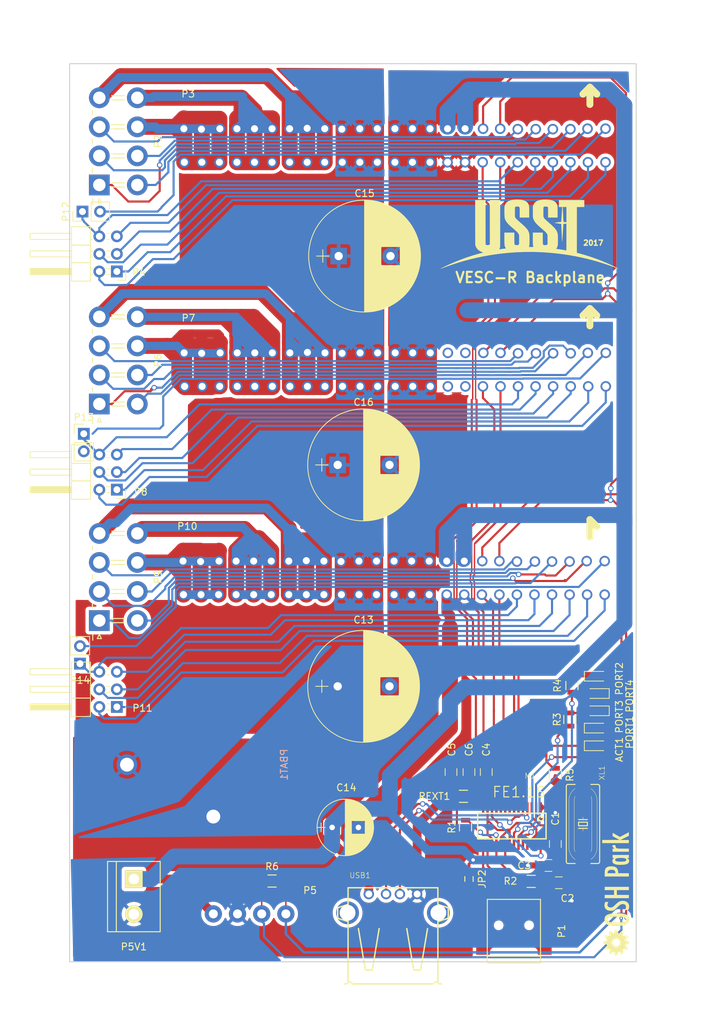
<source format=kicad_pcb>
(kicad_pcb (version 20221018) (generator pcbnew)
  (layers (0 "F.Cu" signal) (31 "B.Cu" signal) (34 "B.Paste" user) (35 "F.Paste" user) (36 "B.SilkS" user "B.Silkscreen") (37 "F.SilkS" user "F.Silkscreen") (38 "B.Mask" user) (39 "F.Mask" user) (44 "Edge.Cuts" user))
  (net 0 "")
  (net 1 "/USB_Hub/N$8")
  (net 2 "GND")
  (net 3 "+5V")
  (net 4 "VDD")
  (net 5 "/VBAT")
  (net 6 "/PGND")
  (net 7 "/USB_DP_2")
  (net 8 "/USB_Hub/N$25")
  (net 9 "/USB_DP_3")
  (net 10 "/USB_DM_2")
  (net 11 "/USB_DM_1")
  (net 12 "/USB_DM_3")
  (net 13 "/DP_4")
  (net 14 "/USB_Hub/N$23")
  (net 15 "/USB_Hub/N$24")
  (net 16 "/USB_Hub/N$13")
  (net 17 "/DM_4")
  (net 18 "/USB_DP_1")
  (net 19 "/USB_Hub/N$9")
  (net 20 "/USB_Hub/N$7")
  (net 21 "/USB_Hub/DP_U")
  (net 22 "/USB_Hub/DM_U")
  (net 23 "/USB_Hub/N$1")
  (net 24 "/Motor_Controller_A/H1")
  (net 25 "/Motor_Controller_A/H2")
  (net 26 "Net-(P2-Pad3)")
  (net 27 "/Motor_Controller_A/Y")
  (net 28 "/Motor_Controller_A/H3")
  (net 29 "Net-(P2-Pad6)")
  (net 30 "/Motor_Controller_A/W")
  (net 31 "/Motor_Controller_A/X")
  (net 32 "/CANH")
  (net 33 "/CAN_Bus/CANL")
  (net 34 "Net-(P3-Pad16)")
  (net 35 "Net-(P3-Pad17)")
  (net 36 "Net-(P3-Pad18)")
  (net 37 "Net-(P3-Pad19)")
  (net 38 "Net-(P3-Pad20)")
  (net 39 "/Motor_Controller_B/H1")
  (net 40 "/Motor_Controller_B/H2")
  (net 41 "Net-(P6-Pad3)")
  (net 42 "/Motor_Controller_B/Y")
  (net 43 "/Motor_Controller_B/H3")
  (net 44 "Net-(P6-Pad6)")
  (net 45 "/Motor_Controller_B/W")
  (net 46 "/Motor_Controller_B/X")
  (net 47 "Net-(P7-Pad16)")
  (net 48 "Net-(P7-Pad17)")
  (net 49 "Net-(P7-Pad18)")
  (net 50 "Net-(P7-Pad19)")
  (net 51 "Net-(P7-Pad20)")
  (net 52 "/Motor_Controller_C/H1")
  (net 53 "/Motor_Controller_C/H2")
  (net 54 "Net-(P10-Pad10)")
  (net 55 "/Motor_Controller_C/Y")
  (net 56 "/Motor_Controller_C/H3")
  (net 57 "Net-(P10-Pad11)")
  (net 58 "/Motor_Controller_C/W")
  (net 59 "/Motor_Controller_C/X")
  (net 60 "Net-(P10-Pad15)")
  (net 61 "Net-(P10-Pad16)")
  (net 62 "Net-(P10-Pad17)")
  (net 63 "Net-(P10-Pad18)")
  (net 64 "Net-(P10-Pad19)")
  (net 65 "Net-(P10-Pad20)")
  (net 66 "/USB_Hub/N$20")
  (net 67 "/USB_Hub/N$6")
  (net 68 "/USB_Hub/N$22")
  (net 69 "Net-(JP2-Pad2)")
  (net 70 "/Motor_Controller_A/GND_AUX")
  (net 71 "Net-(P12-Pad2)")
  (net 72 "/Motor_Controller_B/GND_AUX")
  (net 73 "Net-(P13-Pad2)")
  (net 74 "/Motor_Controller_C/GND_AUX")
  (footprint "LEDs:LED_0805" (layer "F.Cu") (at 104.5 113.2)
    (fp_text reference "ACT1")
    (fp_text value "~")
  )
  (footprint "Capacitors_SMD:C_0805" (layer "F.Cu") (at 98.5 127.4 -90)
    (fp_text reference "C1")
    (fp_text value "10uF")
  )
  (footprint "Capacitors_SMD:C_0805" (layer "F.Cu") (at 99 133)
    (fp_text reference "C2")
    (fp_text value "10uF")
  )
  (footprint "Capacitors_SMD:C_0805" (layer "F.Cu") (at 97.5 130.5)
    (fp_text reference "C3")
    (fp_text value "0.1uF")
  )
  (footprint "Capacitors_SMD:C_0805" (layer "F.Cu") (at 88.5 117 90)
    (fp_text reference "C4")
    (fp_text value "0.1uF")
  )
  (footprint "Capacitors_SMD:C_0805" (layer "F.Cu") (at 83.4 117 90)
    (fp_text reference "C5")
    (fp_text value "10uF")
  )
  (footprint "Capacitors_SMD:C_0805" (layer "F.Cu") (at 86 117 90)
    (fp_text reference "C6")
    (fp_text value "0.1uF")
  )
  (footprint "Capacitors_THT:CP_Radial_D16.0mm_P7.50mm" (layer "F.Cu") (at 67 104.6)
    (fp_text reference "C13")
    (fp_text value "2200u")
  )
  (footprint "Capacitors_THT:CP_Radial_D16.0mm_P7.50mm" (layer "F.Cu") (at 67.14 42.41)
    (fp_text reference "C15")
    (fp_text value "2200u")
  )
  (footprint "Capacitors_THT:CP_Radial_D16.0mm_P7.50mm" (layer "F.Cu") (at 67 72.6)
    (fp_text reference "C16")
    (fp_text value "2200u")
  )
  (footprint "USST-footprints:FE1.1S_SSOP-28" (layer "F.Cu") (at 92.209 124.8 180)
    (fp_text reference "M1")
    (fp_text value "FE1.1S")
  )
  (footprint "Connectors:USB_Mini-B" (layer "F.Cu") (at 92.5 140 90)
    (fp_text reference "P1")
    (fp_text value "USB_OTG")
  )
  (footprint "USST-footprints:Molex_MiniFit-JR-5569-08A2_2x04x4.20mm_Angled_Overhang" (layer "F.Cu") (at 32.5 32.131 90)
    (fp_text reference "P2")
    (fp_text value "EC90_Flat")
  )
  (footprint "USST-footprints:Molex_39502_1004R" (layer "F.Cu") (at 49 137.5)
    (fp_text reference "P5")
    (fp_text value "CONN_01X04")
  )
  (footprint "USST-footprints:Molex_39531_1002" (layer "F.Cu") (at 37.5 135 -90)
    (fp_text reference "P5V1")
    (fp_text value "CONN_01X02")
  )
  (footprint "USST-footprints:Molex_MiniFit-JR-5569-08A2_2x04x4.20mm_Angled_Overhang" (layer "F.Cu") (at 32.5 63.8 90)
    (fp_text reference "P6")
    (fp_text value "EC90_Flat")
  )
  (footprint "USST-footprints:Molex_MiniFit-JR-5569-08A2_2x04x4.20mm_Angled_Overhang" (layer "F.Cu") (at 32.5 95.1 90)
    (fp_text reference "P9")
    (fp_text value "EC90_Flat")
  )
  (footprint "LEDs:LED_0805" (layer "F.Cu") (at 104.5 110.643548)
    (fp_text reference "PORT1")
    (fp_text value "~")
  )
  (footprint "LEDs:LED_0805" (layer "F.Cu") (at 104.5 103.143548)
    (fp_text reference "PORT2")
    (fp_text value "~")
  )
  (footprint "LEDs:LED_0805" (layer "F.Cu") (at 104.5 108.143548 180)
    (fp_text reference "PORT3")
    (fp_text value "~")
  )
  (footprint "LEDs:LED_0805" (layer "F.Cu") (at 104.5 105.643548 180)
    (fp_text reference "PORT4")
    (fp_text value "~")
  )
  (footprint "Resistors_SMD:R_0805" (layer "F.Cu") (at 85.5 124.9 -90)
    (fp_text reference "R1")
    (fp_text value "100K")
  )
  (footprint "Resistors_SMD:R_0805" (layer "F.Cu") (at 95 132.8 180)
    (fp_text reference "R2")
    (fp_text value "47K")
  )
  (footprint "Resistors_SMD:R_0805" (layer "F.Cu") (at 100.6 109.4 90)
    (fp_text reference "R3")
    (fp_text value "330")
  )
  (footprint "Resistors_SMD:R_0805" (layer "F.Cu") (at 100.9 104.5 90)
    (fp_text reference "R4")
    (fp_text value "330")
  )
  (footprint "Resistors_SMD:R_0805" (layer "F.Cu") (at 98.5 117.4 -90)
    (fp_text reference "R5")
    (fp_text value "330")
  )
  (footprint "Resistors_SMD:R_0805" (layer "F.Cu") (at 57.5 132.75)
    (fp_text reference "R6")
    (fp_text value "120")
  )
  (footprint "Resistors_SMD:R_0805" (layer "F.Cu") (at 85.2 120.5)
    (fp_text reference "REXT1")
    (fp_text value "2.7K")
  )
  (footprint "USST-footprints:USB_A_PTH_AMP787616-1" (layer "F.Cu") (at 75 140)
    (fp_text reference "USB1")
    (fp_text value "USB-TYPA" hide)
  )
  (footprint "USST-footprints:HC49UP_SMT_Crystal" (layer "F.Cu") (at 102.5 124.5 90)
    (fp_text reference "XL1")
    (fp_text value "12MHz" hide)
  )
  (footprint "Capacitors_ThroughHole:CP_Radial_D8.0mm_P3.80mm" (layer "F.Cu") (at 66.2 125)
    (fp_text reference "C14")
    (fp_text value "100u")
  )
  (footprint "Pin_Headers:Pin_Header_Angled_2x03_Pitch2.54mm" (layer "F.Cu") (at 35.04 44.64 180)
    (fp_text reference "P4")
    (fp_text value "CONN_01X06")
  )
  (footprint "Pin_Headers:Pin_Header_Angled_2x03_Pitch2.54mm" (layer "F.Cu") (at 35.04 76.18 180)
    (fp_text reference "P8")
    (fp_text value "CONN_01X06")
  )
  (footprint "Pin_Headers:Pin_Header_Angled_2x03_Pitch2.54mm" (layer "F.Cu") (at 35.04 107.58 180)
    (fp_text reference "P11")
    (fp_text value "CONN_01X06")
  )
  (footprint "USST-footprints:J_0603" (layer "F.Cu") (at 86 132.45 -90)
    (fp_text reference "JP2")
    (fp_text value "J")
  )
  (footprint "USST-footprints:USSTLOGO" (layer "F.Cu") (at 94.75 39.25)
    (fp_text reference "G***" hide)
    (fp_text value "LOGO" hide)
  )
  (footprint "USST-footprints:OSH_PARK_LOGO_SM" (layer "F.Cu") (at 107.47 134.63 90)
    (fp_text reference "G***" hide)
    (fp_text value "LOGO" hide)
  )
  (footprint "USST-footprints:TE2007088-1_Backplane2" (layer "F.Cu") (at 80.36 36.47)
    (fp_text reference "P3")
    (fp_text value "AMP17614426-2_EDGE")
  )
  (footprint "USST-footprints:TE2007088-1_Backplane2" (layer "F.Cu") (at 80.4 68.87)
    (fp_text reference "P7")
    (fp_text value "AMP17614426-2_EDGE")
  )
  (footprint "USST-footprints:TE2007088-1_Backplane2" (layer "F.Cu") (at 80.24 98.97)
    (fp_text reference "P10")
    (fp_text value "AMP17614426-2_EDGE")
  )
  (footprint "Pin_Headers:Pin_Header_Straight_1x02_Pitch2.54mm" (layer "F.Cu") (at 30.06 35.98 90)
    (fp_text reference "P12")
    (fp_text value "CONN_01X02")
  )
  (footprint "Pin_Headers:Pin_Header_Straight_1x02_Pitch2.54mm" (layer "F.Cu") (at 30.25 68.1)
    (fp_text reference "P13")
    (fp_text value "CONN_01X02")
  )
  (footprint "Pin_Headers:Pin_Header_Straight_1x02_Pitch2.54mm" (layer "F.Cu") (at 29.7 101.33 180)
    (fp_text reference "P14")
    (fp_text value "CONN_01X02")
  )
  (footprint "USST-footprints:Phoenix_Contact_PLA5" (layer "B.Cu") (at 36.5 115.93 -90)
    (fp_text reference "PBAT1")
    (fp_text value "CONN_01X02")
  )
  (gr_line (start 103.5 52.5) (end 103.5 50) (stroke (width 1)) (layer "F.SilkS"))
  (gr_line (start 103.5 50) (end 104.5 51) (stroke (width 1)) (layer "F.SilkS"))
  (gr_line (start 103.5 50) (end 102.5 51) (stroke (width 1)) (layer "F.SilkS"))
  (gr_line (start 103.5 20.5) (end 103.5 18) (stroke (width 1)) (layer "F.SilkS"))
  (gr_line (start 103.5 18) (end 104.5 19) (stroke (width 1)) (layer "F.SilkS"))
  (gr_line (start 103.5 18) (end 102.5 19) (stroke (width 1)) (layer "F.SilkS"))
  (gr_line (start 103.5 83) (end 103.5 80.5) (stroke (width 1)) (layer "F.SilkS"))
  (gr_line (start 103.5 80.5) (end 104.5 81.5) (stroke (width 1)) (layer "F.SilkS"))
  (gr_line (start 28.2 14.6) (end 110.2 14.6) (stroke (width 0.15)) (layer "Edge.Cuts"))
  (gr_line (start 110.2 144.42) (end 28.2 144.42) (stroke (width 0.15)) (layer "Edge.Cuts"))
  (gr_line (start 110.2 14.6) (end 110.2 144.42) (stroke (width 0.15)) (layer "Edge.Cuts"))
  (gr_line (start 28.2 144.42) (end 28.2 14.6) (stroke (width 0.15)) (layer "Edge.Cuts"))
  (gr_text "2017" (at 104 40.5) (layer "F.SilkS") (effects (font (size 0.75 0.75) (thickness 0.1875))))
  (gr_text "VESC-R Backplane" (at 94.85 45.51) (layer "F.SilkS") (effects (font (size 1.5 1.5) (thickness 0.3))))
  (segment (start 90.076041 124.227222) (end 90.47604 124.627221) (width 0.3048) (layer "F.Cu") (net 1))
  (segment (start 96.369 126.031) (end 97 125.4) (width 0.4064) (layer "F.Cu") (net 1))
  (segment (start 96.369 129.069) (end 96.4 129.1) (width 0.3048) (layer "F.Cu") (net 1))
  (segment (start 98.4064 125.4) (end 98.5 125.4936) (width 0.4064) (layer "F.Cu") (net 1))
  (segment (start 98.5 125.4936) (end 98.5 126.4) (width 0.4064) (layer "F.Cu") (net 1))
  (segment (start 88.5 118.8048) (end 89.329 119.6338) (width 0.3048) (layer "F.Cu") (net 1))
  (segment (start 88.5 118) (end 88.5 118.8048) (width 0.3048) (layer "F.Cu") (net 1))
  (segment (start 97 125.4) (end 98.4064 125.4) (width 0.4064) (layer "F.Cu") (net 1))
  (segment (start 89.329 119.6338) (end 89.329 122.1) (width 0.3048) (layer "F.Cu") (net 1))
  (segment (start 96.369 127.5) (end 96.369 129.069) (width 0.3048) (layer "F.Cu") (net 1))
  (segment (start 89.329 122.1) (end 89.329 123.480181) (width 0.3048) (layer "F.Cu") (net 1))
  (segment (start 96.369 127.5) (end 96.369 126.031) (width 0.4064) (layer "F.Cu") (net 1))
  (segment (start 89.329 123.480181) (end 90.076041 124.227222) (width 0.3048) (layer "F.Cu") (net 1))
  (via (at 96.4 129.1) (size 0.8) (drill 0.5) (layers "F.Cu" "B.Cu") (net 1))
  (via (at 90.47604 124.627221) (size 0.8) (drill 0.5) (layers "F.Cu" "B.Cu") (net 1))
  (segment (start 96.4 129.1) (end 94.948819 129.1) (width 0.3048) (layer "B.Cu") (net 1))
  (segment (start 90.876039 125.02722) (end 90.47604 124.627221) (width 0.3048) (layer "B.Cu") (net 1))
  (segment (start 94.948819 129.1) (end 90.876039 125.02722) (width 0.3048) (layer "B.Cu") (net 1))
  (segment (start 84.756773 125.85) (end 85.5 125.85) (width 0.3048) (layer "F.Cu") (net 2))
  (segment (start 84.25 125.343227) (end 84.756773 125.85) (width 0.3048) (layer "F.Cu") (net 2))
  (segment (start 98.5 130.5) (end 98.5 128.4) (width 0.3048) (layer "F.Cu") (net 2))
  (segment (start 78.5001 124.6299) (end 82.63 120.5) (width 1.27) (layer "F.Cu") (net 2))
  (segment (start 95.54419 142.14884) (end 88.04992 142.14884) (width 0.4064) (layer "F.Cu") (net 2))
  (segment (start 83.25 94.35) (end 82.78 93.88) (width 1.5) (layer "F.Cu") (net 2))
  (segment (start 100 133.549125) (end 100 133) (width 0.3048) (layer "F.Cu") (net 2))
  (segment (start 82.78 93.88) (end 82.78 91.35) (width 1.5) (layer "F.Cu") (net 2))
  (segment (start 98.503435 122.302217) (end 98.503435 122.867902) (width 0.3048) (layer "F.Cu") (net 2))
  (segment (start 98.51684 122.29251) (end 98.513142 122.29251) (width 0.3048) (layer "F.Cu") (net 2))
  (segment (start 100 133) (end 100 134.3) (width 0.3048) (layer "F.Cu") (net 2))
  (segment (start 81.5 119.37) (end 82.63 120.5) (width 0.3048) (layer "F.Cu") (net 2))
  (segment (start 78.5001 134.6299) (end 78.5001 124.6299) (width 1.27) (layer "F.Cu") (net 2))
  (segment (start 98.5 118.35) (end 98.5 122.27567) (width 0.3048) (layer "F.Cu") (net 2))
  (segment (start 99.3048 130.5) (end 100 131.1952) (width 0.3048) (layer "F.Cu") (net 2))
  (segment (start 98.5 122.27567) (end 98.51684 122.29251) (width 0.3048) (layer "F.Cu") (net 2))
  (segment (start 100 132.0702) (end 100 133) (width 0.3048) (layer "F.Cu") (net 2))
  (segment (start 100 134.7) (end 100.9 135.6) (width 0.3048) (layer "F.Cu") (net 2))
  (segment (start 88.5 116) (end 86 116) (width 0.3048) (layer "F.Cu") (net 2))
  (segment (start 100 131.1952) (end 100 132.0702) (width 0.3048) (layer "F.Cu") (net 2))
  (segment (start 84.25 120.5) (end 84.25 125.343227) (width 0.3048) (layer "F.Cu") (net 2))
  (segment (start 83.4 116) (end 82.4702 116) (width 0.3048) (layer "F.Cu") (net 2))
  (segment (start 98.513142 122.29251) (end 98.503435 122.302217) (width 0.3048) (layer "F.Cu") (net 2))
  (segment (start 94.1002 136.55068) (end 94.1002 135.09526) (width 0.3048) (layer "F.Cu") (net 2))
  (segment (start 82.63 120.5) (end 84.25 120.5) (width 1.27) (layer "F.Cu") (net 2))
  (segment (start 84.25 119.5452) (end 84.25 120.5) (width 0.3048) (layer "F.Cu") (net 2))
  (segment (start 70 125) (end 70 123.86863) (width 2.3) (layer "F.Cu") (net 2))
  (segment (start 96.95008 142.14884) (end 95.54419 142.14884) (width 0.4064) (layer "F.Cu") (net 2))
  (segment (start 94.94554 134.24992) (end 99.94992 134.24992) (width 0.3048) (layer "F.Cu") (net 2))
  (segment (start 96.369 122.1) (end 98.32433 122.1) (width 0.3048) (layer "F.Cu") (net 2))
  (segment (start 82.4702 116) (end 81.5 116.9702) (width 0.3048) (layer "F.Cu") (net 2))
  (segment (start 99.94992 134.24992) (end 100 134.3) (width 0.3048) (layer "F.Cu") (net 2))
  (segment (start 96.95008 136.64974) (end 96.95008 142.14884) (width 0.4064) (layer "F.Cu") (net 2))
  (segment (start 94.1002 136.55068) (end 96.85102 136.55068) (width 0.4064) (layer "F.Cu") (net 2))
  (segment (start 98.5 130.5) (end 99.3048 130.5) (width 0.3048) (layer "F.Cu") (net 2))
  (segment (start 81.5 116.9702) (end 81.5 119.37) (width 0.3048) (layer "F.Cu") (net 2))
  (segment (start 94.1002 135.09526) (end 94.94554 134.24992) (width 0.3048) (layer "F.Cu") (net 2))
  (segment (start 100 134.3) (end 100 134.7) (width 0.3048) (layer "F.Cu") (net 2))
  (segment (start 96.85102 136.55068) (end 96.95008 136.64974) (width 0.4064) (layer "F.Cu") (net 2))
  (segment (start 70 123.86863) (end 83.25 110.61863) (width 2.3) (layer "F.Cu") (net 2))
  (segment (start 86 116) (end 83.4 116) (width 0.3048) (layer "F.Cu") (net 2))
  (segment (start 88.04992 138.30582) (end 88.04992 142.14884) (width 0.4064) (layer "F.Cu") (net 2))
  (segment (start 98.32433 122.1) (end 98.51684 122.29251) (width 0.3048) (layer "F.Cu") (net 2))
  (segment (start 83.25 96.1) (end 83.25 94.35) (width 1.5) (layer "F.Cu") (net 2))
  (segment (start 83.25 110.61863) (end 83.25 96.1) (width 2.3) (layer "F.Cu") (net 2))
  (segment (start 88.04992 136.64974) (end 88.04992 138.30582) (width 0.4064) (layer "F.Cu") (net 2))
  (via (at 98.503435 122.867902) (size 0.8) (drill 0.5) (layers "F.Cu" "B.Cu") (net 2))
  (via (at 100.9 135.6) (size 0.8) (drill 0.5) (layers "F.Cu" "B.Cu") (net 2))
  (segment (start 70 128.9) (end 70 125) (width 2.3) (layer "B.Cu") (net 2))
  (segment (start 52.47 135.702234) (end 52.47 133.6) (width 1.71) (layer "B.Cu") (net 2))
  (segment (start 98.5 134.2) (end 99.5 134.2) (width 0.635) (layer "B.Cu") (net 2))
  (segment (start 59.5 133.6) (end 65.3 133.6) (width 2.3) (layer "B.Cu") (net 2))
  (segment (start 98.503435 134.196565) (end 98.503435 123.433587) (width 0.3048) (layer "B.Cu") (net 2))
  (segment (start 99.5 134.2) (end 100.9 135.6) (width 0.635) (layer "B.Cu") (net 2))
  (segment (start 78.5001 130.4001) (end 73.1 125) (width 1.27) (layer "B.Cu") (net 2))
  (segment (start 65.3 133.6) (end 70 128.9) (width 2.3) (layer "B.Cu") (net 2))
  (segment (start 98.5 134.2) (end 98.503435 134.196565) (width 0.3048) (layer "B.Cu") (net 2))
  (segment (start 52.5 137.5) (end 52.5 135.732234) (width 1.71) (layer "B.Cu") (net 2))
  (segment (start 84.9001 130.4001) (end 85.9 131.4) (width 0.635) (layer "B.Cu") (net 2))
  (segment (start 73.1 125) (end 70 125) (width 1.27) (layer "B.Cu") (net 2))
  (segment (start 85.9 131.4) (end 92 131.4) (width 0.635) (layer "B.Cu") (net 2))
  (segment (start 37.5 137.54) (end 39.296051 137.54) (width 2.3) (layer "B.Cu") (net 2))
  (segment (start 39.296051 137.54) (end 43.236051 133.6) (width 2.3) (layer "B.Cu") (net 2))
  (segment (start 94.8 134.2) (end 98.5 134.2) (width 0.635) (layer "B.Cu") (net 2))
  (segment (start 78.5001 134.6299) (end 78.5001 130.4001) (width 1.27) (layer "B.Cu") (net 2))
  (segment (start 78.5001 130.4001) (end 84.9001 130.4001) (width 0.635) (layer "B.Cu") (net 2))
  (segment (start 52.5 135.732234) (end 52.47 135.702234) (width 1.27) (layer "B.Cu") (net 2))
  (segment (start 92 131.4) (end 94.8 134.2) (width 0.635) (layer "B.Cu") (net 2))
  (segment (start 52.47 133.6) (end 59.5 133.6) (width 2.3) (layer "B.Cu") (net 2))
  (segment (start 43.236051 133.6) (end 52.47 133.6) (width 2.3) (layer "B.Cu") (net 2))
  (segment (start 98.503435 123.433587) (end 98.503435 122.867902) (width 0.3048) (layer "B.Cu") (net 2))
  (segment (start 66.2 127.07) (end 71.53 132.4) (width 1.27) (layer "F.Cu") (net 3))
  (segment (start 37.5 132.46) (end 43.96 132.46) (width 1.27) (layer "F.Cu") (net 3))
  (segment (start 86 131.7) (end 86 130.3) (width 0.4064) (layer "F.Cu") (net 3))
  (segment (start 97.8 132.8) (end 98 133) (width 0.889) (layer "F.Cu") (net 3))
  (segment (start 86 130.3) (end 86.6 129.7) (width 0.4064) (layer "F.Cu") (net 3))
  (segment (start 66.2 125) (end 66.2 127.07) (width 1.27) (layer "F.Cu") (net 3))
  (segment (start 71.4999 132.4301) (end 71.4999 134.6299) (width 1.27) (layer "F.Cu") (net 3))
  (segment (start 96.5 130.5) (end 96.5 132.25) (width 0.889) (layer "F.Cu") (net 3))
  (segment (start 95.95 132.8) (end 97.8 132.8) (width 0.889) (layer "F.Cu") (net 3))
  (segment (start 96.5 132.25) (end 95.95 132.8) (width 0.889) (layer "F.Cu") (net 3))
  (segment (start 94.5 130.5) (end 92.681817 130.5) (width 0.3048) (layer "F.Cu") (net 3))
  (segment (start 71.53 132.4) (end 71.4999 132.4301) (width 1.27) (layer "F.Cu") (net 3))
  (segment (start 91.249 129.067183) (end 91.249 127.5) (width 0.3048) (layer "F.Cu") (net 3))
  (segment (start 43.96 132.46) (end 49 137.5) (width 1.27) (layer "F.Cu") (net 3))
  (segment (start 94.5 130.5) (end 96.5 130.5) (width 0.889) (layer "F.Cu") (net 3))
  (segment (start 92.681817 130.5) (end 91.249 129.067183) (width 0.3048) (layer "F.Cu") (net 3))
  (via (at 94.5 130.5) (size 0.8) (drill 0.5) (layers "F.Cu" "B.Cu") (net 3))
  (via (at 86.6 129.7) (size 0.8) (drill 0.5) (layers "F.Cu" "B.Cu") (net 3))
  (segment (start 108.5 50.25) (end 108.5 20.6) (width 2.3) (layer "B.Cu") (net 3))
  (segment (start 85.97237 18.35) (end 86.75 18.35) (width 2.3) (layer "B.Cu") (net 3))
  (segment (start 74.55 122.3) (end 68.410536 122.3) (width 2.3) (layer "B.Cu") (net 3))
  (segment (start 82.9 22.5) (end 82.9 21.42237) (width 2.3) (layer "B.Cu") (net 3))
  (segment (start 85.775659 50.25) (end 108.5 50.25) (width 2.3) (layer "B.Cu") (net 3))
  (segment (start 64.7 129.2) (end 43.3 129.2) (width 2.3) (layer "B.Cu") (net 3))
  (segment (start 85.32 85) (end 85.32 79.92) (width 2.3) (layer "B.Cu") (net 3))
  (segment (start 66.2 125) (end 66.2 124.510536) (width 2.3) (layer "B.Cu") (net 3))
  (segment (start 74 122.3) (end 80 128.3) (width 1.27) (layer "B.Cu") (net 3))
  (segment (start 74.55 122.3) (end 74.55 117.521968) (width 2.3) (layer "B.Cu") (net 3))
  (segment (start 85.25 79.85) (end 108.35 79.85) (width 2.3) (layer "B.Cu") (net 3))
  (segment (start 108.5 95.485296) (end 108.5 80) (width 2.3) (layer "B.Cu") (net 3))
  (segment (start 43.3 129.2) (end 40.04 132.46) (width 2.3) (layer "B.Cu") (net 3))
  (segment (start 66.2 125) (end 66.2 127.7) (width 2.3) (layer "B.Cu") (net 3))
  (segment (start 91.6058 129.7) (end 92 129.3058) (width 0.4064) (layer "B.Cu") (net 3))
  (segment (start 82.9 21.42237) (end 82.9 23.709138) (width 2.3) (layer "B.Cu") (net 3))
  (segment (start 92.4 129.7) (end 93.2 130.5) (width 1.27) (layer "B.Cu") (net 3))
  (segment (start 85.32 85.329168) (end 85.206112 85.443056) (width 2.3) (layer "B.Cu") (net 3))
  (segment (start 108.5 20.6) (end 106.25 18.35) (width 2.3) (layer "B.Cu") (net 3))
  (segment (start 108.5 81.25) (end 108.5 50.25) (width 2.3) (layer "B.Cu") (net 3))
  (segment (start 80 128.3) (end 85.2 128.3) (width 1.27) (layer "B.Cu") (net 3))
  (segment (start 85.44 19.66) (end 85.44 22.5) (width 2.3) (layer "B.Cu") (net 3))
  (segment (start 85.373833 104.745247) (end 99.240049 104.745247) (width 2.3) (layer "B.Cu") (net 3))
  (segment (start 85.32 79.92) (end 85.25 79.85) (width 2.3) (layer "B.Cu") (net 3))
  (segment (start 85.25 79.85) (end 82.78 82.32) (width 2.3) (layer "B.Cu") (net 3))
  (segment (start 68.410536 122.3) (end 74 122.3) (width 1.27) (layer "B.Cu") (net 3))
  (segment (start 66.2 124.510536) (end 66.5 124.210536) (width 1.27) (layer "B.Cu") (net 3))
  (segment (start 82.78 85) (end 82.78 86.208334) (width 2.3) (layer "B.Cu") (net 3))
  (segment (start 86.6 129.7) (end 92.4 129.7) (width 1.27) (layer "B.Cu") (net 3))
  (segment (start 37.5 132.46) (end 40.04 132.46) (width 2.3) (layer "B.Cu") (net 3))
  (segment (start 108.5 80) (end 108.5 81.25) (width 2.3) (layer "B.Cu") (net 3))
  (segment (start 74 122.3) (end 74.55 122.3) (width 1.27) (layer "B.Cu") (net 3))
  (segment (start 83.25 106.86908) (end 85.373833 104.745247) (width 2.3) (layer "B.Cu") (net 3))
  (segment (start 86.75 18.35) (end 85.44 19.66) (width 2.3) (layer "B.Cu") (net 3))
  (segment (start 93.2 130.5) (end 94.5 130.5) (width 1.27) (layer "B.Cu") (net 3))
  (segment (start 106.25 18.35) (end 86.75 18.35) (width 2.3) (layer "B.Cu") (net 3))
  (segment (start 82.9 21.42237) (end 85.97237 18.35) (width 2.3) (layer "B.Cu") (net 3))
  (segment (start 66.2 127.7) (end 64.7 129.2) (width 2.3) (layer "B.Cu") (net 3))
  (segment (start 85.2 128.3) (end 86.6 129.7) (width 1.27) (layer "B.Cu") (net 3))
  (segment (start 68.410536 122.3) (end 66.5 124.210536) (width 2.3) (layer "B.Cu") (net 3))
  (segment (start 85.32 85) (end 85.32 85.329168) (width 2.3) (layer "B.Cu") (net 3))
  (segment (start 99.240049 104.745247) (end 108.5 95.485296) (width 2.3) (layer "B.Cu") (net 3))
  (segment (start 108.35 79.85) (end 108.5 80) (width 2.3) (layer "B.Cu") (net 3))
  (segment (start 85.206112 85.443056) (end 85.206112 86.208334) (width 2.3) (layer "B.Cu") (net 3))
  (segment (start 82.78 82.32) (end 82.78 85) (width 2.3) (layer "B.Cu") (net 3))
  (segment (start 74.55 117.521968) (end 83.25 108.821968) (width 2.3) (layer "B.Cu") (net 3))
  (segment (start 83.25 108.821968) (end 83.25 106.86908) (width 2.3) (layer "B.Cu") (net 3))
  (segment (start 85.44 22.5) (end 85.44 23.709138) (width 2.3) (layer "B.Cu") (net 3))
  (segment (start 86.6 129.7) (end 91.6058 129.7) (width 0.4064) (layer "B.Cu") (net 3))
  (segment (start 91.629 125.4252) (end 91.629 125.329) (width 0.3048) (layer "F.Cu") (net 4))
  (segment (start 86 118.9) (end 86 118) (width 0.3048) (layer "F.Cu") (net 4))
  (segment (start 91.578377 125.379623) (end 91.629 125.329) (width 0.3048) (layer "F.Cu") (net 4))
  (segment (start 88.689 122.1) (end 88.689 124.2) (width 0.3048) (layer "F.Cu") (net 4))
  (segment (start 88.689 120.489) (end 87.4 119.2) (width 0.3048) (layer "F.Cu") (net 4))
  (segment (start 91.921702 125.329) (end 92.8983 124.352402) (width 0.3048) (layer "F.Cu") (net 4))
  (segment (start 91.889 127.5) (end 91.889 125.589) (width 0.3048) (layer "F.Cu") (net 4))
  (segment (start 89.329 126.639118) (end 89.329 127.5) (width 0.3048) (layer "F.Cu") (net 4))
  (segment (start 90.609 126.4452) (end 91.629 125.4252) (width 0.3048) (layer "F.Cu") (net 4))
  (segment (start 88.689 124.2) (end 88.935263 124.2) (width 0.3048) (layer "F.Cu") (net 4))
  (segment (start 94.865958 124.352402) (end 95.752217 125.238661) (width 0.3048) (layer "F.Cu") (net 4))
  (segment (start 90.609 127.5) (end 90.609 126.4452) (width 0.3048) (layer "F.Cu") (net 4))
  (segment (start 88.935263 124.2) (end 90.114886 125.379623) (width 0.3048) (layer "F.Cu") (net 4))
  (segment (start 83.4 118) (end 86 118) (width 0.3048) (layer "F.Cu") (net 4))
  (segment (start 95.752217 126.034056) (end 95.089 126.697273) (width 0.3048) (layer "F.Cu") (net 4))
  (segment (start 92.8983 124.352402) (end 94.865958 124.352402) (width 0.3048) (layer "F.Cu") (net 4))
  (segment (start 87.4 119.2) (end 86.3 119.2) (width 0.3048) (layer "F.Cu") (net 4))
  (segment (start 95.089 126.697273) (end 95.089 127.5) (width 0.3048) (layer "F.Cu") (net 4))
  (segment (start 95.752217 125.238661) (end 95.752217 126.034056) (width 0.3048) (layer "F.Cu") (net 4))
  (segment (start 88.689 124.2) (end 88.689 125.999118) (width 0.3048) (layer "F.Cu") (net 4))
  (segment (start 90.114886 125.379623) (end 91.578377 125.379623) (width 0.3048) (layer "F.Cu") (net 4))
  (segment (start 88.689 125.999118) (end 89.329 126.639118) (width 0.3048) (layer "F.Cu") (net 4))
  (segment (start 86.3 119.2) (end 86 118.9) (width 0.3048) (layer "F.Cu") (net 4))
  (segment (start 88.689 122.1) (end 88.689 120.489) (width 0.3048) (layer "F.Cu") (net 4))
  (segment (start 91.629 125.329) (end 91.921702 125.329) (width 0.3048) (layer "F.Cu") (net 4))
  (segment (start 91.889 125.589) (end 91.629 125.329) (width 0.3048) (layer "F.Cu") (net 4))
  (segment (start 72.62 91.35) (end 70.08 91.35) (width 0.305) (layer "F.Cu") (net 5))
  (segment (start 70.08 85) (end 70.08 78.68) (width 7) (layer "F.Cu") (net 5))
  (segment (start 70.08 95.32) (end 67 98.4) (width 7) (layer "F.Cu") (net 5))
  (segment (start 67 68.6) (end 70.24 65.36) (width 7) (layer "F.Cu") (net 5))
  (segment (start 70.08 86.5) (end 70.08 85) (width 0.305) (layer "F.Cu") (net 5))
  (segment (start 70.24 49.84) (end 67 46.6) (width 7) (layer "F.Cu") (net 5))
  (segment (start 70.2 34.4) (end 70.2 28.85) (width 7) (layer "F.Cu") (net 5))
  (segment (start 67 72.6) (end 67 68.6) (width 7) (layer "F.Cu") (net 5))
  (segment (start 70.08 91.35) (end 67.54 91.35) (width 0.305) (layer "F.Cu") (net 5))
  (segment (start 70.08 86.5) (end 72.62 86.5) (width 0.305) (layer "F.Cu") (net 5))
  (segment (start 70.08 85) (end 70.08 91.35) (width 7) (layer "F.Cu") (net 5))
  (segment (start 67 98.4) (end 67 104.6) (width 7) (layer "F.Cu") (net 5))
  (segment (start 70.24 65.36) (end 70.24 61.35) (width 7) (layer "F.Cu") (net 5))
  (segment (start 70.2 28.85) (end 70.2 22.5) (width 7) (layer "F.Cu") (net 5))
  (segment (start 70.0165 86.5635) (end 70.08 86.5) (width 0.305) (layer "F.Cu") (net 5))
  (segment (start 70.24 55) (end 70.24 49.84) (width 7) (layer "F.Cu") (net 5))
  (segment (start 67 75.6) (end 70.08 78.68) (width 7) (layer "F.Cu") (net 5))
  (segment (start 67 72.6) (end 67 75.6) (width 7) (layer "F.Cu") (net 5))
  (segment (start 70.24 61.35) (end 70.24 55) (width 7) (layer "F.Cu") (net 5))
  (segment (start 70.08 91.35) (end 70.08 95.32) (width 7) (layer "F.Cu") (net 5))
  (segment (start 67 37.6) (end 70.2 34.4) (width 7) (layer "F.Cu") (net 5))
  (segment (start 67 42.5) (end 67 37.6) (width 7) (layer "F.Cu") (net 5))
  (segment (start 67 46.6) (end 67 42.5) (width 7) (layer "F.Cu") (net 5))
  (segment (start 67.4765 86.5635) (end 70.0165 86.5635) (width 0.305) (layer "F.Cu") (net 5))
  (segment (start 49 122.6) (end 67 104.6) (width 7) (layer "B.Cu") (net 5))
  (segment (start 77.7 72) (end 77.7 61.51) (width 5) (layer "F.Cu") (net 6))
  (segment (start 77.1 72.6) (end 77.7 72) (width 5) (layer "F.Cu") (net 6))
  (segment (start 77.7 85) (end 77.7 61.51) (width 7) (layer "F.Cu") (net 6))
  (segment (start 77.1 104.6) (end 77.7 104) (width 5) (layer "F.Cu") (net 6))
  (segment (start 77.86 55) (end 77.86 42) (width 5) (layer "F.Cu") (net 6))
  (segment (start 77.86 42.1) (end 77.86 28.89) (width 7) (layer "F.Cu") (net 6))
  (segment (start 77.7 61.51) (end 77.86 61.35) (width 7) (layer "F.Cu") (net 6))
  (segment (start 77.36 42.5) (end 77.86 42) (width 5) (layer "F.Cu") (net 6))
  (segment (start 77.86 28.89) (end 77.82 28.85) (width 7) (layer "F.Cu") (net 6))
  (segment (start 77.82 22.5) (end 77.82 28.85) (width 7) (layer "F.Cu") (net 6))
  (segment (start 77.800001 105.300001) (end 77.1 104.6) (width 7) (layer "F.Cu") (net 6))
  (segment (start 77.7 105.2) (end 77.7 91.35) (width 7) (layer "F.Cu") (net 6))
  (segment (start 77.1 104.6) (end 77.1 106.5) (width 7) (layer "F.Cu") (net 6))
  (segment (start 77.86 61.35) (end 77.86 55) (width 7) (layer "F.Cu") (net 6))
  (segment (start 77.7 91.35) (end 80.24 91.35) (width 0.305) (layer "F.Cu") (net 6))
  (segment (start 77.7 91.35) (end 75.16 91.35) (width 0.305) (layer "F.Cu") (net 6))
  (segment (start 77.1 104.6) (end 74.5 104.6) (width 7) (layer "F.Cu") (net 6))
  (segment (start 36.513781 115.943781) (end 36.5 115.93) (width 7) (layer "F.Cu") (net 6))
  (segment (start 77.7 104) (end 77.7 97.9) (width 5) (layer "F.Cu") (net 6))
  (segment (start 74.5 42.5) (end 77.36 42.5) (width 5) (layer "F.Cu") (net 6))
  (segment (start 67.555693 115.943781) (end 36.513781 115.943781) (width 7) (layer "F.Cu") (net 6))
  (segment (start 77.86 55) (end 77.86 42.1) (width 7) (layer "F.Cu") (net 6))
  (segment (start 80.24 86.5) (end 77.7 86.5) (width 0.305) (layer "F.Cu") (net 6))
  (segment (start 77.86 42) (end 77.86 28.89) (width 5) (layer "F.Cu") (net 6))
  (segment (start 77.781024 105.71845) (end 67.555693 115.943781) (width 7) (layer "F.Cu") (net 6))
  (segment (start 77.7 86.5) (end 77.7 85) (width 0.305) (layer "F.Cu") (net 6))
  (segment (start 77.7 85) (end 77.7 72) (width 5) (layer "F.Cu") (net 6))
  (segment (start 77.800001 105.300001) (end 77.7 105.2) (width 7) (layer "F.Cu") (net 6))
  (segment (start 77.7 86.5) (end 75.16 86.5) (width 0.305) (layer "F.Cu") (net 6))
  (segment (start 77.46 42.5) (end 77.86 42.1) (width 7) (layer "F.Cu") (net 6))
  (segment (start 74.5 72.6) (end 77.1 72.6) (width 7) (layer "F.Cu") (net 6))
  (segment (start 77.7 91.35) (end 77.7 85) (width 7) (layer "F.Cu") (net 6))
  (segment (start 77.7 97.9) (end 77.7 91.35) (width 5) (layer "F.Cu") (net 6))
  (segment (start 74.5 42.5) (end 77.46 42.5) (width 7) (layer "F.Cu") (net 6))
  (segment (start 76.660441 105.71845) (end 77.781024 105.71845) (width 7) (layer "F.Cu") (net 6))
  (segment (start 74.559345 103.617354) (end 76.660441 105.71845) (width 7) (layer "F.Cu") (net 6))
  (segment (start 87.366729 93.9) (end 86.393188 92.926459) (width 0.3048) (layer "F.Cu") (net 7))
  (segment (start 88.02 62.924445) (end 89.672758 64.577203) (width 0.3048) (layer "F.Cu") (net 7))
  (segment (start 86.393188 92.926459) (end 86.393188 89.670888) (width 0.2032) (layer "F.Cu") (net 7))
  (segment (start 91.249 122.1) (end 91.249 112.949) (width 0.3048) (layer "F.Cu") (net 7))
  (segment (start 86.204261 89.481961) (end 86.204262 88.47439) (width 0.2032) (layer "F.Cu") (net 7))
  (segment (start 89.6 108.3) (end 89.6 102.8) (width 0.3048) (layer "F.Cu") (net 7))
  (segment (start 86.204262 88.47439) (end 86.393188 88.285464) (width 0.2032) (layer "F.Cu") (net 7))
  (segment (start 87.4 100.6) (end 87.4 93.9) (width 0.3048) (layer "F.Cu") (net 7))
  (segment (start 86.393188 88.285464) (end 86.393188 83.506812) (width 0.2032) (layer "F.Cu") (net 7))
  (segment (start 91.249 112.949) (end 89.6 111.3) (width 0.3048) (layer "F.Cu") (net 7))
  (segment (start 89.672758 64.577203) (end 89.672758 80.227242) (width 0.3048) (layer "F.Cu") (net 7))
  (segment (start 86.393188 89.670888) (end 86.204261 89.481961) (width 0.2032) (layer "F.Cu") (net 7))
  (segment (start 87.4 93.9) (end 87.366729 93.9) (width 0.3048) (layer "F.Cu") (net 7))
  (segment (start 89.6 111.3) (end 89.6 108.3) (width 0.3048) (layer "F.Cu") (net 7))
  (segment (start 88.02 61.35) (end 88.02 62.924445) (width 0.3048) (layer "F.Cu") (net 7))
  (segment (start 89.6 102.8) (end 87.4 100.6) (width 0.3048) (layer "F.Cu") (net 7))
  (segment (start 89.672758 80.227242) (end 86.415507 83.484493) (width 0.3048) (layer "F.Cu") (net 7))
  (segment (start 86.415507 83.484493) (end 86.415507 83.532933) (width 0.3048) (layer "F.Cu") (net 7))
  (segment (start 89.6 108.3) (end 89.6 108) (width 0.3048) (layer "F.Cu") (net 7))
  (segment (start 86.393188 83.506812) (end 87.3 82.6) (width 0.2032) (layer "F.Cu") (net 7))
  (segment (start 92.509 125.805771) (end 92.659827 125.654944) (width 0.3048) (layer "F.Cu") (net 8))
  (segment (start 105.6 114.1048) (end 104.863488 114.841312) (width 0.3048) (layer "F.Cu") (net 8))
  (segment (start 105.6 110.643548) (end 105.6 108.143548) (width 0.3048) (layer "F.Cu") (net 8))
  (segment (start 105.6 105.643548) (end 105.6 103.143548) (width 0.3048) (layer "F.Cu") (net 8))
  (segment (start 92.509 127.5) (end 92.509 125.805771) (width 0.3048) (layer "F.Cu") (net 8))
  (segment (start 105.6 113.2) (end 105.6 114.1048) (width 0.3048) (layer "F.Cu") (net 8))
  (segment (start 92.659827 125.654944) (end 93.059826 125.254945) (width 0.3048) (layer "F.Cu") (net 8))
  (segment (start 105.6 108.143548) (end 105.6 105.643548) (width 0.3048) (layer "F.Cu") (net 8))
  (segment (start 105.6 113.2) (end 105.6 110.643548) (width 0.3048) (layer "F.Cu") (net 8))
  (segment (start 104.863488 114.841312) (end 98.52168 114.841312) (width 0.3048) (layer "F.Cu") (net 8))
  (segment (start 98.52168 114.841312) (end 97.955995 114.841312) (width 0.3048) (layer "F.Cu") (net 8))
  (via (at 97.955995 114.841312) (size 0.8) (drill 0.5) (layers "F.Cu" "B.Cu") (net 8))
  (via (at 93.059826 125.254945) (size 0.8) (drill 0.5) (layers "F.Cu" "B.Cu") (net 8))
  (segment (start 95.177016 117.620291) (end 95.177016 123.886538) (width 0.3048) (layer "B.Cu") (net 8))
  (segment (start 97.955995 114.841312) (end 95.177016 117.620291) (width 0.3048) (layer "B.Cu") (net 8))
  (segment (start 94.711153 124.352401) (end 93.396685 124.352401) (width 0.3048) (layer "B.Cu") (net 8))
  (segment (start 95.177016 123.886538) (end 94.711153 124.352401) (width 0.3048) (layer "B.Cu") (net 8))
  (segment (start 93.396685 124.352401) (end 93.059826 124.68926) (width 0.3048) (layer "B.Cu") (net 8))
  (segment (start 93.059826 124.68926) (end 93.059826 125.254945) (width 0.3048) (layer "B.Cu") (net 8))
  (segment (start 92.529 102.429) (end 92.529 122.1) (width 0.3048) (layer "F.Cu") (net 9))
  (segment (start 87.86 91.35) (end 87.86 91.537481) (width 0.3048) (layer "F.Cu") (net 9))
  (segment (start 89.489246 99.389246) (end 92.529 102.429) (width 0.3048) (layer "F.Cu") (net 9))
  (segment (start 87.86 91.537481) (end 89.489246 93.166727) (width 0.3048) (layer "F.Cu") (net 9))
  (segment (start 89.489246 93.166727) (end 89.489246 99.389246) (width 0.3048) (layer "F.Cu") (net 9))
  (segment (start 86.796399 92.553217) (end 86.796399 89.503873) (width 0.2032) (layer "F.Cu") (net 10))
  (segment (start 86.9 83.9) (end 87 83.8) (width 0.2032) (layer "F.Cu") (net 10))
  (segment (start 86.607472 88.641406) (end 86.796399 88.452479) (width 0.2032) (layer "F.Cu") (net 10))
  (segment (start 90.56 80.24) (end 87.9 82.9) (width 0.3048) (layer "F.Cu") (net 10))
  (segment (start 86.607472 89.314946) (end 86.607472 88.641406) (width 0.2032) (layer "F.Cu") (net 10))
  (segment (start 87.019678 92.776496) (end 86.796399 92.553217) (width 0.2032) (layer "F.Cu") (net 10))
  (segment (start 91 102.7) (end 88.1 99.8) (width 0.3048) (layer "F.Cu") (net 10))
  (segment (start 86.796399 88.452479) (end 86.796399 84.003601) (width 0.2032) (layer "F.Cu") (net 10))
  (segment (start 86.796399 84.003601) (end 86.9 83.9) (width 0.2032) (layer "F.Cu") (net 10))
  (segment (start 91.889 122.1) (end 91.889 111.989) (width 0.3048) (layer "F.Cu") (net 10))
  (segment (start 86.796399 89.503873) (end 86.607472 89.314946) (width 0.2032) (layer "F.Cu") (net 10))
  (segment (start 87.9 82.9) (end 86.9 83.9) (width 0.3048) (layer "F.Cu") (net 10))
  (segment (start 90.56 61.35) (end 90.56 80.24) (width 0.3048) (layer "F.Cu") (net 10))
  (segment (start 91 111.1) (end 91 102.7) (width 0.3048) (layer "F.Cu") (net 10))
  (segment (start 88.1 93.856818) (end 87.019678 92.776496) (width 0.3048) (layer "F.Cu") (net 10))
  (segment (start 88.1 99.8) (end 88.1 93.856818) (width 0.3048) (layer "F.Cu") (net 10))
  (segment (start 91.889 111.989) (end 91 111.1) (width 0.3048) (layer "F.Cu") (net 10))
  (segment (start 90.609 114.209) (end 88.1 111.7) (width 0.3048) (layer "F.Cu") (net 11))
  (segment (start 87.1 80.7) (end 87.1 63.2) (width 0.3048) (layer "F.Cu") (net 11))
  (segment (start 84.246812 83.764791) (end 84.246812 83.621109) (width 0.2032) (layer "F.Cu") (net 11))
  (segment (start 90.519002 34.176088) (end 89.758001 34.937089) (width 0.3048) (layer "F.Cu") (net 11))
  (segment (start 86.579719 101.179719) (end 86.579719 94.943238) (width 0.3048) (layer "F.Cu") (net 11))
  (segment (start 86.956399 63.056399) (end 86.956399 59.643601) (width 0.2032) (layer "F.Cu") (net 11))
  (segment (start 88.1 102.7) (end 86.579719 101.179719) (width 0.3048) (layer "F.Cu") (net 11))
  (segment (start 87 53.7) (end 87.4 53.3) (width 0.2032) (layer "F.Cu") (net 11))
  (segment (start 84.246812 83.59386) (end 87.1 80.740672) (width 0.3048) (layer "F.Cu") (net 11))
  (segment (start 84.246813 91.95202) (end 84.246812 83.764791) (width 0.2032) (layer "F.Cu") (net 11))
  (segment (start 90.52 28.85) (end 90.519002 28.850998) (width 0.3048) (layer "F.Cu") (net 11))
  (segment (start 90.609 122.1) (end 90.609 114.209) (width 0.3048) (layer "F.Cu") (net 11))
  (segment (start 84.246812 83.621109) (end 84.246812 83.59386) (width 0.3048) (layer "F.Cu") (net 11))
  (segment (start 84.875427 93.238946) (end 84.875427 92.580634) (width 0.2032) (layer "F.Cu") (net 11))
  (segment (start 88.1 111.7) (end 88.1 102.7) (width 0.3048) (layer "F.Cu") (net 11))
  (segment (start 90.519002 28.850998) (end 90.519002 34.176088) (width 0.3048) (layer "F.Cu") (net 11))
  (segment (start 84.875427 92.580634) (end 84.246813 91.95202) (width 0.2032) (layer "F.Cu") (net 11))
  (segment (start 86.956399 53.743601) (end 87 53.7) (width 0.2032) (layer "F.Cu") (net 11))
  (segment (start 89.758001 34.937089) (end 89.758001 50.941999) (width 0.3048) (layer "F.Cu") (net 11))
  (segment (start 86.579719 94.943238) (end 84.875427 93.238946) (width 0.3048) (layer "F.Cu") (net 11))
  (segment (start 89.758001 50.941999) (end 87 53.7) (width 0.3048) (layer "F.Cu") (net 11))
  (segment (start 87.1 63.2) (end 86.956399 63.056399) (width 0.2032) (layer "F.Cu") (net 11))
  (segment (start 87.1 80.740672) (end 87.1 80.7) (width 0.3048) (layer "F.Cu") (net 11))
  (segment (start 86.956399 59.643601) (end 86.956399 53.743601) (width 0.2032) (layer "F.Cu") (net 11))
  (segment (start 90.4 98.8) (end 93.169 101.569) (width 0.3048) (layer "F.Cu") (net 12))
  (segment (start 90.4 91.35) (end 90.4 98.8) (width 0.3048) (layer "F.Cu") (net 12))
  (segment (start 93.169 101.569) (end 93.169 122.1) (width 0.3048) (layer "F.Cu") (net 12))
  (segment (start 92.314735 123.862411) (end 91.914736 124.26241) (width 0.3048) (layer "F.Cu") (net 13))
  (segment (start 93.809 122.887444) (end 93.234033 123.462411) (width 0.3048) (layer "F.Cu") (net 13))
  (segment (start 76 134.6299) (end 76 125.331153) (width 0.3048) (layer "F.Cu") (net 13))
  (segment (start 78.36415 122.967003) (end 78.764149 122.567004) (width 0.3048) (layer "F.Cu") (net 13))
  (segment (start 93.234033 123.462411) (end 92.714735 123.462411) (width 0.3048) (layer "F.Cu") (net 13))
  (segment (start 92.714735 123.462411) (end 92.314735 123.862411) (width 0.3048) (layer "F.Cu") (net 13))
  (segment (start 93.809 122.1) (end 93.809 122.887444) (width 0.3048) (layer "F.Cu") (net 13))
  (segment (start 76 125.331153) (end 78.36415 122.967003) (width 0.3048) (layer "F.Cu") (net 13))
  (via (at 78.764149 122.567004) (size 0.8) (drill 0.5) (layers "F.Cu" "B.Cu") (net 13))
  (via (at 91.914736 124.26241) (size 0.8) (drill 0.5) (layers "F.Cu" "B.Cu") (net 13))
  (segment (start 91.507408 123.855082) (end 80.617912 123.855082) (width 0.3048) (layer "B.Cu") (net 13))
  (segment (start 91.914736 124.26241) (end 91.507408 123.855082) (width 0.3048) (layer "B.Cu") (net 13))
  (segment (start 79.329834 122.567004) (end 78.764149 122.567004) (width 0.3048) (layer "B.Cu") (net 13))
  (segment (start 80.617912 123.855082) (end 79.329834 122.567004) (width 0.3048) (layer "B.Cu") (net 13))
  (segment (start 100.6 110.35) (end 100.3 110.35) (width 0.3048) (layer "F.Cu") (net 14))
  (segment (start 93.169 127.5) (end 93.169 126.259327) (width 0.3048) (layer "F.Cu") (net 14))
  (segment (start 98.823153 111.826847) (end 98.823153 111.881905) (width 0.3048) (layer "F.Cu") (net 14))
  (segment (start 93.169 126.259327) (end 94.151612 125.276715) (width 0.3048) (layer "F.Cu") (net 14))
  (segment (start 100.3 110.35) (end 98.823153 111.826847) (width 0.3048) (layer "F.Cu") (net 14))
  (segment (start 98.823153 111.881905) (end 98.823153 112.44759) (width 0.3048) (layer "F.Cu") (net 14))
  (segment (start 94.151612 125.276715) (end 94.151612 125.14321) (width 0.3048) (layer "F.Cu") (net 14))
  (via (at 98.823153 112.44759) (size 0.8) (drill 0.5) (layers "F.Cu" "B.Cu") (net 14))
  (via (at 94.151612 125.14321) (size 0.8) (drill 0.5) (layers "F.Cu" "B.Cu") (net 14))
  (segment (start 98.823153 115.652547) (end 95.707212 118.768488) (width 0.3048) (layer "B.Cu") (net 14))
  (segment (start 94.981853 124.895611) (end 94.399211 124.895611) (width 0.3048) (layer "B.Cu") (net 14))
  (segment (start 95.707212 118.768488) (end 95.707212 124.170252) (width 0.3048) (layer "B.Cu") (net 14))
  (segment (start 94.399211 124.895611) (end 94.151612 125.14321) (width 0.3048) (layer "B.Cu") (net 14))
  (segment (start 95.707212 124.170252) (end 94.981853 124.895611) (width 0.3048) (layer "B.Cu") (net 14))
  (segment (start 98.823153 112.44759) (end 98.823153 115.652547) (width 0.3048) (layer "B.Cu") (net 14))
  (segment (start 94.192353 126.061847) (end 94.610872 126.061847) (width 0.3048) (layer "F.Cu") (net 15))
  (segment (start 100.9 105.45) (end 100.9 107.1) (width 0.3048) (layer "F.Cu") (net 15))
  (segment (start 94.610872 126.061847) (end 94.999816 125.672903) (width 0.3048) (layer "F.Cu") (net 15))
  (segment (start 93.809 126.4452) (end 94.192353 126.061847) (width 0.3048) (layer "F.Cu") (net 15))
  (segment (start 93.809 127.5) (end 93.809 126.4452) (width 0.3048) (layer "F.Cu") (net 15))
  (via (at 94.999816 125.672903) (size 0.8) (drill 0.5) (layers "F.Cu" "B.Cu") (net 15))
  (via (at 100.9 107.1) (size 0.8) (drill 0.5) (layers "F.Cu" "B.Cu") (net 15))
  (segment (start 100.9 107.1) (end 100.9 115.388646) (width 0.3048) (layer "B.Cu") (net 15))
  (segment (start 96.212023 120.076623) (end 96.212023 124.460696) (width 0.3048) (layer "B.Cu") (net 15))
  (segment (start 96.212023 124.460696) (end 95.399815 125.272904) (width 0.3048) (layer "B.Cu") (net 15))
  (segment (start 100.9 115.388646) (end 96.212023 120.076623) (width 0.3048) (layer "B.Cu") (net 15))
  (segment (start 95.399815 125.272904) (end 94.999816 125.672903) (width 0.3048) (layer "B.Cu") (net 15))
  (segment (start 89.969 127.5) (end 89.969 129.569) (width 0.3048) (layer "F.Cu") (net 16))
  (segment (start 89.969 126.165564) (end 89.905849 126.102413) (width 0.3048) (layer "F.Cu") (net 16))
  (segment (start 87.556882 125.706882) (end 87.641977 125.706882) (width 0.3048) (layer "F.Cu") (net 16))
  (segment (start 85.5 123.95) (end 85.8 123.95) (width 0.3048) (layer "F.Cu") (net 16))
  (segment (start 89.969 127.5) (end 89.969 126.165564) (width 0.3048) (layer "F.Cu") (net 16))
  (segment (start 89.969 129.569) (end 93.2 132.8) (width 0.3048) (layer "F.Cu") (net 16))
  (segment (start 85.8 123.95) (end 87.556882 125.706882) (width 0.3048) (layer "F.Cu") (net 16))
  (segment (start 93.2 132.8) (end 94.05 132.8) (width 0.3048) (layer "F.Cu") (net 16))
  (via (at 87.641977 125.706882) (size 0.8) (drill 0.5) (layers "F.Cu" "B.Cu") (net 16))
  (via (at 89.905849 126.102413) (size 0.8) (drill 0.5) (layers "F.Cu" "B.Cu") (net 16))
  (segment (start 89.905849 126.102413) (end 88.037508 126.102413) (width 0.3048) (layer "B.Cu") (net 16))
  (segment (start 88.037508 126.102413) (end 87.641977 125.706882) (width 0.3048) (layer "B.Cu") (net 16))
  (segment (start 78.594352 121.604818) (end 78.736156 121.604818) (width 0.3048) (layer "F.Cu") (net 17))
  (segment (start 74 134.6299) (end 74 126.19917) (width 0.3048) (layer "F.Cu") (net 17))
  (segment (start 94.449 122.1) (end 94.449 123.501) (width 0.3048) (layer "F.Cu") (net 17))
  (segment (start 78.736156 121.604818) (end 79.301841 121.604818) (width 0.3048) (layer "F.Cu") (net 17))
  (segment (start 74 126.19917) (end 78.594352 121.604818) (width 0.3048) (layer "F.Cu") (net 17))
  (segment (start 94.449 123.501) (end 94.35 123.6) (width 0.3048) (layer "F.Cu") (net 17))
  (via (at 94.35 123.6) (size 0.8) (drill 0.5) (layers "F.Cu" "B.Cu") (net 17))
  (via (at 79.301841 121.604818) (size 0.8) (drill 0.5) (layers "F.Cu" "B.Cu") (net 17))
  (segment (start 94.35 123.6) (end 94.002344 123.252344) (width 0.3048) (layer "B.Cu") (net 17))
  (segment (start 81.515052 123.252344) (end 79.867526 121.604818) (width 0.3048) (layer "B.Cu") (net 17))
  (segment (start 79.867526 121.604818) (end 79.301841 121.604818) (width 0.3048) (layer "B.Cu") (net 17))
  (segment (start 94.002344 123.252344) (end 81.515052 123.252344) (width 0.3048) (layer "B.Cu") (net 17))
  (segment (start 89.969 122.1) (end 89.969 114.869) (width 0.3048) (layer "F.Cu") (net 18))
  (segment (start 86.543601 53.294587) (end 86.929519 52.908669) (width 0.2032) (layer "F.Cu") (net 18))
  (segment (start 87 111.9) (end 87 103.5) (width 0.3048) (layer "F.Cu") (net 18))
  (segment (start 84.309071 92.584504) (end 83.843602 92.119035) (width 0.2032) (layer "F.Cu") (net 18))
  (segment (start 86.543601 63.056399) (end 86.543601 53.294587) (width 0.2032) (layer "F.Cu") (net 18))
  (segment (start 87.98 34.083305) (end 88.8 34.903305) (width 0.3048) (layer "F.Cu") (net 18))
  (segment (start 83.742003 83.384761) (end 83.742003 83.802959) (width 0.3048) (layer "F.Cu") (net 18))
  (segment (start 89.969 114.869) (end 87 111.9) (width 0.3048) (layer "F.Cu") (net 18))
  (segment (start 88.8 34.903305) (end 88.8 51.038188) (width 0.3048) (layer "F.Cu") (net 18))
  (segment (start 84.309071 93.425785) (end 84.309071 92.584504) (width 0.2032) (layer "F.Cu") (net 18))
  (segment (start 86.4 80.726762) (end 83.742003 83.384761) (width 0.3048) (layer "F.Cu") (net 18))
  (segment (start 83.843602 83.931807) (end 83.792802 83.881007) (width 0.2032) (layer "F.Cu") (net 18))
  (segment (start 86.4 63.2) (end 86.543601 63.056399) (width 0.2032) (layer "F.Cu") (net 18))
  (segment (start 85.724506 102.224506) (end 85.724506 94.835382) (width 0.3048) (layer "F.Cu") (net 18))
  (segment (start 87.98 28.85) (end 87.98 34.083305) (width 0.3048) (layer "F.Cu") (net 18))
  (segment (start 83.742003 83.802959) (end 83.792802 83.853758) (width 0.3048) (layer "F.Cu") (net 18))
  (segment (start 88.8 51.038188) (end 86.543601 53.294587) (width 0.3048) (layer "F.Cu") (net 18))
  (segment (start 83.843602 92.119035) (end 83.843602 83.931807) (width 0.2032) (layer "F.Cu") (net 18))
  (segment (start 86.4 63.2) (end 86.4 80.726762) (width 0.3048) (layer "F.Cu") (net 18))
  (segment (start 85.724506 94.835382) (end 84.309071 93.419947) (width 0.3048) (layer "F.Cu") (net 18))
  (segment (start 83.792802 83.853758) (end 83.792802 83.881007) (width 0.3048) (layer "F.Cu") (net 18))
  (segment (start 87 103.5) (end 85.724506 102.224506) (width 0.3048) (layer "F.Cu") (net 18))
  (segment (start 95.089 122.1) (end 95.089 122.805971) (width 0.3048) (layer "F.Cu") (net 19))
  (segment (start 102.5 127.6242) (end 102.5 129.326) (width 0.3048) (layer "F.Cu") (net 19))
  (segment (start 95.089 122.805971) (end 95.202402 122.919373) (width 0.3048) (layer "F.Cu") (net 19))
  (segment (start 99.5758 124.7) (end 102.5 127.6242) (width 0.3048) (layer "F.Cu") (net 19))
  (segment (start 96.3 124.7) (end 99.5758 124.7) (width 0.3048) (layer "F.Cu") (net 19))
  (segment (start 95.202402 122.919373) (end 95.202402 123.602402) (width 0.3048) (layer "F.Cu") (net 19))
  (segment (start 95.202402 123.602402) (end 96.3 124.7) (width 0.3048) (layer "F.Cu") (net 19))
  (segment (start 95.729 122.1) (end 95.729 123.1548) (width 0.3048) (layer "F.Cu") (net 20))
  (segment (start 101.4 123.8) (end 102.5 122.7) (width 0.3048) (layer "F.Cu") (net 20))
  (segment (start 102.5 122.7) (end 102.5 119.674) (width 0.3048) (layer "F.Cu") (net 20))
  (segment (start 95.729 123.1548) (end 96.3742 123.8) (width 0.3048) (layer "F.Cu") (net 20))
  (segment (start 96.3742 123.8) (end 101.4 123.8) (width 0.3048) (layer "F.Cu") (net 20))
  (segment (start 88.689 130.529188) (end 92.5 134.340188) (width 0.3048) (layer "F.Cu") (net 21))
  (segment (start 92.5 134.340188) (end 92.5 136.55068) (width 0.3048) (layer "F.Cu") (net 21))
  (segment (start 88.689 127.5) (end 88.689 130.529188) (width 0.3048) (layer "F.Cu") (net 21))
  (segment (start 88.049 127.5) (end 88.049 130.77331) (width 0.3048) (layer "F.Cu") (net 22))
  (segment (start 91.6999 134.42421) (end 91.6999 136.55068) (width 0.3048) (layer "F.Cu") (net 22))
  (segment (start 88.049 130.77331) (end 91.6999 134.42421) (width 0.3048) (layer "F.Cu") (net 22))
  (segment (start 88.049 122.1) (end 88.049 121.0452) (width 0.3048) (layer "F.Cu") (net 23))
  (segment (start 86.8048 120.5) (end 86.15 120.5) (width 0.3048) (layer "F.Cu") (net 23))
  (segment (start 87.5038 120.5) (end 86.8048 120.5) (width 0.3048) (layer "F.Cu") (net 23))
  (segment (start 88.049 121.0452) (end 87.5038 120.5) (width 0.3048) (layer "F.Cu") (net 23))
  (segment (start 39.701919 34.525887) (end 41.235636 32.99217) (width 0.3048) (layer "F.Cu") (net 24))
  (segment (start 41.235636 32.99217) (end 41.235636 29.822477) (width 0.3048) (layer "F.Cu") (net 24))
  (segment (start 41.235636 29.822477) (end 41.235636 29.256792) (width 0.3048) (layer "F.Cu") (net 24))
  (segment (start 34.3048 32.131) (end 36.699687 34.525887) (width 0.3048) (layer "F.Cu") (net 24))
  (segment (start 32.5 32.131) (end 34.3048 32.131) (width 0.3048) (layer "F.Cu") (net 24))
  (segment (start 36.699687 34.525887) (end 39.701919 34.525887) (width 0.3048) (layer "F.Cu") (net 24))
  (via (at 41.235636 29.256792) (size 0.8) (drill 0.5) (layers "F.Cu" "B.Cu") (net 24))
  (segment (start 92.876037 26.065011) (end 92.720079 26.220969) (width 0.305) (layer "B.Cu") (net 24))
  (segment (start 41.235636 28.62332) (end 41.235636 28.691107) (width 0.3048) (layer "B.Cu") (net 24))
  (segment (start 92.720079 26.220969) (end 43.637788 26.221168) (width 0.3048) (layer "B.Cu") (net 24))
  (segment (start 96.138489 26.065011) (end 92.876037 26.065011) (width 0.305) (layer "B.Cu") (net 24))
  (segment (start 98.14 24.0635) (end 96.138489 26.065011) (width 0.305) (layer "B.Cu") (net 24))
  (segment (start 43.637788 26.221168) (end 41.235636 28.62332) (width 0.3048) (layer "B.Cu") (net 24))
  (segment (start 92.719742 26.221168) (end 92.720079 26.220969) (width 0.3048) (layer "B.Cu") (net 24))
  (segment (start 41.235636 28.691107) (end 41.235636 29.256792) (width 0.3048) (layer "B.Cu") (net 24))
  (segment (start 93.048314 26.725878) (end 92.929082 26.725878) (width 0.305) (layer "B.Cu") (net 25))
  (segment (start 41.990379 28.582487) (end 41.990379 29.609621) (width 0.3048) (layer "B.Cu") (net 25))
  (segment (start 98.017622 26.725878) (end 93.048314 26.725878) (width 0.305) (layer "B.Cu") (net 25))
  (segment (start 33.999999 29.430999) (end 32.5 27.931) (width 0.3048) (layer "B.Cu") (net 25))
  (segment (start 100.68 24.0635) (end 98.017622 26.725878) (width 0.305) (layer "B.Cu") (net 25))
  (segment (start 41.990379 29.609621) (end 41.590798 30.009202) (width 0.3048) (layer "B.Cu") (net 25))
  (segment (start 92.929082 26.725878) (end 43.846888 26.725978) (width 0.3048) (layer "B.Cu") (net 25))
  (segment (start 41.590798 30.009202) (end 34.578202 30.009202) (width 0.3048) (layer "B.Cu") (net 25))
  (segment (start 34.578202 30.009202) (end 33.999999 29.430999) (width 0.3048) (layer "B.Cu") (net 25))
  (segment (start 92.928842 26.725978) (end 92.929082 26.725878) (width 0.3048) (layer "B.Cu") (net 25))
  (segment (start 43.846888 26.725978) (end 41.990379 28.582487) (width 0.3048) (layer "B.Cu") (net 25))
  (segment (start 43.219588 25.211548) (end 90.411952 25.211548) (width 0.3048) (layer "B.Cu") (net 26))
  (segment (start 90.411952 25.211548) (end 91.911952 25.211548) (width 0.3032) (layer "B.Cu") (net 26))
  (segment (start 91.911952 25.211548) (end 92.298001 24.825499) (width 0.3032) (layer "B.Cu") (net 26))
  (segment (start 32.5 23.731) (end 34.619 25.85) (width 0.3048) (layer "B.Cu") (net 26))
  (segment (start 43.206322 25.224814) (end 43.219588 25.211548) (width 0.3048) (layer "B.Cu") (net 26))
  (segment (start 41.555636 25.224814) (end 43.206322 25.224814) (width 0.3048) (layer "B.Cu") (net 26))
  (segment (start 93.06 24.0635) (end 92.298001 24.825499) (width 0.305) (layer "B.Cu") (net 26))
  (segment (start 40.93045 25.85) (end 41.555636 25.224814) (width 0.3048) (layer "B.Cu") (net 26))
  (segment (start 34.619 25.85) (end 40.93045 25.85) (width 0.3048) (layer "B.Cu") (net 26))
  (segment (start 60.04 22.5) (end 60.04 28.85) (width 2.3) (layer "F.Cu") (net 27))
  (segment (start 65.12 28.85) (end 65.12 22.5) (width 2.3) (layer "F.Cu") (net 27))
  (segment (start 60.08 19.6) (end 60.04 19.64) (width 2.3) (layer "F.Cu") (net 27))
  (segment (start 65.12 28.85) (end 62.58 28.85) (width 2.3) (layer "F.Cu") (net 27))
  (segment (start 62.58 19.96) (end 62.22 19.6) (width 2.3) (layer "F.Cu") (net 27))
  (segment (start 62.22 19.6) (end 60.08 19.6) (width 2.3) (layer "F.Cu") (net 27))
  (segment (start 60.04 22.5) (end 65.12 22.5) (width 2.3) (layer "F.Cu") (net 27))
  (segment (start 65.12 22.5) (end 62.22 19.6) (width 2.3) (layer "F.Cu") (net 27))
  (segment (start 32.5 19.531) (end 35.627955 16.403045) (width 2.3) (layer "F.Cu") (net 27))
  (segment (start 35.627955 16.403045) (end 56.803045 16.403045) (width 2.3) (layer "F.Cu") (net 27))
  (segment (start 56.803045 16.403045) (end 60.04 19.64) (width 2.3) (layer "F.Cu") (net 27))
  (segment (start 62.58 22.4365) (end 62.58 19.96) (width 2.3) (layer "F.Cu") (net 27))
  (segment (start 60.04 19.64) (end 60.04 22.5) (width 2.3) (layer "F.Cu") (net 27))
  (segment (start 60.04 28.85) (end 62.58 28.85) (width 2.3) (layer "F.Cu") (net 27))
  (segment (start 62.58 22.4365) (end 62.58 28.85) (width 2.3) (layer "F.Cu") (net 27))
  (segment (start 35.431 16.6) (end 32.5 19.531) (width 1.27) (layer "B.Cu") (net 27))
  (segment (start 60.66237 20.62) (end 60.04 20.62) (width 1.27) (layer "B.Cu") (net 27))
  (segment (start 61.13 22.91) (end 61.13 22.4865) (width 1.27) (layer "B.Cu") (net 27))
  (segment (start 65.0565 23.9365) (end 65.12 24) (width 1.27) (layer "B.Cu") (net 27))
  (segment (start 60.04 24) (end 61.13 22.91) (width 1.27) (layer "B.Cu") (net 27))
  (segment (start 60.51 19.39) (end 65.12 24) (width 1.27) (layer "B.Cu") (net 27))
  (segment (start 61.13 22.4865) (end 62.58 23.9365) (width 1.27) (layer "B.Cu") (net 27))
  (segment (start 64.04237 24) (end 60.66237 20.62) (width 1.27) (layer "B.Cu") (net 27))
  (segment (start 60.04 19.39) (end 60.04 24) (width 1.27) (layer "B.Cu") (net 27))
  (segment (start 60.04 24) (end 62.5165 24) (width 1.27) (layer "B.Cu") (net 27))
  (segment (start 65.12 24) (end 64.04237 24) (width 1.27) (layer "B.Cu") (net 27))
  (segment (start 62.5165 24) (end 62.58 23.9365) (width 1.27) (layer "B.Cu") (net 27))
  (segment (start 57.25 16.6) (end 35.431 16.6) (width 1.27) (layer "B.Cu") (net 27))
  (segment (start 60.04 21.3965) (end 61.13 22.4865) (width 1.27) (layer "B.Cu") (net 27))
  (segment (start 60.04 19.39) (end 60.04 20.62) (width 1.27) (layer "B.Cu") (net 27))
  (segment (start 60.04 19.39) (end 60.51 19.39) (width 1.27) (layer "B.Cu") (net 27))
  (segment (start 60.04 20.62) (end 60.04 21.3965) (width 1.27) (layer "B.Cu") (net 27))
  (segment (start 62.58 23.9365) (end 65.0565 23.9365) (width 1.27) (layer "B.Cu") (net 27))
  (segment (start 60.04 19.39) (end 57.25 16.6) (width 1.27) (layer "B.Cu") (net 27))
  (segment (start 44.055988 27.230788) (end 98.425712 27.230788) (width 0.3048) (layer "B.Cu") (net 28))
  (segment (start 99.967831 27.188669) (end 98.467831 27.188669) (width 0.305) (layer "B.Cu") (net 28))
  (segment (start 98.467831 27.188669) (end 98.425712 27.230788) (width 0.305) (layer "B.Cu") (net 28))
  (segment (start 38 32.131) (end 40.652962 32.131) (width 0.3048) (layer "B.Cu") (net 28))
  (segment (start 40.652962 32.131) (end 42.49519 30.288772) (width 0.3048) (layer "B.Cu") (net 28))
  (segment (start 103.1565 24) (end 99.967831 27.188669) (width 0.305) (layer "B.Cu") (net 28))
  (segment (start 42.49519 30.288772) (end 42.49519 28.791586) (width 0.3048) (layer "B.Cu") (net 28))
  (segment (start 42.49519 28.791586) (end 44.055988 27.230788) (width 0.3048) (layer "B.Cu") (net 28))
  (segment (start 94.166999 25.560001) (end 92.666856 25.560001) (width 0.305) (layer "B.Cu") (net 29))
  (segment (start 92.510796 25.716061) (end 43.428688 25.716358) (width 0.3048) (layer "B.Cu") (net 29))
  (segment (start 95.6635 24.0635) (end 94.166999 25.560001) (width 0.305) (layer "B.Cu") (net 29))
  (segment (start 92.666856 25.560001) (end 92.510796 25.716061) (width 0.305) (layer "B.Cu") (net 29))
  (segment (start 92.510643 25.716357) (end 92.510796 25.716061) (width 0.3048) (layer "B.Cu") (net 29))
  (segment (start 40.12132 27.931) (end 38 27.931) (width 0.3048) (layer "B.Cu") (net 29))
  (segment (start 41.214046 27.931) (end 40.12132 27.931) (width 0.3048) (layer "B.Cu") (net 29))
  (segment (start 43.428688 25.716358) (end 41.214046 27.931) (width 0.3048) (layer "B.Cu") (net 29))
  (segment (start 47.34 28.85) (end 47.34 22.627) (width 2.3) (layer "F.Cu") (net 30))
  (segment (start 47.34 22.627) (end 47.2765 22.5635) (width 2.3) (layer "F.Cu") (net 30))
  (segment (start 44.8 22.5635) (end 44.7365 22.5) (width 2.3) (layer "F.Cu") (net 30))
  (segment (start 47.2765 22.5635) (end 44.8 22.5635) (width 2.3) (layer "F.Cu") (net 30))
  (segment (start 47.34 28.85) (end 49.88 28.85) (width 2.3) (layer "F.Cu") (net 30))
  (segment (start 44.8 28.85) (end 44.8 25.0255) (width 2.3) (layer "F.Cu") (net 30))
  (segment (start 38 23.731) (end 43.5055 23.731) (width 2.3) (layer "F.Cu") (net 30))
  (segment (start 44.8 28.85) (end 44.8 22.5635) (width 2.3) (layer "F.Cu") (net 30))
  (segment (start 47.2765 22.5635) (end 49.88 22.5635) (width 2.3) (layer "F.Cu") (net 30))
  (segment (start 44.8 25.0255) (end 43.5055 23.731) (width 2.3) (layer "F.Cu") (net 30))
  (segment (start 49.88 28.85) (end 49.88 22.5635) (width 2.3) (layer "F.Cu") (net 30))
  (segment (start 49.88 22.5635) (end 49.9435 22.5) (width 1.27) (layer "F.Cu") (net 30))
  (segment (start 44.8 28.85) (end 47.34 28.85) (width 2.3) (layer "F.Cu") (net 30))
  (segment (start 43.5055 23.731) (end 44.7365 22.5) (width 2.3) (layer "F.Cu") (net 30))
  (segment (start 40.619 23.731) (end 38 23.731) (width 1.27) (layer "B.Cu") (net 30))
  (segment (start 40.888 24) (end 44.7365 24) (width 1.27) (layer "B.Cu") (net 30))
  (segment (start 44.7365 24) (end 47.213 24) (width 1.27) (layer "B.Cu") (net 30))
  (segment (start 40.619 23.731) (end 40.888 24) (width 1.27) (layer "B.Cu") (net 30))
  (segment (start 49.88 24.0635) (end 49.9435 24) (width 1.27) (layer "B.Cu") (net 30))
  (segment (start 47.213 24) (end 47.2765 24.0635) (width 1.27) (layer "B.Cu") (net 30))
  (segment (start 47.2765 24.0635) (end 49.88 24.0635) (width 1.27) (layer "B.Cu") (net 30))
  (segment (start 52.443509 22.476491) (end 52.443509 23.535539) (width 2.3) (layer "F.Cu") (net 31))
  (segment (start 57.5 28.85) (end 57.5 22.5) (width 2.3) (layer "F.Cu") (net 31))
  (segment (start 54.96 21.412348) (end 54.96 22.5) (width 2.3) (layer "F.Cu") (net 31))
  (segment (start 38 19.531) (end 53.078652 19.531) (width 2.3) (layer "F.Cu") (net 31))
  (segment (start 52.42 28.85) (end 57.5 28.85) (width 2.3) (layer "F.Cu") (net 31))
  (segment (start 52.443509 23.535539) (end 52.42 23.559048) (width 2.3) (layer "F.Cu") (net 31))
  (segment (start 53.078652 19.531) (end 54.96 21.412348) (width 2.3) (layer "F.Cu") (net 31))
  (segment (start 52.42 23.559048) (end 52.42 28.85) (width 2.3) (layer "F.Cu") (net 31))
  (segment (start 54.96 28.85) (end 54.96 22.5) (width 2.3) (layer "F.Cu") (net 31))
  (segment (start 53.078652 21.841348) (end 52.443509 22.476491) (width 2.3) (layer "F.Cu") (net 31))
  (segment (start 57.5 22.5) (end 52.44351 22.5) (width 2.3) (layer "F.Cu") (net 31))
  (segment (start 53.078652 19.531) (end 53.078652 21.841348) (width 2.3) (layer "F.Cu") (net 31))
  (segment (start 55.29 21.79) (end 57.5 24) (width 1.27) (layer "B.Cu") (net 31))
  (segment (start 53.25 22.29) (end 54.96 24) (width 1.27) (layer "B.Cu") (net 31))
  (segment (start 56.01 24) (end 54.74 22.73) (width 1.27) (layer "B.Cu") (net 31))
  (segment (start 53.25 19.35) (end 53.25 20.79) (width 1.27) (layer "B.Cu") (net 31))
  (segment (start 52.42 24) (end 54.96 24) (width 1.27) (layer "B.Cu") (net 31))
  (segment (start 57.5 24) (end 56.01 24) (width 1.27) (layer "B.Cu") (net 31))
  (segment (start 40.12132 19.531) (end 40.30232 19.35) (width 1.27) (layer "B.Cu") (net 31))
  (segment (start 53.25 23.17) (end 52.42 24) (width 1.27) (layer "B.Cu") (net 31))
  (segment (start 38 19.531) (end 40.12132 19.531) (width 1.27) (layer "B.Cu") (net 31))
  (segment (start 40.30232 19.35) (end 53.25 19.35) (width 1.27) (layer "B.Cu") (net 31))
  (segment (start 57.5 24) (end 53.25 19.75) (width 1.27) (layer "B.Cu") (net 31))
  (segment (start 53.25 21.79) (end 55.29 21.79) (width 1.27) (layer "B.Cu") (net 31))
  (segment (start 53.25 19.35) (end 53.25 21.79) (width 1.27) (layer "B.Cu") (net 31))
  (segment (start 53.25 19.75) (end 53.25 19.35) (width 1.27) (layer "B.Cu") (net 31))
  (segment (start 54.96 24) (end 57.5 24) (width 1.27) (layer "B.Cu") (net 31))
  (segment (start 53.25 21.79) (end 53.25 23.17) (width 1.27) (layer "B.Cu") (net 31))
  (segment (start 53.25 21.79) (end 53.25 22.29) (width 1.27) (layer "B.Cu") (net 31))
  (segment (start 88.845499 55.638001) (end 88.0835 56.4) (width 0.305) (layer "F.Cu") (net 32))
  (segment (start 88.0435 24) (end 88.0435 22.5) (width 0.305) (layer "F.Cu") (net 32))
  (segment (start 87.9235 85) (end 87.9235 84.546156) (width 0.3048) (layer "F.Cu") (net 32))
  (segment (start 59.0032 132.75) (end 58.45 132.75) (width 0.2032) (layer "F.Cu") (net 32))
  (segment (start 104.859786 47.816563) (end 96.723633 47.816563) (width 0.3048) (layer "F.Cu") (net 32))
  (segment (start 59.5 137.5) (end 59.5 133.2468) (width 0.2032) (layer "F.Cu") (net 32))
  (segment (start 87.9235 86.5) (end 87.9235 85) (width 0.305) (layer "F.Cu") (net 32))
  (segment (start 95.631156 76.8385) (end 108.5 76.8385) (width 0.3048) (layer "F.Cu") (net 32))
  (segment (start 108.716735 18.816735) (end 106.5 16.6) (width 0.3048) (layer "F.Cu") (net 32))
  (segment (start 108.716735 76.8385) (end 108.716735 48.85) (width 0.3048) (layer "F.Cu") (net 32))
  (segment (start 87.9235 84.546156) (end 95.631156 76.8385) (width 0.3048) (layer "F.Cu") (net 32))
  (segment (start 59.5 133.2468) (end 59.0032 132.75) (width 0.2032) (layer "F.Cu") (net 32))
  (segment (start 92.189018 16.6) (end 88.0435 20.745518) (width 0.3048) (layer "F.Cu") (net 32))
  (segment (start 105.611255 47.065094) (end 104.859786 47.816563) (width 0.3048) (layer "F.Cu") (net 32))
  (segment (start 106.5 16.6) (end 92.189018 16.6) (width 0.3048) (layer "F.Cu") (net 32))
  (segment (start 96.723633 47.816563) (end 96.700382 47.793312) (width 0.3048) (layer "F.Cu") (net 32))
  (segment (start 108.744286 77.082786) (end 108.744286 138.077126) (width 0.3048) (layer "F.Cu") (net 32))
  (segment (start 108.5 76.8385) (end 108.744286 77.082786) (width 0.3048) (layer "F.Cu") (net 32))
  (segment (start 108.716735 48.85) (end 108.716735 18.816735) (width 0.3048) (layer "F.Cu") (net 32))
  (segment (start 108.5 76.8385) (end 108.716735 76.8385) (width 0.3048) (layer "F.Cu") (net 32))
  (segment (start 96.63831 47.84519) (end 88.845499 55.638001) (width 0.305) (layer "F.Cu") (net 32))
  (segment (start 106.931829 47.065094) (end 105.611255 47.065094) (width 0.3048) (layer "F.Cu") (net 32))
  (segment (start 88.0435 20.745518) (end 88.0435 22.5) (width 0.3048) (layer "F.Cu") (net 32))
  (segment (start 108.716735 48.85) (end 106.931829 47.065094) (width 0.3048) (layer "F.Cu") (net 32))
  (via (at 108.744286 138.077126) (size 0.508) (drill 0.254) (layers "F.Cu" "B.Cu") (net 32))
  (segment (start 108.744286 137.717916) (end 108.531391 137.505021) (width 0.35) (layer "B.Cu") (net 32))
  (segment (start 102.024252 143.06) (end 62.122701 143.06) (width 0.35) (layer "B.Cu") (net 32))
  (segment (start 62.122701 143.06) (end 59.5 140.437299) (width 0.35) (layer "B.Cu") (net 32))
  (segment (start 108.531391 137.505021) (end 107.579231 137.505021) (width 0.35) (layer "B.Cu") (net 32))
  (segment (start 59.5 140.437299) (end 59.5 137.5) (width 0.35) (layer "B.Cu") (net 32))
  (segment (start 107.579231 137.505021) (end 102.024252 143.06) (width 0.35) (layer "B.Cu") (net 32))
  (segment (start 108.744286 138.077126) (end 108.744286 137.717916) (width 0.35) (layer "B.Cu") (net 32))
  (segment (start 98.3861 48.630378) (end 105.298098 48.630378) (width 0.3048) (layer "F.Cu") (net 33))
  (segment (start 108 49.775802) (end 106.476336 48.252138) (width 0.3048) (layer "F.Cu") (net 33))
  (segment (start 108 19.35) (end 108 44.389021) (width 0.3048) (layer "F.Cu") (net 33))
  (segment (start 96.612047 77.68475) (end 106.800457 77.68475) (width 0.3048) (layer "F.Cu") (net 33))
  (segment (start 108.01632 61.11632) (end 108.01632 73.942308) (width 0.3048) (layer "F.Cu") (net 33))
  (segment (start 108 61.1) (end 108 49.775802) (width 0.3048) (layer "F.Cu") (net 33))
  (segment (start 90.52 20.08) (end 93 17.6) (width 0.3048) (layer "F.Cu") (net 33))
  (segment (start 106.476336 45.912685) (end 106.076337 46.312684) (width 0.3048) (layer "F.Cu") (net 33))
  (segment (start 90.4 86.5) (end 90.4 85.42237) (width 0.305) (layer "F.Cu") (net 33))
  (segment (start 90.52 24) (end 90.52 22.92237) (width 0.305) (layer "F.Cu") (net 33))
  (segment (start 108.066146 78.950439) (end 108.066146 138.033854) (width 0.3048) (layer "F.Cu") (net 33))
  (segment (start 108 44.389021) (end 106.476336 45.912685) (width 0.3048) (layer "F.Cu") (net 33))
  (segment (start 106.476336 48.252138) (end 106.076337 47.852139) (width 0.3048) (layer "F.Cu") (net 33))
  (segment (start 56 133.3) (end 56.55 132.75) (width 0.2032) (layer "F.Cu") (net 33))
  (segment (start 90.4 85.42237) (end 90.4 85) (width 0.305) (layer "F.Cu") (net 33))
  (segment (start 108 61.1) (end 108.01632 61.11632) (width 0.3048) (layer "F.Cu") (net 33))
  (segment (start 106.25 17.6) (end 108 19.35) (width 0.3048) (layer "F.Cu") (net 33))
  (segment (start 90.52 22.5) (end 90.52 21.84) (width 0.3048) (layer "F.Cu") (net 33))
  (segment (start 90.52 22.92237) (end 90.52 22.5) (width 0.305) (layer "F.Cu") (net 33))
  (segment (start 108 60.699314) (end 108 61.1) (width 0.3048) (layer "F.Cu") (net 33))
  (segment (start 90.4 83.896797) (end 96.612047 77.68475) (width 0.3048) (layer "F.Cu") (net 33))
  (segment (start 98.357861 48.602139) (end 90.56 56.4) (width 0.305) (layer "F.Cu") (net 33))
  (segment (start 93 17.6) (end 106.25 17.6) (width 0.3048) (layer "F.Cu") (net 33))
  (segment (start 106.800457 77.68475) (end 108.066146 78.950439) (width 0.3048) (layer "F.Cu") (net 33))
  (segment (start 105.298098 48.630378) (end 105.676338 48.252138) (width 0.3048) (layer "F.Cu") (net 33))
  (segment (start 90.52 21.84) (end 90.52 20.08) (width 0.3048) (layer "F.Cu") (net 33))
  (segment (start 108.01632 73.942308) (end 106.526688 75.43194) (width 0.3048) (layer "F.Cu") (net 33))
  (segment (start 90.4 85) (end 90.4 83.896797) (width 0.3048) (layer "F.Cu") (net 33))
  (segment (start 56 137.5) (end 56 133.3) (width 0.2032) (layer "F.Cu") (net 33))
  (segment (start 106.526688 75.43194) (end 106.526688 75.997625) (width 0.3048) (layer "F.Cu") (net 33))
  (segment (start 105.676338 48.252138) (end 106.076337 47.852139) (width 0.3048) (layer "F.Cu") (net 33))
  (via (at 106.526688 75.997625) (size 0.8) (drill 0.5) (layers "F.Cu" "B.Cu") (net 33))
  (via (at 106.5 77.68475) (size 0.8) (drill 0.5) (layers "F.Cu" "B.Cu") (net 33))
  (via (at 106.076337 46.312684) (size 0.8) (drill 0.5) (layers "F.Cu" "B.Cu") (net 33))
  (via (at 106.076337 47.852139) (size 0.8) (drill 0.5) (layers "F.Cu" "B.Cu") (net 33))
  (via (at 108.037838 138.134021) (size 0.508) (drill 0.254) (layers "F.Cu" "B.Cu") (net 33))
  (segment (start 106.5 77.68475) (end 106.5 76.024313) (width 0.3048) (layer "B.Cu") (net 33))
  (segment (start 56 138.561572) (end 56.33 138.891572) (width 0.2032) (layer "B.Cu") (net 33))
  (segment (start 56.33 138.891572) (end 56.33 140.790322) (width 0.3048) (layer "B.Cu") (net 33))
  (segment (start 59.305054 143.765376) (end 104.105682 143.765376) (width 0.3048) (layer "B.Cu") (net 33))
  (segment (start 106.076337 46.312684) (end 106.076337 47.852139) (width 0.3048) (layer "B.Cu") (net 33))
  (segment (start 104.105682 143.765376) (end 108.07086 139.800198) (width 0.3048) (layer "B.Cu") (net 33))
  (segment (start 56.33 140.790322) (end 59.305054 143.765376) (width 0.3048) (layer "B.Cu") (net 33))
  (segment (start 108.07086 138.100999) (end 108.037838 138.134021) (width 0.2032) (layer "B.Cu") (net 33))
  (segment (start 106.5 76.024313) (end 106.526688 75.997625) (width 0.3048) (layer "B.Cu") (net 33))
  (segment (start 108.07086 138.032432) (end 108.07086 138.100999) (width 0.2032) (layer "B.Cu") (net 33))
  (segment (start 56 137.5) (end 56 138.561572) (width 0.2032) (layer "B.Cu") (net 33))
  (segment (start 108.07086 139.800198) (end 108.037838 138.134021) (width 0.3048) (layer "B.Cu") (net 33))
  (segment (start 56.004714 138.566286) (end 56.33 138.891572) (width 0.3048) (layer "B.Cu") (net 33))
  (segment (start 105.76 30.59) (end 105.76 28.85) (width 0.3048) (layer "B.Cu") (net 34))
  (segment (start 32.5 44.64) (end 32.5 45.842081) (width 0.3048) (layer "B.Cu") (net 34))
  (segment (start 43.25 42.85) (end 51.769088 34.330912) (width 0.3048) (layer "B.Cu") (net 34))
  (segment (start 33.257919 46.6) (end 36.5 46.6) (width 0.3048) (layer "B.Cu") (net 34))
  (segment (start 40.25 42.85) (end 43.25 42.85) (width 0.3048) (layer "B.Cu") (net 34))
  (segment (start 36.5 46.6) (end 40.25 42.85) (width 0.3048) (layer "B.Cu") (net 34))
  (segment (start 32.5 45.842081) (end 33.257919 46.6) (width 0.3048) (layer "B.Cu") (net 34))
  (segment (start 51.769088 34.330912) (end 102.019088 34.330912) (width 0.3048) (layer "B.Cu") (net 34))
  (segment (start 102.019088 34.330912) (end 105.76 30.59) (width 0.3048) (layer "B.Cu") (net 34))
  (segment (start 39.5 41.85) (end 36.71 44.64) (width 0.3048) (layer "B.Cu") (net 35))
  (segment (start 42.75 41.85) (end 39.5 41.85) (width 0.3048) (layer "B.Cu") (net 35))
  (segment (start 36.71 44.64) (end 35.04 44.64) (width 0.3048) (layer "B.Cu") (net 35))
  (segment (start 50.820695 33.779305) (end 42.75 41.85) (width 0.3048) (layer "B.Cu") (net 35))
  (segment (start 100.575832 33.779305) (end 50.820695 33.779305) (width 0.3048) (layer "B.Cu") (net 35))
  (segment (start 103.22 28.85) (end 103.22 31.135137) (width 0.3048) (layer "B.Cu") (net 35))
  (segment (start 103.22 31.135137) (end 100.575832 33.779305) (width 0.3048) (layer "B.Cu") (net 35))
  (segment (start 100.68 29.92763) (end 100.68 28.85) (width 0.3048) (layer "B.Cu") (net 36))
  (segment (start 49.837827 33.262173) (end 97.345457 33.262173) (width 0.3048) (layer "B.Cu") (net 36))
  (segment (start 38.5 40.754802) (end 42.345198 40.754802) (width 0.3048) (layer "B.Cu") (net 36))
  (segment (start 42.345198 40.754802) (end 49.837827 33.262173) (width 0.3048) (layer "B.Cu") (net 36))
  (segment (start 35.952401 43.302401) (end 38.5 40.754802) (width 0.3048) (layer "B.Cu") (net 36))
  (segment (start 97.345457 33.262173) (end 100.68 29.92763) (width 0.3048) (layer "B.Cu") (net 36))
  (segment (start 33.702401 43.302401) (end 35.952401 43.302401) (width 0.3048) (layer "B.Cu") (net 36))
  (segment (start 32.5 42.1) (end 33.702401 43.302401) (width 0.3048) (layer "B.Cu") (net 36))
  (segment (start 98.14 28.85) (end 98.14 30.96) (width 0.3048) (layer "B.Cu") (net 37))
  (segment (start 42.75 38.85) (end 38.29 38.85) (width 0.3048) (layer "B.Cu") (net 37))
  (segment (start 98.14 30.96) (end 96.389435 32.710565) (width 0.3048) (layer "B.Cu") (net 37))
  (segment (start 38.29 38.85) (end 35.04 42.1) (width 0.3048) (layer "B.Cu") (net 37))
  (segment (start 96.389435 32.710565) (end 48.889435 32.710565) (width 0.3048) (layer "B.Cu") (net 37))
  (segment (start 48.889435 32.710565) (end 42.75 38.85) (width 0.3048) (layer "B.Cu") (net 37))
  (segment (start 37 37.6) (end 35.04 39.56) (width 0.3048) (layer "B.Cu") (net 38))
  (segment (start 93.691043 32.158957) (end 47.941043 32.158957) (width 0.3048) (layer "B.Cu") (net 38))
  (segment (start 95.6 30.25) (end 93.691043 32.158957) (width 0.3048) (layer "B.Cu") (net 38))
  (segment (start 42.5 37.6) (end 37 37.6) (width 0.3048) (layer "B.Cu") (net 38))
  (segment (start 47.941043 32.158957) (end 42.5 37.6) (width 0.3048) (layer "B.Cu") (net 38))
  (segment (start 95.6 28.85) (end 95.6 30.25) (width 0.3048) (layer "B.Cu") (net 38))
  (segment (start 36.157501 61.947499) (end 34.305 63.8) (width 0.305) (layer "F.Cu") (net 39))
  (segment (start 39.921954 61.947499) (end 36.157501 61.947499) (width 0.305) (layer "F.Cu") (net 39))
  (segment (start 32.5 63.8) (end 34.305 63.8) (width 0.305) (layer "F.Cu") (net 39))
  (segment (start 40.224274 61.435726) (end 39.98 61.68) (width 0.305) (layer "F.Cu") (net 39))
  (segment (start 40.433727 61.435726) (end 40.224274 61.435726) (width 0.305) (layer "F.Cu") (net 39))
  (segment (start 40.864274 61.435726) (end 40.87 61.43) (width 0.305) (layer "F.Cu") (net 39))
  (segment (start 40.433727 61.435726) (end 39.921954 61.947499) (width 0.305) (layer "F.Cu") (net 39))
  (segment (start 40.433727 61.435726) (end 40.864274 61.435726) (width 0.305) (layer "F.Cu") (net 39))
  (via (at 40.433727 61.435726) (size 0.8) (drill 0.5) (layers "F.Cu" "B.Cu") (net 39))
  (segment (start 84.526888 59.125978) (end 84.519273 59.133593) (width 0.3048) (layer "B.Cu") (net 39))
  (segment (start 53.413111 59.125979) (end 51.506888 59.125978) (width 0.3048) (layer "B.Cu") (net 39))
  (segment (start 41.57714 61.435726) (end 40.999412 61.435726) (width 0.3048) (layer "B.Cu") (net 39))
  (segment (start 93.437933 59.125977) (end 92.146889 59.125977) (width 0.3048) (layer "B.Cu") (net 39))
  (segment (start 46.426888 59.125978) (end 46.419273 59.133593) (width 0.3048) (layer "B.Cu") (net 39))
  (segment (start 48.959273 59.133593) (end 48.340727 59.133593) (width 0.3048) (layer "B.Cu") (net 39))
  (segment (start 95.577246 59.066254) (end 98.18 56.4635) (width 0.305) (layer "B.Cu") (net 39))
  (segment (start 71.200727 59.133593) (end 71.193111 59.125979) (width 0.3048) (layer "B.Cu") (net 39))
  (segment (start 45.793111 59.125979) (end 43.886888 59.125978) (width 0.3048) (layer "B.Cu") (net 39))
  (segment (start 50.880727 59.133593) (end 50.873111 59.125979) (width 0.3048) (layer "B.Cu") (net 39))
  (segment (start 81.979273 59.133593) (end 81.360727 59.133593) (width 0.3048) (layer "B.Cu") (net 39))
  (segment (start 88.980727 59.133593) (end 88.973111 59.125979) (width 0.3048) (layer "B.Cu") (net 39))
  (segment (start 45.800727 59.133593) (end 45.793111 59.125979) (width 0.3048) (layer "B.Cu") (net 39))
  (segment (start 66.739273 59.133593) (end 66.120727 59.133593) (width 0.3048) (layer "B.Cu") (net 39))
  (segment (start 83.893111 59.125979) (end 81.986888 59.125978) (width 0.3048) (layer "B.Cu") (net 39))
  (segment (start 73.733111 59.125979) (end 71.826888 59.125978) (width 0.3048) (layer "B.Cu") (net 39))
  (segment (start 71.193111 59.125979) (end 69.286888 59.125978) (width 0.3048) (layer "B.Cu") (net 39))
  (segment (start 59.119273 59.133593) (end 58.500727 59.133593) (width 0.3048) (layer "B.Cu") (net 39))
  (segment (start 89.606888 59.125978) (end 89.599273 59.133593) (width 0.3048) (layer "B.Cu") (net 39))
  (segment (start 73.740727 59.133593) (end 73.733111 59.125979) (width 0.3048) (layer "B.Cu") (net 39))
  (segment (start 84.519273 59.133593) (end 83.900727 59.133593) (width 0.3048) (layer "B.Cu") (net 39))
  (segment (start 50.873111 59.125979) (end 48.966888 59.125978) (width 0.3048) (layer "B.Cu") (net 39))
  (segment (start 64.206888 59.125978) (end 64.199273 59.133593) (width 0.3048) (layer "B.Cu") (net 39))
  (segment (start 64.199273 59.133593) (end 63.580727 59.133593) (width 0.3048) (layer "B.Cu") (net 39))
  (segment (start 56.579273 59.133593) (end 55.960727 59.133593) (width 0.3048) (layer "B.Cu") (net 39))
  (segment (start 61.033111 59.125979) (end 59.126888 59.125978) (width 0.3048) (layer "B.Cu") (net 39))
  (segment (start 66.113111 59.125979) (end 64.206888 59.125978) (width 0.3048) (layer "B.Cu") (net 39))
  (segment (start 94.75006 59.066254) (end 95.577246 59.066254) (width 0.305) (layer "B.Cu") (net 39))
  (segment (start 87.066888 59.125978) (end 87.059273 59.133593) (width 0.3048) (layer "B.Cu") (net 39))
  (segment (start 92.139273 59.133593) (end 91.520727 59.133593) (width 0.3048) (layer "B.Cu") (net 39))
  (segment (start 54.046888 59.125978) (end 54.039273 59.133593) (width 0.3048) (layer "B.Cu") (net 39))
  (segment (start 76.280727 59.133593) (end 76.273111 59.125979) (width 0.3048) (layer "B.Cu") (net 39))
  (segment (start 54.039273 59.133593) (end 53.420727 59.133593) (width 0.3048) (layer "B.Cu") (net 39))
  (segment (start 43.886888 59.125978) (end 41.57714 61.435726) (width 0.3048) (layer "B.Cu") (net 39))
  (segment (start 61.040727 59.133593) (end 61.033111 59.125979) (width 0.3048) (layer "B.Cu") (net 39))
  (segment (start 48.333111 59.125979) (end 46.426888 59.125978) (width 0.3048) (layer "B.Cu") (net 39))
  (segment (start 61.659273 59.133593) (end 61.040727 59.133593) (width 0.3048) (layer "B.Cu") (net 39))
  (segment (start 93.497656 59.066254) (end 93.437933 59.125977) (width 0.3048) (layer "B.Cu") (net 39))
  (segment (start 46.419273 59.133593) (end 45.800727 59.133593) (width 0.3048) (layer "B.Cu") (net 39))
  (segment (start 69.279273 59.133593) (end 68.660727 59.133593) (width 0.3048) (layer "B.Cu") (net 39))
  (segment (start 68.660727 59.133593) (end 68.653111 59.125979) (width 0.3048) (layer "B.Cu") (net 39))
  (segment (start 48.966888 59.125978) (end 48.959273 59.133593) (width 0.3048) (layer "B.Cu") (net 39))
  (segment (start 94.75006 59.066254) (end 93.497656 59.066254) (width 0.3048) (layer "B.Cu") (net 39))
  (segment (start 66.746888 59.125978) (end 66.739273 59.133593) (width 0.3048) (layer "B.Cu") (net 39))
  (segment (start 74.359273 59.133593) (end 73.740727 59.133593) (width 0.3048) (layer "B.Cu") (net 39))
  (segment (start 51.499273 59.133593) (end 50.880727 59.133593) (width 0.3048) (layer "B.Cu") (net 39))
  (segment (start 74.366888 59.125978) (end 74.359273 59.133593) (width 0.3048) (layer "B.Cu") (net 39))
  (segment (start 81.353111 59.125979) (end 79.446888 59.125978) (width 0.3048) (layer "B.Cu") (net 39))
  (segment (start 56.586888 59.125978) (end 56.579273 59.133593) (width 0.3048) (layer "B.Cu") (net 39))
  (segment (start 91.520727 59.133593) (end 91.513111 59.125979) (width 0.3048) (layer "B.Cu") (net 39))
  (segment (start 58.493111 59.125979) (end 56.586888 59.125978) (width 0.3048) (layer "B.Cu") (net 39))
  (segment (start 59.126888 59.125978) (end 59.119273 59.133593) (width 0.3048) (layer "B.Cu") (net 39))
  (segment (start 48.340727 59.133593) (end 48.333111 59.125979) (width 0.3048) (layer "B.Cu") (net 39))
  (segment (start 87.059273 59.133593) (end 86.440727 59.133593) (width 0.3048) (layer "B.Cu") (net 39))
  (segment (start 76.273111 59.125979) (end 74.366888 59.125978) (width 0.3048) (layer "B.Cu") (net 39))
  (segment (start 81.360727 59.133593) (end 81.353111 59.125979) (width 0.3048) (layer "B.Cu") (net 39))
  (segment (start 88.973111 59.125979) (end 87.066888 59.125978) (width 0.3048) (layer "B.Cu") (net 39))
  (segment (start 58.500727 59.133593) (end 58.493111 59.125979) (width 0.3048) (layer "B.Cu") (net 39))
  (segment (start 66.120727 59.133593) (end 66.113111 59.125979) (width 0.3048) (layer "B.Cu") (net 39))
  (segment (start 55.960727 59.133593) (end 55.953111 59.125979) (width 0.3048) (layer "B.Cu") (net 39))
  (segment (start 86.440727 59.133593) (end 86.433111 59.125979) (width 0.3048) (layer "B.Cu") (net 39))
  (segment (start 51.506888 59.125978) (end 51.499273 59.133593) (width 0.3048) (layer "B.Cu") (net 39))
  (segment (start 69.286888 59.125978) (end 69.279273 59.133593) (width 0.3048) (layer "B.Cu") (net 39))
  (segment (start 63.573111 59.125979) (end 61.666888 59.125978) (width 0.3048) (layer "B.Cu") (net 39))
  (segment (start 89.599273 59.133593) (end 88.980727 59.133593) (width 0.3048) (layer "B.Cu") (net 39))
  (segment (start 71.826888 59.125978) (end 71.819273 59.133593) (width 0.3048) (layer "B.Cu") (net 39))
  (segment (start 79.446888 59.125978) (end 79.439273 59.133593) (width 0.3048) (layer "B.Cu") (net 39))
  (segment (start 76.906888 59.125978) (end 76.899273 59.133593) (width 0.3048) (layer "B.Cu") (net 39))
  (segment (start 81.986888 59.125978) (end 81.979273 59.133593) (width 0.3048) (layer "B.Cu") (net 39))
  (segment (start 68.653111 59.125979) (end 66.746888 59.125978) (width 0.3048) (layer "B.Cu") (net 39))
  (segment (start 78.820727 59.133593) (end 78.813111 59.125979) (width 0.3048) (layer "B.Cu") (net 39))
  (segment (start 71.819273 59.133593) (end 71.200727 59.133593) (width 0.3048) (layer "B.Cu") (net 39))
  (segment (start 63.580727 59.133593) (end 63.573111 59.125979) (width 0.3048) (layer "B.Cu") (net 39))
  (segment (start 40.999412 61.435726) (end 40.433727 61.435726) (width 0.3048) (layer "B.Cu") (net 39))
  (segment (start 91.513111 59.125979) (end 89.606888 59.125978) (width 0.3048) (layer "B.Cu") (net 39))
  (segment (start 53.420727 59.133593) (end 53.413111 59.125979) (width 0.3048) (layer "B.Cu") (net 39))
  (segment (start 76.899273 59.133593) (end 76.280727 59.133593) (width 0.3048) (layer "B.Cu") (net 39))
  (segment (start 55.953111 59.125979) (end 54.046888 59.125978) (width 0.3048) (layer "B.Cu") (net 39))
  (segment (start 86.433111 59.125979) (end 84.526888 59.125978) (width 0.3048) (layer "B.Cu") (net 39))
  (segment (start 78.813111 59.125979) (end 76.906888 59.125978) (width 0.3048) (layer "B.Cu") (net 39))
  (segment (start 79.439273 59.133593) (end 78.820727 59.133593) (width 0.3048) (layer "B.Cu") (net 39))
  (segment (start 83.900727 59.133593) (end 83.893111 59.125979) (width 0.3048) (layer "B.Cu") (net 39))
  (segment (start 92.146889 59.125977) (end 92.139273 59.133593) (width 0.3048) (layer "B.Cu") (net 39))
  (segment (start 61.666888 59.125978) (end 61.659273 59.133593) (width 0.3048) (layer "B.Cu") (net 39))
  (segment (start 93.288516 58.561344) (end 93.228793 58.621067) (width 0.305) (layer "B.Cu") (net 40))
  (segment (start 56.370174 58.628782) (end 56.377788 58.621168) (width 0.3048) (layer "B.Cu") (net 40))
  (segment (start 81.562209 58.621169) (end 81.569822 58.628782) (width 0.3048) (layer "B.Cu") (net 40))
  (segment (start 63.990174 58.628782) (end 63.997788 58.621168) (width 0.3048) (layer "B.Cu") (net 40))
  (segment (start 81.569822 58.628782) (end 81.770174 58.628782) (width 0.3048) (layer "B.Cu") (net 40))
  (segment (start 68.862209 58.621169) (end 68.869822 58.628782) (width 0.3048) (layer "B.Cu") (net 40))
  (segment (start 76.697788 58.621168) (end 79.022209 58.621169) (width 0.3048) (layer "B.Cu") (net 40))
  (segment (start 66.322209 58.621169) (end 66.329822 58.628782) (width 0.3048) (layer "B.Cu") (net 40))
  (segment (start 66.537788 58.621168) (end 68.862209 58.621169) (width 0.3048) (layer "B.Cu") (net 40))
  (segment (start 73.942209 58.621169) (end 73.949822 58.628782) (width 0.3048) (layer "B.Cu") (net 40))
  (segment (start 53.837788 58.621168) (end 56.162209 58.621169) (width 0.3048) (layer "B.Cu") (net 40))
  (segment (start 76.482209 58.621169) (end 76.489822 58.628782) (width 0.3048) (layer "B.Cu") (net 40))
  (segment (start 79.029822 58.628782) (end 79.230174 58.628782) (width 0.3048) (layer "B.Cu") (net 40))
  (segment (start 46.009822 58.628782) (end 46.210174 58.628782) (width 0.3048) (layer "B.Cu") (net 40))
  (segment (start 40.422434 60.177566) (end 41.85046 60.177566) (width 0.3048) (layer "B.Cu") (net 40))
  (segment (start 94.540879 58.561244) (end 94.540779 58.561344) (width 0.305) (layer "B.Cu") (net 40))
  (segment (start 71.617788 58.621168) (end 73.942209 58.621169) (width 0.3048) (layer "B.Cu") (net 40))
  (segment (start 89.182209 58.621169) (end 89.189822 58.628782) (width 0.3048) (layer "B.Cu") (net 40))
  (segment (start 79.022209 58.621169) (end 79.029822 58.628782) (width 0.3048) (layer "B.Cu") (net 40))
  (segment (start 89.189822 58.628782) (end 89.390174 58.628782) (width 0.3048) (layer "B.Cu") (net 40))
  (segment (start 48.549822 58.628782) (end 48.750174 58.628782) (width 0.3048) (layer "B.Cu") (net 40))
  (segment (start 84.317788 58.621168) (end 86.642209 58.621169) (width 0.3048) (layer "B.Cu") (net 40))
  (segment (start 43.399245 58.628782) (end 43.670174 58.628782) (width 0.3048) (layer "B.Cu") (net 40))
  (segment (start 81.777788 58.621168) (end 84.102209 58.621169) (width 0.3048) (layer "B.Cu") (net 40))
  (segment (start 99.605499 55.348999) (end 100.72 56.4635) (width 0.254) (layer "B.Cu") (net 40))
  (segment (start 89.390174 58.628782) (end 89.397788 58.621168) (width 0.3048) (layer "B.Cu") (net 40))
  (segment (start 53.629822 58.628782) (end 53.830174 58.628782) (width 0.3048) (layer "B.Cu") (net 40))
  (segment (start 86.642209 58.621169) (end 86.649822 58.628782) (width 0.3048) (layer "B.Cu") (net 40))
  (segment (start 74.150174 58.628782) (end 74.157788 58.621168) (width 0.3048) (layer "B.Cu") (net 40))
  (segment (start 46.002209 58.621169) (end 46.009822 58.628782) (width 0.3048) (layer "B.Cu") (net 40))
  (segment (start 97.645039 55.348999) (end 99.605499 55.348999) (width 0.305) (layer "B.Cu") (net 40))
  (segment (start 79.230174 58.628782) (end 79.237788 58.621168) (width 0.3048) (layer "B.Cu") (net 40))
  (segment (start 94.540779 58.561344) (end 93.288516 58.561344) (width 0.305) (layer "B.Cu") (net 40))
  (segment (start 68.869822 58.628782) (end 69.070174 58.628782) (width 0.3048) (layer "B.Cu") (net 40))
  (segment (start 63.789822 58.628782) (end 63.990174 58.628782) (width 0.3048) (layer "B.Cu") (net 40))
  (segment (start 89.397788 58.621168) (end 91.722209 58.621169) (width 0.3048) (layer "B.Cu") (net 40))
  (segment (start 61.249822 58.628782) (end 61.450174 58.628782) (width 0.3048) (layer "B.Cu") (net 40))
  (segment (start 41.85046 60.177566) (end 43.399245 58.628782) (width 0.3048) (layer "B.Cu") (net 40))
  (segment (start 61.457788 58.621168) (end 63.782209 58.621169) (width 0.3048) (layer "B.Cu") (net 40))
  (segment (start 96.818001 56.176037) (end 96.818001 56.998461) (width 0.305) (layer "B.Cu") (net 40))
  (segment (start 53.622209 58.621169) (end 53.629822 58.628782) (width 0.3048) (layer "B.Cu") (net 40))
  (segment (start 84.109822 58.628782) (end 84.310174 58.628782) (width 0.3048) (layer "B.Cu") (net 40))
  (segment (start 46.210174 58.628782) (end 46.217788 58.621168) (width 0.3048) (layer "B.Cu") (net 40))
  (segment (start 58.917788 58.621168) (end 61.242209 58.621169) (width 0.3048) (layer "B.Cu") (net 40))
  (segment (start 84.310174 58.628782) (end 84.317788 58.621168) (width 0.3048) (layer "B.Cu") (net 40))
  (segment (start 79.237788 58.621168) (end 81.562209 58.621169) (width 0.3048) (layer "B.Cu") (net 40))
  (segment (start 51.089822 58.628782) (end 51.290174 58.628782) (width 0.3048) (layer "B.Cu") (net 40))
  (segment (start 69.070174 58.628782) (end 69.077788 58.621168) (width 0.3048) (layer "B.Cu") (net 40))
  (segment (start 71.409822 58.628782) (end 71.610174 58.628782) (width 0.3048) (layer "B.Cu") (net 40))
  (segment (start 86.850174 58.628782) (end 86.857788 58.621168) (width 0.3048) (layer "B.Cu") (net 40))
  (segment (start 91.729822 58.628782) (end 91.930174 58.628782) (width 0.3048) (layer "B.Cu") (net 40))
  (segment (start 43.677788 58.621168) (end 46.002209 58.621169) (width 0.3048) (layer "B.Cu") (net 40))
  (segment (start 86.857788 58.621168) (end 89.182209 58.621169) (width 0.3048) (layer "B.Cu") (net 40))
  (segment (start 93.228793 58.621067) (end 93.228834 58.621166) (width 0.3048) (layer "B.Cu") (net 40))
  (segment (start 84.102209 58.621169) (end 84.109822 58.628782) (width 0.3048) (layer "B.Cu") (net 40))
  (segment (start 66.530174 58.628782) (end 66.537788 58.621168) (width 0.3048) (layer "B.Cu") (net 40))
  (segment (start 76.489822 58.628782) (end 76.690174 58.628782) (width 0.3048) (layer "B.Cu") (net 40))
  (segment (start 51.290174 58.628782) (end 51.297788 58.621168) (width 0.3048) (layer "B.Cu") (net 40))
  (segment (start 58.910174 58.628782) (end 58.917788 58.621168) (width 0.3048) (layer "B.Cu") (net 40))
  (segment (start 69.077788 58.621168) (end 71.402209 58.621169) (width 0.3048) (layer "B.Cu") (net 40))
  (segment (start 97.645039 55.348999) (end 96.818001 56.176037) (width 0.305) (layer "B.Cu") (net 40))
  (segment (start 53.830174 58.628782) (end 53.837788 58.621168) (width 0.3048) (layer "B.Cu") (net 40))
  (segment (start 48.757788 58.621168) (end 51.082209 58.621169) (width 0.3048) (layer "B.Cu") (net 40))
  (segment (start 51.297788 58.621168) (end 53.622209 58.621169) (width 0.3048) (layer "B.Cu") (net 40))
  (segment (start 91.722209 58.621169) (end 91.729822 58.628782) (width 0.3048) (layer "B.Cu") (net 40))
  (segment (start 95.255218 58.561244) (end 94.540879 58.561244) (width 0.305) (layer "B.Cu") (net 40))
  (segment (start 48.542209 58.621169) (end 48.549822 58.628782) (width 0.3048) (layer "B.Cu") (net 40))
  (segment (start 63.997788 58.621168) (end 66.322209 58.621169) (width 0.3048) (layer "B.Cu") (net 40))
  (segment (start 39 61.6) (end 40.422434 60.177566) (width 0.3048) (layer "B.Cu") (net 40))
  (segment (start 58.709822 58.628782) (end 58.910174 58.628782) (width 0.3048) (layer "B.Cu") (net 40))
  (segment (start 58.702209 58.621169) (end 58.709822 58.628782) (width 0.3048) (layer "B.Cu") (net 40))
  (segment (start 61.450174 58.628782) (end 61.457788 58.621168) (width 0.3048) (layer "B.Cu") (net 40))
  (segment (start 71.402209 58.621169) (end 71.409822 58.628782) (width 0.3048) (layer "B.Cu") (net 40))
  (segment (start 51.082209 58.621169) (end 51.089822 58.628782) (width 0.3048) (layer "B.Cu") (net 40))
  (segment (start 86.649822 58.628782) (end 86.850174 58.628782) (width 0.3048) (layer "B.Cu") (net 40))
  (segment (start 56.377788 58.621168) (end 58.702209 58.621169) (width 0.3048) (layer "B.Cu") (net 40))
  (segment (start 46.217788 58.621168) (end 48.542209 58.621169) (width 0.3048) (layer "B.Cu") (net 40))
  (segment (start 66.329822 58.628782) (end 66.530174 58.628782) (width 0.3048) (layer "B.Cu") (net 40))
  (segment (start 76.690174 58.628782) (end 76.697788 58.621168) (width 0.3048) (layer "B.Cu") (net 40))
  (segment (start 34.5 61.6) (end 39 61.6) (width 0.3048) (layer "B.Cu") (net 40))
  (segment (start 81.770174 58.628782) (end 81.777788 58.621168) (width 0.3048) (layer "B.Cu") (net 40))
  (segment (start 71.610174 58.628782) (end 71.617788 58.621168) (width 0.3048) (layer "B.Cu") (net 40))
  (segment (start 56.162209 58.621169) (end 56.169822 58.628782) (width 0.3048) (layer "B.Cu") (net 40))
  (segment (start 74.157788 58.621168) (end 76.482209 58.621169) (width 0.3048) (layer "B.Cu") (net 40))
  (segment (start 96.818001 56.998461) (end 95.255218 58.561244) (width 0.305) (layer "B.Cu") (net 40))
  (segment (start 91.930174 58.628782) (end 91.93779 58.621166) (width 0.3048) (layer "B.Cu") (net 40))
  (segment (start 32.5 59.6) (end 34.5 61.6) (width 0.3048) (layer "B.Cu") (net 40))
  (segment (start 43.670174 58.628782) (end 43.677788 58.621168) (width 0.3048) (layer "B.Cu") (net 40))
  (segment (start 61.242209 58.621169) (end 61.249822 58.628782) (width 0.3048) (layer "B.Cu") (net 40))
  (segment (start 91.93779 58.621166) (end 93.228793 58.621067) (width 0.3048) (layer "B.Cu") (net 40))
  (segment (start 48.750174 58.628782) (end 48.757788 58.621168) (width 0.3048) (layer "B.Cu") (net 40))
  (segment (start 56.169822 58.628782) (end 56.370174 58.628782) (width 0.3048) (layer "B.Cu") (net 40))
  (segment (start 73.949822 58.628782) (end 74.150174 58.628782) (width 0.3048) (layer "B.Cu") (net 40))
  (segment (start 63.782209 58.621169) (end 63.789822 58.628782) (width 0.3048) (layer "B.Cu") (net 40))
  (segment (start 39.75 57.6) (end 34.7 57.6) (width 0.3048) (layer "B.Cu") (net 41))
  (segment (start 39.75 57.6) (end 91.9635 57.6) (width 0.305) (layer "B.Cu") (net 41))
  (segment (start 91.9635 57.6) (end 93.1 56.4635) (width 0.305) (layer "B.Cu") (net 41))
  (segment (start 34.7 57.6) (end 32.5 55.4) (width 0.3048) (layer "B.Cu") (net 41))
  (segment (start 62.62 61.35) (end 62.62 54.9365) (width 2.3) (layer "F.Cu") (net 42))
  (segment (start 65.0965 54.8365) (end 65.16 54.9) (width 2.3) (layer "F.Cu") (net 42))
  (segment (start 62.5565 54.9) (end 62.62 54.8365) (width 2.3) (layer "F.Cu") (net 42))
  (segment (start 36.1 47.6) (end 32.5 51.2) (width 2.3) (layer "F.Cu") (net 42))
  (segment (start 60.08 61.35) (end 62.62 61.35) (width 2.3) (layer "F.Cu") (net 42))
  (segment (start 60.08 61.35) (end 60.08 55) (width 2.3) (layer "F.Cu") (net 42))
  (segment (start 56 47.6) (end 36.1 47.6) (width 2.3) (layer "F.Cu") (net 42))
  (segment (start 63.08 51.68) (end 60.44113 51.68) (width 2.3) (layer "F.Cu") (net 42))
  (segment (start 65.16 61.35) (end 62.62 61.35) (width 2.3) (layer "F.Cu") (net 42))
  (segment (start 62.62 54.8365) (end 65.0965 54.8365) (width 2.3) (layer "F.Cu") (net 42))
  (segment (start 62.62 53.85887) (end 60.44113 51.68) (width 2.3) (layer "F.Cu") (net 42))
  (segment (start 60.08 51.68) (end 56 47.6) (width 2.3) (layer "F.Cu") (net 42))
  (segment (start 62.62 54.9365) (end 62.62 53.85887) (width 2.3) (layer "F.Cu") (net 42))
  (segment (start 60.08 55) (end 60.08 51.68) (width 2.3) (layer "F.Cu") (net 42))
  (segment (start 65.16 53.76) (end 63.08 51.68) (width 2.3) (layer "F.Cu") (net 42))
  (segment (start 65.16 55) (end 65.16 53.76) (width 2.3) (layer "F.Cu") (net 42))
  (segment (start 60.44113 51.68) (end 60.08 51.68) (width 2.3) (layer "F.Cu") (net 42))
  (segment (start 60.08 54.9) (end 62.5565 54.9) (width 2.3) (layer "F.Cu") (net 42))
  (segment (start 65.16 61.35) (end 65.16 55) (width 2.3) (layer "F.Cu") (net 42))
  (segment (start 56 47.85) (end 56.61 47.85) (width 1.207) (layer "B.Cu") (net 42))
  (segment (start 62.62 56.3365) (end 60.1435 56.3365) (width 1.207) (layer "B.Cu") (net 42))
  (segment (start 60.08 54.56) (end 60.08 51.32) (width 1.207) (layer "B.Cu") (net 42))
  (segment (start 60.01 51.25) (end 60.66 51.9) (width 1.207) (layer "B.Cu") (net 42))
  (segment (start 65.16 56.4) (end 62.6835 56.4) (width 1.207) (layer "B.Cu") (net 42))
  (segment (start 60.66 53.29887) (end 60.66 51.9) (width 1.207) (layer "B.Cu") (net 42))
  (segment (start 61.858001 55.574501) (end 61.094501 55.574501) (width 1.207) (layer "B.Cu") (net 42))
  (segment (start 62.62 55.25887) (end 60.66 53.29887) (width 1.207) (layer "B.Cu") (net 42))
  (segment (start 62.62 56.3365) (end 61.858001 55.574501) (width 1.207) (layer "B.Cu") (net 42))
  (segment (start 60.08 51.32) (end 60.01 51.25) (width 1.207) (layer "B.Cu") (net 42))
  (segment (start 32.5 51.2) (end 35.85 47.85) (width 1.27) (layer "B.Cu") (net 42))
  (segment (start 35.85 47.85) (end 56 47.85) (width 1.27) (layer "B.Cu") (net 42))
  (segment (start 62.6835 56.4) (end 62.62 56.3365) (width 1.207) (layer "B.Cu") (net 42))
  (segment (start 60.1435 56.3365) (end 60.08 56.4) (width 1.207) (layer "B.Cu") (net 42))
  (segment (start 60.08 56.4) (end 60.08 54.56) (width 1.207) (layer "B.Cu") (net 42))
  (segment (start 56.61 47.85) (end 60.01 51.25) (width 1.207) (layer "B.Cu") (net 42))
  (segment (start 60.66 51.9) (end 65.16 56.4) (width 1.207) (layer "B.Cu") (net 42))
  (segment (start 61.094501 55.574501) (end 60.08 54.56) (width 1.207) (layer "B.Cu") (net 42))
  (segment (start 62.62 56.3365) (end 62.62 55.25887) (width 1.207) (layer "B.Cu") (net 42))
  (segment (start 63.364013 59.630789) (end 63.371627 59.638403) (width 0.3048) (layer "B.Cu") (net 43))
  (segment (start 64.408372 59.638404) (end 64.415988 59.630788) (width 0.3048) (layer "B.Cu") (net 43))
  (segment (start 84.728372 59.638404) (end 84.735988 59.630788) (width 0.3048) (layer "B.Cu") (net 43))
  (segment (start 99.991311 59.605189) (end 103.1965 56.4) (width 0.305) (layer "B.Cu") (net 43))
  (segment (start 88.764013 59.630789) (end 88.771627 59.638403) (width 0.3048) (layer "B.Cu") (net 43))
  (segment (start 45.584013 59.630789) (end 45.591627 59.638403) (width 0.3048) (layer "B.Cu") (net 43))
  (segment (start 45.591627 59.638403) (end 46.628372 59.638404) (width 0.3048) (layer "B.Cu") (net 43))
  (segment (start 72.028372 59.638404) (end 72.035988 59.630788) (width 0.3048) (layer "B.Cu") (net 43))
  (segment (start 69.488372 59.638404) (end 69.495988 59.630788) (width 0.3048) (layer "B.Cu") (net 43))
  (segment (start 46.635988 59.630788) (end 48.124013 59.630789) (width 0.3048) (layer "B.Cu") (net 43))
  (segment (start 88.771627 59.638403) (end 89.808372 59.638404) (width 0.3048) (layer "B.Cu") (net 43))
  (segment (start 66.948372 59.638404) (end 66.955988 59.630788) (width 0.3048) (layer "B.Cu") (net 43))
  (segment (start 59.328372 59.638404) (end 59.335988 59.630788) (width 0.3048) (layer "B.Cu") (net 43))
  (segment (start 61.868372 59.638404) (end 61.875988 59.630788) (width 0.3048) (layer "B.Cu") (net 43))
  (segment (start 89.815988 59.630788) (end 91.304013 59.630789) (width 0.3048) (layer "B.Cu") (net 43))
  (segment (start 74.575988 59.630788) (end 76.064013 59.630789) (width 0.3048) (layer "B.Cu") (net 43))
  (segment (start 83.684013 59.630789) (end 83.691627 59.638403) (width 0.3048) (layer "B.Cu") (net 43))
  (segment (start 77.108372 59.638404) (end 77.115988 59.630788) (width 0.3048) (layer "B.Cu") (net 43))
  (segment (start 83.691627 59.638403) (end 84.728372 59.638404) (width 0.3048) (layer "B.Cu") (net 43))
  (segment (start 73.524013 59.630789) (end 73.531627 59.638403) (width 0.3048) (layer "B.Cu") (net 43))
  (segment (start 58.291627 59.638403) (end 59.328372 59.638404) (width 0.3048) (layer "B.Cu") (net 43))
  (segment (start 49.175988 59.630788) (end 50.664013 59.630789) (width 0.3048) (layer "B.Cu") (net 43))
  (segment (start 79.648372 59.638404) (end 79.655988 59.630788) (width 0.3048) (layer "B.Cu") (net 43))
  (segment (start 60.824013 59.630789) (end 60.831627 59.638403) (width 0.3048) (layer "B.Cu") (net 43))
  (segment (start 82.188372 59.638404) (end 82.195988 59.630788) (width 0.3048) (layer "B.Cu") (net 43))
  (segment (start 84.735988 59.630788) (end 86.224013 59.630789) (width 0.3048) (layer "B.Cu") (net 43))
  (segment (start 51.708372 59.638404) (end 51.715988 59.630788) (width 0.3048) (layer "B.Cu") (net 43))
  (segment (start 73.531627 59.638403) (end 74.568372 59.638404) (width 0.3048) (layer "B.Cu") (net 43))
  (segment (start 54.255988 59.630788) (end 55.744013 59.630789) (width 0.3048) (layer "B.Cu") (net 43))
  (segment (start 92.348372 59.638404) (end 92.355988 59.630788) (width 0.3048) (layer "B.Cu") (net 43))
  (segment (start 65.904013 59.630789) (end 65.911627 59.638403) (width 0.3048) (layer "B.Cu") (net 43))
  (segment (start 55.744013 59.630789) (end 55.751627 59.638403) (width 0.3048) (layer "B.Cu") (net 43))
  (segment (start 59.335988 59.630788) (end 60.824013 59.630789) (width 0.3048) (layer "B.Cu") (net 43))
  (segment (start 60.831627 59.638403) (end 61.868372 59.638404) (width 0.3048) (layer "B.Cu") (net 43))
  (segment (start 91.311627 59.638403) (end 92.348372 59.638404) (width 0.3048) (layer "B.Cu") (net 43))
  (segment (start 87.268372 59.638404) (end 87.275988 59.630788) (width 0.3048) (layer "B.Cu") (net 43))
  (segment (start 64.415988 59.630788) (end 65.904013 59.630789) (width 0.3048) (layer "B.Cu") (net 43))
  (segment (start 44.095988 59.630788) (end 45.584013 59.630789) (width 0.3048) (layer "B.Cu") (net 43))
  (segment (start 99.227625 59.605189) (end 99.991311 59.605189) (width 0.305) (layer "B.Cu") (net 43))
  (segment (start 50.671627 59.638403) (end 51.708372 59.638404) (width 0.3048) (layer "B.Cu") (net 43))
  (segment (start 66.955988 59.630788) (end 68.444013 59.630789) (width 0.3048) (layer "B.Cu") (net 43))
  (segment (start 87.275988 59.630788) (end 88.764013 59.630789) (width 0.3048) (layer "B.Cu") (net 43))
  (segment (start 51.715988 59.630788) (end 53.204013 59.630789) (width 0.3048) (layer "B.Cu") (net 43))
  (segment (start 38 63.8) (end 39.499999 62.300001) (width 0.3048) (layer "B.Cu") (net 43))
  (segment (start 81.144013 59.630789) (end 81.151627 59.638403) (width 0.3048) (layer "B.Cu") (net 43))
  (segment (start 93.647032 59.630788) (end 93.672631 59.605189) (width 0.3048) (layer "B.Cu") (net 43))
  (segment (start 78.604013 59.630789) (end 78.611627 59.638403) (width 0.3048) (layer "B.Cu") (net 43))
  (segment (start 93.672631 59.605189) (end 99.227625 59.605189) (width 0.3048) (layer "B.Cu") (net 43))
  (segment (start 61.875988 59.630788) (end 63.364013 59.630789) (width 0.3048) (layer "B.Cu") (net 43))
  (segment (start 78.611627 59.638403) (end 79.648372 59.638404) (width 0.3048) (layer "B.Cu") (net 43))
  (segment (start 54.248372 59.638404) (end 54.255988 59.630788) (width 0.3048) (layer "B.Cu") (net 43))
  (segment (start 41.426775 62.300001) (end 44.095988 59.630788) (width 0.3048) (layer "B.Cu") (net 43))
  (segment (start 86.224013 59.630789) (end 86.231627 59.638403) (width 0.3048) (layer "B.Cu") (net 43))
  (segment (start 48.124013 59.630789) (end 48.131627 59.638403) (width 0.3048) (layer "B.Cu") (net 43))
  (segment (start 65.911627 59.638403) (end 66.948372 59.638404) (width 0.3048) (layer "B.Cu") (net 43))
  (segment (start 56.795988 59.630788) (end 58.284013 59.630789) (width 0.3048) (layer "B.Cu") (net 43))
  (segment (start 76.071627 59.638403) (end 77.108372 59.638404) (width 0.3048) (layer "B.Cu") (net 43))
  (segment (start 70.984013 59.630789) (end 70.991627 59.638403) (width 0.3048) (layer "B.Cu") (net 43))
  (segment (start 63.371627 59.638403) (end 64.408372 59.638404) (width 0.3048) (layer "B.Cu") (net 43))
  (segment (start 89.808372 59.638404) (end 89.815988 59.630788) (width 0.3048) (layer "B.Cu") (net 43))
  (segment (start 82.195988 59.630788) (end 83.684013 59.630789) (width 0.3048) (layer "B.Cu") (net 43))
  (segment (start 72.035988 59.630788) (end 73.524013 59.630789) (width 0.3048) (layer "B.Cu") (net 43))
  (segment (start 74.568372 59.638404) (end 74.575988 59.630788) (width 0.3048) (layer "B.Cu") (net 43))
  (segment (start 69.495988 59.630788) (end 70.984013 59.630789) (width 0.3048) (layer "B.Cu") (net 43))
  (segment (start 79.655988 59.630788) (end 81.144013 59.630789) (width 0.3048) (layer "B.Cu") (net 43))
  (segment (start 53.211627 59.638403) (end 54.248372 59.638404) (width 0.3048) (layer "B.Cu") (net 43))
  (segment (start 55.751627 59.638403) (end 56.788372 59.638404) (width 0.3048) (layer "B.Cu") (net 43))
  (segment (start 50.664013 59.630789) (end 50.671627 59.638403) (width 0.3048) (layer "B.Cu") (net 43))
  (segment (start 53.204013 59.630789) (end 53.211627 59.638403) (width 0.3048) (layer "B.Cu") (net 43))
  (segment (start 91.304013 59.630789) (end 91.311627 59.638403) (width 0.3048) (layer "B.Cu") (net 43))
  (segment (start 76.064013 59.630789) (end 76.071627 59.638403) (width 0.3048) (layer "B.Cu") (net 43))
  (segment (start 70.991627 59.638403) (end 72.028372 59.638404) (width 0.3048) (layer "B.Cu") (net 43))
  (segment (start 48.131627 59.638403) (end 49.168372 59.638404) (width 0.3048) (layer "B.Cu") (net 43))
  (segment (start 49.168372 59.638404) (end 49.175988 59.630788) (width 0.3048) (layer "B.Cu") (net 43))
  (segment (start 68.451627 59.638403) (end 69.488372 59.638404) (width 0.3048) (layer "B.Cu") (net 43))
  (segment (start 58.284013 59.630789) (end 58.291627 59.638403) (width 0.3048) (layer "B.Cu") (net 43))
  (segment (start 56.788372 59.638404) (end 56.795988 59.630788) (width 0.3048) (layer "B.Cu") (net 43))
  (segment (start 86.231627 59.638403) (end 87.268372 59.638404) (width 0.3048) (layer "B.Cu") (net 43))
  (segment (start 68.444013 59.630789) (end 68.451627 59.638403) (width 0.3048) (layer "B.Cu") (net 43))
  (segment (start 92.355988 59.630788) (end 93.647032 59.630788) (width 0.3048) (layer "B.Cu") (net 43))
  (segment (start 81.151627 59.638403) (end 82.188372 59.638404) (width 0.3048) (layer "B.Cu") (net 43))
  (segment (start 46.628372 59.638404) (end 46.635988 59.630788) (width 0.3048) (layer "B.Cu") (net 43))
  (segment (start 77.115988 59.630788) (end 78.604013 59.630789) (width 0.3048) (layer "B.Cu") (net 43))
  (segment (start 39.499999 62.300001) (end 41.426775 62.300001) (width 0.3048) (layer "B.Cu") (net 43))
  (segment (start 92.162682 58.11501) (end 41.60631 58.11501) (width 0.305) (layer "B.Cu") (net 44))
  (segment (start 95.7035 56.4635) (end 94.497818 57.669182) (width 0.305) (layer "B.Cu") (net 44))
  (segment (start 92.60851 57.669182) (end 92.162682 58.11501) (width 0.305) (layer "B.Cu") (net 44))
  (segment (start 94.497818 57.669182) (end 92.60851 57.669182) (width 0.305) (layer "B.Cu") (net 44))
  (segment (start 38 59.6) (end 40.12132 59.6) (width 0.3048) (layer "B.Cu") (net 44))
  (segment (start 41.60631 58.11501) (end 40.12132 59.6) (width 0.305) (layer "B.Cu") (net 44))
  (segment (start 49.92 54.9635) (end 49.95999 54.92351) (width 2.3) (layer "F.Cu") (net 45))
  (segment (start 47.38 61.35) (end 49.5835 59.1465) (width 2.3) (layer "F.Cu") (net 45))
  (segment (start 44.7765 54.7335) (end 45.89 53.62) (width 1.207) (layer "F.Cu") (net 45))
  (segment (start 47.3165 55.0635) (end 47.3165 61.2865) (width 2.3) (layer "F.Cu") (net 45))
  (segment (start 49.95999 54.92351) (end 49.95999 54.9) (width 2.3) (layer "F.Cu") (net 45))
  (segment (start 44.43 53.62) (end 42.65 55.4) (width 1.207) (layer "F.Cu") (net 45))
  (segment (start 38 55.4) (end 42.25 55.4) (width 2.3) (layer "F.Cu") (net 45))
  (segment (start 49.5835 55.4) (end 42.25 55.4) (width 2.3) (layer "F.Cu") (net 45))
  (segment (start 49.92 61.25) (end 48.84237 61.25) (width 2.3) (layer "F.Cu") (net 45))
  (segment (start 44.84 61.35) (end 44.078001 60.588001) (width 2.3) (layer "F.Cu") (net 45))
  (segment (start 44.7765 55) (end 44.7765 54.7335) (width 1.207) (layer "F.Cu") (net 45))
  (segment (start 48.74237 61.35) (end 47.38 61.35) (width 2.3) (layer "F.Cu") (net 45))
  (segment (start 49.5835 59.1465) (end 49.5835 55.4) (width 2.3) (layer "F.Cu") (net 45))
  (segment (start 42.65 55.4) (end 42.25 55.4) (width 1.207) (layer "F.Cu") (net 45))
  (segment (start 44.7765 61.2865) (end 44.84 61.35) (width 2.3) (layer "F.Cu") (net 45))
  (segment (start 44.078001 60.588001) (end 44.078001 57.228001) (width 2.3) (layer "F.Cu") (net 45))
  (segment (start 49.66 53.62) (end 49.95999 53.91999) (width 1.207) (layer "F.Cu") (net 45))
  (segment (start 45.89 53.62) (end 49.66 53.62) (width 1.207) (layer "F.Cu") (net 45))
  (segment (start 48.84237 61.25) (end 48.74237 61.35) (width 2.3) (layer "F.Cu") (net 45))
  (segment (start 44.7765 55) (end 44.7765 61.2865) (width 2.3) (layer "F.Cu") (net 45))
  (segment (start 49.92 61.25) (end 49.92 54.9635) (width 2.3) (layer "F.Cu") (net 45))
  (segment (start 49.95999 53.91999) (end 49.95999 54.92351) (width 1.207) (layer "F.Cu") (net 45))
  (segment (start 47.3165 61.2865) (end 47.38 61.35) (width 2.3) (layer "F.Cu") (net 45))
  (segment (start 44.078001 57.228001) (end 42.25 55.4) (width 2.3) (layer "F.Cu") (net 45))
  (segment (start 44.84 61.35) (end 47.38 61.35) (width 2.3) (layer "F.Cu") (net 45))
  (segment (start 45.89 53.62) (end 44.43 53.62) (width 1.207) (layer "F.Cu") (net 45))
  (segment (start 47.253 56.4) (end 47.3165 56.4635) (width 1.207) (layer "B.Cu") (net 45))
  (segment (start 43.7765 55.4) (end 44.7765 56.4) (width 1.207) (layer "B.Cu") (net 45))
  (segment (start 38.5 54.9) (end 38 55.4) (width 1.27) (layer "B.Cu") (net 45))
  (segment (start 47.3165 56.4635) (end 49.92 56.4635) (width 1.207) (layer "B.Cu") (net 45))
  (segment (start 38 55.4) (end 43.7765 55.4) (width 1.207) (layer "B.Cu") (net 45))
  (segment (start 49.92 56.4635) (end 49.9835 56.4) (width 1.207) (layer "B.Cu") (net 45))
  (segment (start 44.7765 56.4) (end 47.253 56.4) (width 1.207) (layer "B.Cu") (net 45))
  (segment (start 52.46 61.35) (end 55 61.35) (width 2.3) (layer "F.Cu") (net 46))
  (segment (start 38 51.2) (end 42.12 51.2) (width 1.207) (layer "F.Cu") (net 46))
  (segment (start 38 51.2) (end 47.26 51.2) (width 1.207) (layer "F.Cu") (net 46))
  (segment (start 55 55) (end 55 61.35) (width 2.3) (layer "F.Cu") (net 46))
  (segment (start 55 61.35) (end 57.54 61.35) (width 2.3) (layer "F.Cu") (net 46))
  (segment (start 52.46 53.940952) (end 52.46 53.06) (width 2.3) (layer "F.Cu") (net 46))
  (segment (start 53 51.2) (end 50.6 51.2) (width 2.3) (layer "F.Cu") (net 46))
  (segment (start 54.81763 51.2) (end 53 51.2) (width 2.3) (layer "F.Cu") (net 46))
  (segment (start 52.46 54.9) (end 55 54.9) (width 2.3) (layer "F.Cu") (net 46))
  (segment (start 57.54 55) (end 57.54 53.92237) (width 2.3) (layer "F.Cu") (net 46))
  (segment (start 52.46 56.4) (end 51.87351 56.4) (width 1.207) (layer "F.Cu") (net 46))
  (segment (start 52.46 61.35) (end 52.46 56.059048) (width 2.3) (layer "F.Cu") (net 46))
  (segment (start 52.483509 53.964461) (end 52.46 53.940952) (width 2.3) (layer "F.Cu") (net 46))
  (segment (start 55 54.9) (end 57.54 54.9) (width 2.3) (layer "F.Cu") (net 46))
  (segment (start 52.483509 56.035539) (end 52.483509 53.964461) (width 2.3) (layer "F.Cu") (net 46))
  (segment (start 52.46 53.06) (end 50.6 51.2) (width 2.3) (layer "F.Cu") (net 46))
  (segment (start 55 53.2) (end 53 51.2) (width 2.3) (layer "F.Cu") (net 46))
  (segment (start 52.46 56.059048) (end 52.483509 56.035539) (width 2.3) (layer "F.Cu") (net 46))
  (segment (start 57.54 61.35) (end 57.54 55) (width 2.3) (layer "F.Cu") (net 46))
  (segment (start 55 55) (end 55 53.2) (width 2.3) (layer "F.Cu") (net 46))
  (segment (start 57.54 53.92237) (end 54.81763 51.2) (width 2.3) (layer "F.Cu") (net 46))
  (segment (start 50.6 51.2) (end 38 51.2) (width 2.3) (layer "F.Cu") (net 46))
  (segment (start 55 56.4) (end 52.46 56.4) (width 1.207) (layer "B.Cu") (net 46))
  (segment (start 52.46 52.28) (end 52.46 56.4) (width 1.207) (layer "B.Cu") (net 46))
  (segment (start 52.34 53.74) (end 55 56.4) (width 1.207) (layer "B.Cu") (net 46))
  (segment (start 52.34 51.2) (end 52.94 51.8) (width 1.207) (layer "B.Cu") (net 46))
  (segment (start 52.94 51.8) (end 52.46 52.28) (width 1.207) (layer "B.Cu") (net 46))
  (segment (start 52.34 51.2) (end 52.34 52.58) (width 1.207) (layer "B.Cu") (net 46))
  (segment (start 38 51.2) (end 52.34 51.2) (width 1.207) (layer "B.Cu") (net 46))
  (segment (start 56.16 56.4) (end 57.54 56.4) (width 1.207) (layer "B.Cu") (net 46))
  (segment (start 52.34 51.2) (end 52.34 53.74) (width 1.207) (layer "B.Cu") (net 46))
  (segment (start 52.34 52.58) (end 56.16 56.4) (width 1.207) (layer "B.Cu") (net 46))
  (segment (start 52.94 51.8) (end 57.54 56.4) (width 1.207) (layer "B.Cu") (net 46))
  (segment (start 48 74.35) (end 55.393684 66.956316) (width 0.3048) (layer "B.Cu") (net 47))
  (segment (start 32.5 77.382081) (end 33.467919 78.35) (width 0.3048) (layer "B.Cu") (net 47))
  (segment (start 102.393684 66.956316) (end 105.8 63.55) (width 0.3048) (layer "B.Cu") (net 47))
  (segment (start 35.75 78.35) (end 39.75 74.35) (width 0.3048) (layer "B.Cu") (net 47))
  (segment (start 32.5 76.18) (end 32.5 77.382081) (width 0.3048) (layer "B.Cu") (net 47))
  (segment (start 55.393684 66.956316) (end 102.393684 66.956316) (width 0.3048) (layer "B.Cu") (net 47))
  (segment (start 105.8 63.55) (end 105.8 61.25) (width 0.3048) (layer "B.Cu") (net 47))
  (segment (start 33.467919 78.35) (end 35.75 78.35) (width 0.3048) (layer "B.Cu") (net 47))
  (segment (start 39.75 74.35) (end 48 74.35) (width 0.3048) (layer "B.Cu") (net 47))
  (segment (start 36.1948 76.18) (end 39.0248 73.35) (width 0.3048) (layer "B.Cu") (net 48))
  (segment (start 103.26 63.59) (end 103.26 61.25) (width 0.3048) (layer "B.Cu") (net 48))
  (segment (start 100.532235 66.317765) (end 103.26 63.59) (width 0.3048) (layer "B.Cu") (net 48))
  (segment (start 54.532235 66.317765) (end 100.532235 66.317765) (width 0.3048) (layer "B.Cu") (net 48))
  (segment (start 47.5 73.35) (end 54.532235 66.317765) (width 0.3048) (layer "B.Cu") (net 48))
  (segment (start 39.0248 73.35) (end 47.5 73.35) (width 0.3048) (layer "B.Cu") (net 48))
  (segment (start 35.04 76.18) (end 36.1948 76.18) (width 0.3048) (layer "B.Cu") (net 48))
  (segment (start 100.72 62.32763) (end 97.288597 65.759033) (width 0.3048) (layer "B.Cu") (net 49))
  (segment (start 36.257599 74.842401) (end 33.702401 74.842401) (width 0.3048) (layer "B.Cu") (net 49))
  (segment (start 52.590967 65.759033) (end 46 72.35) (width 0.3048) (layer "B.Cu") (net 49))
  (segment (start 33.702401 74.842401) (end 32.5 73.64) (width 0.3048) (layer "B.Cu") (net 49))
  (segment (start 100.72 61.25) (end 100.72 62.32763) (width 0.3048) (layer "B.Cu") (net 49))
  (segment (start 97.288597 65.759033) (end 52.590967 65.759033) (width 0.3048) (layer "B.Cu") (net 49))
  (segment (start 38.75 72.35) (end 36.257599 74.842401) (width 0.3048) (layer "B.Cu") (net 49))
  (segment (start 46 72.35) (end 38.75 72.35) (width 0.3048) (layer "B.Cu") (net 49))
  (segment (start 98.18 61.25) (end 98.18 62.32763) (width 0.3048) (layer "B.Cu") (net 50))
  (segment (start 50.926305 65.173695) (end 44.5 71.6) (width 0.3048) (layer "B.Cu") (net 50))
  (segment (start 95.333935 65.173695) (end 50.926305 65.173695) (width 0.3048) (layer "B.Cu") (net 50))
  (segment (start 36.242081 73.64) (end 35.04 73.64) (width 0.3048) (layer "B.Cu") (net 50))
  (segment (start 38.282081 71.6) (end 36.242081 73.64) (width 0.3048) (layer "B.Cu") (net 50))
  (segment (start 98.18 62.32763) (end 95.333935 65.173695) (width 0.3048) (layer "B.Cu") (net 50))
  (segment (start 44.5 71.6) (end 38.282081 71.6) (width 0.3048) (layer "B.Cu") (net 50))
  (segment (start 93.36763 64.6) (end 48.75 64.6) (width 0.3048) (layer "B.Cu") (net 51))
  (segment (start 95.64 62.32763) (end 93.36763 64.6) (width 0.3048) (layer "B.Cu") (net 51))
  (segment (start 48.75 64.6) (end 43.041082 70.308918) (width 0.3048) (layer "B.Cu") (net 51))
  (segment (start 43.041082 70.308918) (end 35.831082 70.308918) (width 0.3048) (layer "B.Cu") (net 51))
  (segment (start 95.64 61.25) (end 95.64 62.32763) (width 0.3048) (layer "B.Cu") (net 51))
  (segment (start 35.831082 70.308918) (end 35.04 71.1) (width 0.3048) (layer "B.Cu") (net 51))
  (segment (start 92.704049 89.730632) (end 91.103448 89.730632) (width 0.3048) (layer "B.Cu") (net 52))
  (segment (start 34.3048 95.1) (end 32.5 95.1) (width 0.3048) (layer "B.Cu") (net 52))
  (segment (start 93.467209 89.678311) (end 94.905189 89.678311) (width 0.305) (layer "B.Cu") (net 52))
  (segment (start 94.905189 89.678311) (end 98.02 86.5635) (width 0.305) (layer "B.Cu") (net 52))
  (segment (start 91.103404 89.730588) (end 43.935899 89.730588) (width 0.3048) (layer "B.Cu") (net 52))
  (segment (start 93.436199 89.647301) (end 93.467209 89.678311) (width 0.305) (layer "B.Cu") (net 52))
  (segment (start 36.8048 97.6) (end 34.3048 95.1) (width 0.3048) (layer "B.Cu") (net 52))
  (segment (start 92.78738 89.647301) (end 92.704049 89.730632) (width 0.3048) (layer "B.Cu") (net 52))
  (segment (start 43.935899 89.730588) (end 43.060588 90.605899) (width 0.3048) (layer "B.Cu") (net 52))
  (segment (start 93.436199 89.647301) (end 92.78738 89.647301) (width 0.3048) (layer "B.Cu") (net 52))
  (segment (start 38.335228 97.6) (end 36.8048 97.6) (width 0.3048) (layer "B.Cu") (net 52))
  (segment (start 91.103448 89.730632) (end 91.103404 89.730588) (width 0.3048) (layer "B.Cu") (net 52))
  (segment (start 43.060588 90.605899) (end 43.060588 92.874642) (width 0.3048) (layer "B.Cu") (net 52))
  (segment (start 43.060588 92.874642) (end 38.335228 97.6) (width 0.3048) (layer "B.Cu") (net 52))
  (segment (start 100.56 86.5635) (end 98.536792 88.586708) (width 0.305) (layer "F.Cu") (net 53))
  (segment (start 97.14329 88.586708) (end 97.090041 88.533459) (width 0.305) (layer "F.Cu") (net 53))
  (segment (start 97.090041 88.533459) (end 96.987093 88.430511) (width 0.3048) (layer "F.Cu") (net 53))
  (segment (start 93.745257 88.430511) (end 93.179572 88.430511) (width 0.3048) (layer "F.Cu") (net 53))
  (segment (start 96.987093 88.430511) (end 93.745257 88.430511) (width 0.3048) (layer "F.Cu") (net 53))
  (segment (start 98.536792 88.586708) (end 97.14329 88.586708) (width 0.305) (layer "F.Cu") (net 53))
  (via (at 93.179572 88.430511) (size 0.8) (drill 0.5) (layers "F.Cu" "B.Cu") (net 53))
  (segment (start 32.5 90.9) (end 34.569772 92.969772) (width 0.3048) (layer "B.Cu") (net 53))
  (segment (start 91.987433 88.225675) (end 92.974736 88.225675) (width 0.305) (layer "B.Cu") (net 53))
  (segment (start 43.48147 88.720866) (end 91.492244 88.720865) (width 0.305) (layer "B.Cu") (net 53))
  (segment (start 91.492244 88.720865) (end 91.987433 88.225675) (width 0.305) (layer "B.Cu") (net 53))
  (segment (start 42.050967 90.1877) (end 43.107754 89.130913) (width 0.3048) (layer "B.Cu") (net 53))
  (segment (start 39.589372 92.969772) (end 42.050966 90.508178) (width 0.3048) (layer "B.Cu") (net 53))
  (segment (start 43.089588 89.112748) (end 43.48147 88.720866) (width 0.305) (layer "B.Cu") (net 53))
  (segment (start 34.569772 92.969772) (end 39.589372 92.969772) (width 0.3048) (layer "B.Cu") (net 53))
  (segment (start 92.974736 88.225675) (end 93.179572 88.430511) (width 0.305) (layer "B.Cu") (net 53))
  (segment (start 42.050966 90.508178) (end 42.050967 90.1877) (width 0.3048) (layer "B.Cu") (net 53))
  (segment (start 59.321539 87.678001) (end 59.354382 87.710844) (width 0.305) (layer "B.Cu") (net 54))
  (segment (start 65.438618 87.710844) (end 65.471461 87.678001) (width 0.305) (layer "B.Cu") (net 54))
  (segment (start 65.438618 87.710844) (end 91.073878 87.710844) (width 0.305) (layer "B.Cu") (net 54))
  (segment (start 32.5 86.7) (end 34.352501 88.552501) (width 0.305) (layer "B.Cu") (net 54))
  (segment (start 59.354382 87.710844) (end 65.438618 87.710844) (width 0.305) (layer "B.Cu") (net 54))
  (segment (start 34.352501 88.552501) (end 41.249335 88.552501) (width 0.305) (layer "B.Cu") (net 54))
  (segment (start 44.83505 87.678001) (end 59.321539 87.678001) (width 0.305) (layer "B.Cu") (net 54))
  (segment (start 92.221222 86.5635) (end 92.94 86.5635) (width 0.305) (layer "B.Cu") (net 54))
  (segment (start 41.249335 88.552501) (end 42.114325 87.687511) (width 0.305) (layer "B.Cu") (net 54))
  (segment (start 91.073878 87.710844) (end 92.221222 86.5635) (width 0.305) (layer "B.Cu") (net 54))
  (segment (start 42.114325 87.687511) (end 44.82554 87.687511) (width 0.305) (layer "B.Cu") (net 54))
  (segment (start 44.82554 87.687511) (end 44.83505 87.678001) (width 0.305) (layer "B.Cu") (net 54))
  (segment (start 59.92 86.5) (end 59.92 85) (width 0.305) (layer "F.Cu") (net 55))
  (segment (start 65 86.5) (end 65 85) (width 0.305) (layer "F.Cu") (net 55))
  (segment (start 32.5 82.5) (end 36.4 78.6) (width 2.3) (layer "F.Cu") (net 55))
  (segment (start 62.46 84.9365) (end 62.46 91.35) (width 2.3) (layer "F.Cu") (net 55))
  (segment (start 62.46 84.9365) (end 59.92 82.3965) (width 2.3) (layer "F.Cu") (net 55))
  (segment (start 59.92 85) (end 59.92 91.35) (width 2.3) (layer "F.Cu") (net 55))
  (segment (start 62.46 86.4365) (end 62.46 84.9365) (width 0.305) (layer "F.Cu") (net 55))
  (segment (start 65 85) (end 63.5 83.5) (width 2.3) (layer "F.Cu") (net 55))
  (segment (start 36.4 78.6) (end 56.75 78.6) (width 2.3) (layer "F.Cu") (net 55))
  (segment (start 63.5 83.5) (end 61.0235 83.5) (width 2.3) (layer "F.Cu") (net 55))
  (segment (start 59.92 81.77) (end 59.92 85) (width 2.3) (layer "F.Cu") (net 55))
  (segment (start 56.75 78.6) (end 59.92 81.77) (width 2.3) (layer "F.Cu") (net 55))
  (segment (start 65 91.35) (end 65 85) (width 2.3) (layer "F.Cu") (net 55))
  (segment (start 61.0235 83.5) (end 59.92 82.3965) (width 2.3) (layer "F.Cu") (net 55))
  (segment (start 59.92 82.3965) (end 59.92 81.77) (width 2.3) (layer "F.Cu") (net 55))
  (segment (start 37.112349 78.85) (end 34.962348 81.000001) (width 1.27) (layer "B.Cu") (net 55))
  (segment (start 60.82 83.57) (end 60.82 85.83) (width 1.27) (layer "B.Cu") (net 55))
  (segment (start 59.75 81.85) (end 56.75 78.85) (width 1.27) (layer "B.Cu") (net 55))
  (segment (start 60.35 81.85) (end 65 86.5) (width 1.27) (layer "B.Cu") (net 55))
  (segment (start 60.86 83.53) (end 60.82 83.57) (width 1.27) (layer "B.Cu") (net 55))
  (segment (start 59.92 86.5) (end 62.3965 86.5) (width 1.27) (layer "B.Cu") (net 55))
  (segment (start 63.83 86.5) (end 60.86 83.53) (width 1.27) (layer "B.Cu") (net 55))
  (segment (start 33.999999 81.000001) (end 32.5 82.5) (width 1.27) (layer "B.Cu") (net 55))
  (segment (start 59.75 82.2265) (end 59.75 81.85) (width 1.27) (layer "B.Cu") (net 55))
  (segment (start 62.46 86.4365) (end 64.9365 86.4365) (width 1.27) (layer "B.Cu") (net 55))
  (segment (start 59.75 81.85) (end 60.35 81.85) (width 1.27) (layer "B.Cu") (net 55))
  (segment (start 59.92 82.02) (end 59.92 86.5) (width 1.27) (layer "B.Cu") (net 55))
  (segment (start 64.9365 86.4365) (end 65 86.5) (width 1.27) (layer "B.Cu") (net 55))
  (segment (start 56.75 78.85) (end 37.112349 78.85) (width 1.27) (layer "B.Cu") (net 55))
  (segment (start 34.962348 81.000001) (end 33.999999 81.000001) (width 1.27) (layer "B.Cu") (net 55))
  (segment (start 62.3965 86.5) (end 62.46 86.4365) (width 1.27) (layer "B.Cu") (net 55))
  (segment (start 59.75 83.7265) (end 62.46 86.4365) (width 1.27) (layer "B.Cu") (net 55))
  (segment (start 59.75 81.85) (end 59.92 82.02) (width 1.27) (layer "B.Cu") (net 55))
  (segment (start 59.75 81.85) (end 59.75 83.7265) (width 1.27) (layer "B.Cu") (net 55))
  (segment (start 65 86.5) (end 63.83 86.5) (width 1.27) (layer "B.Cu") (net 55))
  (segment (start 65 91.35) (end 62.46 91.35) (width 1.27) (layer "B.Cu") (net 55))
  (segment (start 59.92 91.35) (end 62.46 91.35) (width 1.27) (layer "B.Cu") (net 55))
  (segment (start 99.883731 89.335521) (end 99.841022 89.37823) (width 0.3048) (layer "F.Cu") (net 56))
  (segment (start 99.883731 89.228845) (end 100.027016 89.37213) (width 0.305) (layer "F.Cu") (net 56))
  (segment (start 100.027016 89.37213) (end 102.899145 86.5) (width 0.305) (layer "F.Cu") (net 56))
  (segment (start 92.742895 89.37823) (end 92.342896 88.978231) (width 0.3048) (layer "F.Cu") (net 56))
  (segment (start 99.841022 89.37823) (end 92.742895 89.37823) (width 0.3048) (layer "F.Cu") (net 56))
  (segment (start 102.899145 86.5) (end 103.0365 86.5) (width 0.305) (layer "F.Cu") (net 56))
  (via (at 92.342896 88.978231) (size 0.8) (drill 0.5) (layers "F.Cu" "B.Cu") (net 56))
  (segment (start 38 95.1) (end 40.12132 95.1) (width 0.3048) (layer "B.Cu") (net 56))
  (segment (start 40.12132 95.1) (end 42.555777 92.665543) (width 0.3048) (layer "B.Cu") (net 56))
  (segment (start 43.7268 89.225777) (end 92.09535 89.225777) (width 0.3048) (layer "B.Cu") (net 56))
  (segment (start 42.555777 92.665543) (end 42.555777 90.3968) (width 0.3048) (layer "B.Cu") (net 56))
  (segment (start 42.555777 90.3968) (end 43.7268 89.225777) (width 0.3048) (layer "B.Cu") (net 56))
  (segment (start 92.09535 89.225777) (end 92.342896 88.978231) (width 0.3048) (layer "B.Cu") (net 56))
  (segment (start 91.28306 88.215855) (end 42.805465 88.215855) (width 0.305) (layer "B.Cu") (net 57))
  (segment (start 40.12132 90.9) (end 38 90.9) (width 0.305) (layer "B.Cu") (net 57))
  (segment (start 91.820913 87.678001) (end 91.28306 88.215855) (width 0.305) (layer "B.Cu") (net 57))
  (segment (start 94.428999 87.678001) (end 91.820913 87.678001) (width 0.305) (layer "B.Cu") (net 57))
  (segment (start 38 90.9) (end 38.034753 90.934753) (width 0.3048) (layer "B.Cu") (net 57))
  (segment (start 38.034753 90.934753) (end 38.809607 90.934753) (width 0.3048) (layer "B.Cu") (net 57))
  (segment (start 42.805465 88.215855) (end 40.12132 90.9) (width 0.305) (layer "B.Cu") (net 57))
  (segment (start 95.5435 86.5635) (end 94.428999 87.678001) (width 0.305) (layer "B.Cu") (net 57))
  (segment (start 44.6165 85) (end 44.6165 91.2865) (width 2.3) (layer "F.Cu") (net 58))
  (segment (start 47.1565 85.0635) (end 47.1565 91.2865) (width 2.3) (layer "F.Cu") (net 58))
  (segment (start 49.76 85.0635) (end 49.8235 85) (width 2.3) (layer "F.Cu") (net 58))
  (segment (start 47.1565 91.2865) (end 47.22 91.35) (width 2.3) (layer "F.Cu") (net 58))
  (segment (start 47.093 85) (end 47.1565 85.0635) (width 1.27) (layer "F.Cu") (net 58))
  (segment (start 49.8235 86.5) (end 49.8235 85.127) (width 0.305) (layer "F.Cu") (net 58))
  (segment (start 38 86.7) (end 42.9165 86.7) (width 2.3) (layer "F.Cu") (net 58))
  (segment (start 44.68 91.35) (end 44.68 88.4635) (width 2.3) (layer "F.Cu") (net 58))
  (segment (start 44.6165 91.2865) (end 44.68 91.35) (width 2.3) (layer "F.Cu") (net 58))
  (segment (start 47.1565 86.5635) (end 47.1565 85.0635) (width 0.305) (layer "F.Cu") (net 58))
  (segment (start 44.6165 86.5) (end 44.6165 85) (width 0.305) (layer "F.Cu") (net 58))
  (segment (start 49.76 91.35) (end 49.76 85.0635) (width 2.3) (layer "F.Cu") (net 58))
  (segment (start 49.8235 85.127) (end 49.76 85.0635) (width 0.305) (layer "F.Cu") (net 58))
  (segment (start 44.68 88.4635) (end 42.9165 86.7) (width 2.3) (layer "F.Cu") (net 58))
  (segment (start 47.1565 85.0635) (end 49.76 85.0635) (width 2.3) (layer "F.Cu") (net 58))
  (segment (start 42.9165 86.7) (end 44.6165 85) (width 2.3) (layer "F.Cu") (net 58))
  (segment (start 44.6165 85) (end 47.093 85) (width 2.3) (layer "F.Cu") (net 58))
  (segment (start 47.22 91.35) (end 44.68 91.35) (width 1.27) (layer "B.Cu") (net 58))
  (segment (start 47.1565 86.5635) (end 49.76 86.5635) (width 1.27) (layer "B.Cu") (net 58))
  (segment (start 38 86.7) (end 44.4165 86.7) (width 1.27) (layer "B.Cu") (net 58))
  (segment (start 44.6165 86.5) (end 47.093 86.5) (width 1.27) (layer "B.Cu") (net 58))
  (segment (start 44.4165 86.7) (end 44.6165 86.5) (width 1.27) (layer "B.Cu") (net 58))
  (segment (start 47.093 86.5) (end 47.1565 86.5635) (width 1.27) (layer "B.Cu") (net 58))
  (segment (start 49.76 91.35) (end 47.22 91.35) (width 1.27) (layer "B.Cu") (net 58))
  (segment (start 49.76 86.5635) (end 49.8235 86.5) (width 1.27) (layer "B.Cu") (net 58))
  (segment (start 52.3 86.059048) (end 52.323509 86.035539) (width 0.305) (layer "F.Cu") (net 59))
  (segment (start 38.772896 81.855423) (end 53.505423 81.855423) (width 2.3) (layer "F.Cu") (net 59))
  (segment (start 54.11 83.19) (end 52.323509 84.976491) (width 2.3) (layer "F.Cu") (net 59))
  (segment (start 55.57 83.19) (end 54.84 83.19) (width 2.3) (layer "F.Cu") (net 59))
  (segment (start 54.84 85) (end 52.323509 85) (width 2.3) (layer "F.Cu") (net 59))
  (segment (start 54.84 86.5) (end 54.84 85) (width 0.305) (layer "F.Cu") (net 59))
  (segment (start 54.84 91.35) (end 54.84 85) (width 2.3) (layer "F.Cu") (net 59))
  (segment (start 38 82.5) (end 38.128319 82.5) (width 2.3) (layer "F.Cu") (net 59))
  (segment (start 52.3 86.059048) (end 52.3 91.35) (width 2.3) (layer "F.Cu") (net 59))
  (segment (start 38.128319 82.5) (end 38.772896 81.855423) (width 2.3) (layer "F.Cu") (net 59))
  (segment (start 57.38 85) (end 57.38 91.35) (width 2.3) (layer "F.Cu") (net 59))
  (segment (start 52.3 86.5) (end 52.3 86.059048) (width 0.305) (layer "F.Cu") (net 59))
  (segment (start 52.323509 84.976491) (end 52.323509 85) (width 2.3) (layer "F.Cu") (net 59))
  (segment (start 55.57 83.19) (end 54.11 83.19) (width 2.3) (layer "F.Cu") (net 59))
  (segment (start 54.84 83.19) (end 54.84 85) (width 2.3) (layer "F.Cu") (net 59))
  (segment (start 53.505423 81.855423) (end 54.84 83.19) (width 2.3) (layer "F.Cu") (net 59))
  (segment (start 57.38 85) (end 55.57 83.19) (width 2.3) (layer "F.Cu") (net 59))
  (segment (start 57.38 86.5) (end 57.38 85) (width 0.305) (layer "F.Cu") (net 59))
  (segment (start 52.323509 85) (end 52.323509 86.035539) (width 2.3) (layer "F.Cu") (net 59))
  (segment (start 53.25 81.6) (end 54.84 83.19) (width 1.27) (layer "B.Cu") (net 59))
  (segment (start 52.3 91.35) (end 54.84 91.35) (width 1.27) (layer "B.Cu") (net 59))
  (segment (start 54.84 83.19) (end 55.16 83.19) (width 1.27) (layer "B.Cu") (net 59))
  (segment (start 55.16 83.19) (end 53.91 83.19) (width 1.27) (layer "B.Cu") (net 59))
  (segment (start 54.84 83.96) (end 57.38 86.5) (width 1.27) (layer "B.Cu") (net 59))
  (segment (start 52.3 84.8) (end 52.3 86.5) (width 1.27) (layer "B.Cu") (net 59))
  (segment (start 57.44 85.47) (end 57.44 86.44) (width 1.27) (layer "B.Cu") (net 59))
  (segment (start 55.16 83.19) (end 57.44 85.47) (width 1.27) (layer "B.Cu") (net 59))
  (segment (start 57.44 86.44) (end 57.38 86.5) (width 1.27) (layer "B.Cu") (net 59))
  (segment (start 54.84 91.35) (end 57.38 91.35) (width 1.27) (layer "B.Cu") (net 59))
  (segment (start 52.3 86.5) (end 54.84 86.5) (width 1.27) (layer "B.Cu") (net 59))
  (segment (start 39.25 81.6) (end 53.25 81.6) (width 1.27) (layer "B.Cu") (net 59))
  (segment (start 54.84 83.96) (end 52.3 86.5) (width 1.27) (layer "B.Cu") (net 59))
  (segment (start 54.84 83.19) (end 54.84 83.96) (width 1.27) (layer "B.Cu") (net 59))
  (segment (start 54.84 86.5) (end 57.38 86.5) (width 1.27) (layer "B.Cu") (net 59))
  (segment (start 38 82.5) (end 38.35 82.5) (width 1.27) (layer "B.Cu") (net 59))
  (segment (start 38.35 82.5) (end 39.25 81.6) (width 1.27) (layer "B.Cu") (net 59))
  (segment (start 54.84 83.19) (end 54.84 86.5) (width 1.27) (layer "B.Cu") (net 59))
  (segment (start 53.91 83.19) (end 52.3 84.8) (width 1.27) (layer "B.Cu") (net 59))
  (segment (start 90.894308 90.235543) (end 92.913189 90.235543) (width 0.305) (layer "B.Cu") (net 60))
  (segment (start 90.894264 90.235499) (end 90.894308 90.235543) (width 0.305) (layer "B.Cu") (net 60))
  (segment (start 43.565499 90.815039) (end 44.145039 90.235499) (width 0.305) (layer "B.Cu") (net 60))
  (segment (start 44.145039 90.235499) (end 90.894264 90.235499) (width 0.305) (layer "B.Cu") (net 60))
  (segment (start 92.913189 90.235543) (end 92.913233 90.235499) (width 0.305) (layer "B.Cu") (net 60))
  (segment (start 43.565499 93.083782) (end 43.565499 90.815039) (width 0.305) (layer "B.Cu") (net 60))
  (segment (start 92.913233 90.235499) (end 101.904501 90.235499) (width 0.305) (layer "B.Cu") (net 60))
  (segment (start 29.7 98.79) (end 37.859278 98.79) (width 0.305) (layer "B.Cu") (net 60))
  (segment (start 38.544369 98.10491) (end 43.565499 93.083782) (width 0.305) (layer "B.Cu") (net 60))
  (segment (start 101.904501 90.235499) (end 104.878001 87.261999) (width 0.305) (layer "B.Cu") (net 60))
  (segment (start 104.878001 87.261999) (end 105.64 86.5) (width 0.305) (layer "B.Cu") (net 60))
  (segment (start 37.859278 98.79) (end 38.544369 98.10491) (width 0.305) (layer "B.Cu") (net 60))
  (segment (start 33.160526 109.261615) (end 32.5 108.601089) (width 0.3048) (layer "B.Cu") (net 61))
  (segment (start 63.56525 98.03475) (end 59 102.6) (width 0.3048) (layer "B.Cu") (net 61))
  (segment (start 44.370681 102.6) (end 37.709066 109.261615) (width 0.3048) (layer "B.Cu") (net 61))
  (segment (start 105.64 91.35) (end 105.64 93.62063) (width 0.3048) (layer "B.Cu") (net 61))
  (segment (start 101.22588 98.03475) (end 63.56525 98.03475) (width 0.3048) (layer "B.Cu") (net 61))
  (segment (start 105.64 93.62063) (end 101.22588 98.03475) (width 0.3048) (layer "B.Cu") (net 61))
  (segment (start 37.709066 109.261615) (end 33.160526 109.261615) (width 0.3048) (layer "B.Cu") (net 61))
  (segment (start 59 102.6) (end 44.370681 102.6) (width 0.3048) (layer "B.Cu") (net 61))
  (segment (start 32.5 108.601089) (end 32.5 107.58) (width 0.3048) (layer "B.Cu") (net 61))
  (segment (start 35.06 107.6) (end 35.04 107.58) (width 0.3048) (layer "B.Cu") (net 62))
  (segment (start 58.596849 101.253151) (end 44.596849 101.253151) (width 0.3048) (layer "B.Cu") (net 62))
  (segment (start 103.1 94.5) (end 100.295312 97.304688) (width 0.3048) (layer "B.Cu") (net 62))
  (segment (start 38.25 107.6) (end 35.06 107.6) (width 0.3048) (layer "B.Cu") (net 62))
  (segment (start 44.596849 101.253151) (end 38.25 107.6) (width 0.3048) (layer "B.Cu") (net 62))
  (segment (start 103.1 91.35) (end 103.1 94.5) (width 0.3048) (layer "B.Cu") (net 62))
  (segment (start 62.545312 97.304688) (end 58.596849 101.253151) (width 0.3048) (layer "B.Cu") (net 62))
  (segment (start 100.295312 97.304688) (end 62.545312 97.304688) (width 0.3048) (layer "B.Cu") (net 62))
  (segment (start 45 99.35) (end 38.067948 106.282052) (width 0.3048) (layer "B.Cu") (net 63))
  (segment (start 100.56 91.35) (end 100.56 94.29) (width 0.3048) (layer "B.Cu") (net 63))
  (segment (start 61.490609 96.609391) (end 58.75 99.35) (width 0.3048) (layer "B.Cu") (net 63))
  (segment (start 33.742052 106.282052) (end 33.349999 105.889999) (width 0.3048) (layer "B.Cu") (net 63))
  (segment (start 100.56 94.29) (end 98.240609 96.609391) (width 0.3048) (layer "B.Cu") (net 63))
  (segment (start 38.067948 106.282052) (end 33.742052 106.282052) (width 0.3048) (layer "B.Cu") (net 63))
  (segment (start 58.75 99.35) (end 45 99.35) (width 0.3048) (layer "B.Cu") (net 63))
  (segment (start 33.349999 105.889999) (end 32.5 105.04) (width 0.3048) (layer "B.Cu") (net 63))
  (segment (start 98.240609 96.609391) (end 61.490609 96.609391) (width 0.3048) (layer "B.Cu") (net 63))
  (segment (start 96.194906 95.87933) (end 60.72067 95.87933) (width 0.3048) (layer "B.Cu") (net 64))
  (segment (start 38.06 105.04) (end 35.04 105.04) (width 0.3048) (layer "B.Cu") (net 64))
  (segment (start 98.02 91.35) (end 98.02 94.054236) (width 0.3048) (layer "B.Cu") (net 64))
  (segment (start 60.72067 95.87933) (end 58.44117 98.15883) (width 0.3048) (layer "B.Cu") (net 64))
  (segment (start 44.94117 98.15883) (end 38.06 105.04) (width 0.3048) (layer "B.Cu") (net 64))
  (segment (start 58.44117 98.15883) (end 44.94117 98.15883) (width 0.3048) (layer "B.Cu") (net 64))
  (segment (start 98.02 94.054236) (end 96.194906 95.87933) (width 0.3048) (layer "B.Cu") (net 64))
  (segment (start 59.394698 95.044974) (end 57.295373 97.144299) (width 0.3048) (layer "B.Cu") (net 65))
  (segment (start 44.79686 97.144299) (end 39.441159 102.5) (width 0.3048) (layer "B.Cu") (net 65))
  (segment (start 57.295373 97.144299) (end 44.79686 97.144299) (width 0.3048) (layer "B.Cu") (net 65))
  (segment (start 95.48 91.35) (end 95.48 94.164836) (width 0.3048) (layer "B.Cu") (net 65))
  (segment (start 95.48 94.164836) (end 94.599862 95.044974) (width 0.3048) (layer "B.Cu") (net 65))
  (segment (start 39.441159 102.5) (end 35.04 102.5) (width 0.3048) (layer "B.Cu") (net 65))
  (segment (start 94.599862 95.044974) (end 59.394698 95.044974) (width 0.3048) (layer "B.Cu") (net 65))
  (segment (start 101.944586 108.45) (end 100.6 108.45) (width 0.3048) (layer "F.Cu") (net 66))
  (segment (start 103.4 108.143548) (end 102.251038 108.143548) (width 0.3048) (layer "F.Cu") (net 66))
  (segment (start 102.251038 108.143548) (end 101.944586 108.45) (width 0.3048) (layer "F.Cu") (net 66))
  (segment (start 103.4 108.143548) (end 103.4 110.643548) (width 0.3048) (layer "F.Cu") (net 66))
  (segment (start 100.9 103.55) (end 101.8548 103.55) (width 0.3048) (layer "F.Cu") (net 67))
  (segment (start 102.261252 103.143548) (end 103.4 103.143548) (width 0.3048) (layer "F.Cu") (net 67))
  (segment (start 101.8548 103.55) (end 102.261252 103.143548) (width 0.3048) (layer "F.Cu") (net 67))
  (segment (start 103.4 105.643548) (end 103.4 103.143548) (width 0.3048) (layer "F.Cu") (net 67))
  (segment (start 98.121411 113.2) (end 102.4952 113.2) (width 0.3048) (layer "F.Cu") (net 68))
  (segment (start 98.2 116.45) (end 97.203591 115.453591) (width 0.3048) (layer "F.Cu") (net 68))
  (segment (start 98.5 116.45) (end 98.2 116.45) (width 0.3048) (layer "F.Cu") (net 68))
  (segment (start 102.4952 113.2) (end 103.4 113.2) (width 0.3048) (layer "F.Cu") (net 68))
  (segment (start 97.203591 114.11782) (end 98.121411 113.2) (width 0.3048) (layer "F.Cu") (net 68))
  (segment (start 97.203591 115.453591) (end 97.203591 114.11782) (width 0.3048) (layer "F.Cu") (net 68))
  (segment (start 90.8998 136.55068) (end 90.8998 134.99366) (width 0.4064) (layer "F.Cu") (net 69))
  (segment (start 86 133.4088) (end 86.5912 134) (width 0.4064) (layer "F.Cu") (net 69))
  (segment (start 86.5912 134) (end 89.90614 134) (width 0.4064) (layer "F.Cu") (net 69))
  (segment (start 90.8998 134.99366) (end 89.90614 134) (width 0.4064) (layer "F.Cu") (net 69))
  (segment (start 86 133.0088) (end 86 133.4088) (width 0.4064) (layer "F.Cu") (net 69))
  (segment (start 90.8998 136.55068) (end 90.8998 135.65025) (width 0.3048) (layer "F.Cu") (net 69))
  (segment (start 47.25 31.6) (end 42.365089 36.484911) (width 0.3048) (layer "B.Cu") (net 70))
  (segment (start 32.5 38.357919) (end 32.5 38.35) (width 0.3048) (layer "B.Cu") (net 70))
  (segment (start 30.06 37.135) (end 30.25 37.325) (width 0.305) (layer "B.Cu") (net 70))
  (segment (start 30.25 37.325) (end 30.25 37.4048) (width 0.305) (layer "B.Cu") (net 70))
  (segment (start 90.31 31.6) (end 47.25 31.6) (width 0.3048) (layer "B.Cu") (net 70))
  (segment (start 34.373008 36.484911) (end 32.5 38.357919) (width 0.3048) (layer "B.Cu") (net 70))
  (segment (start 32.5 38.357919) (end 32.5 39.56) (width 0.3048) (layer "B.Cu") (net 70))
  (segment (start 30.25 37.4048) (end 32.4052 39.56) (width 0.3048) (layer "B.Cu") (net 70))
  (segment (start 30.06 35.98) (end 30.06 37.135) (width 0.305) (layer "B.Cu") (net 70))
  (segment (start 42.365089 36.484911) (end 34.373008 36.484911) (width 0.3048) (layer "B.Cu") (net 70))
  (segment (start 93.06 28.85) (end 90.31 31.6) (width 0.3048) (layer "B.Cu") (net 70))
  (segment (start 32.4052 39.56) (end 32.5 39.56) (width 0.3048) (layer "B.Cu") (net 70))
  (segment (start 102.715196 27.044804) (end 102.715196 27.10601) (width 0.305) (layer "B.Cu") (net 71))
  (segment (start 98.216571 27.735697) (end 98.634853 27.735697) (width 0.3048) (layer "B.Cu") (net 71))
  (segment (start 41.5 35.35) (end 43.25 33.6) (width 0.3048) (layer "B.Cu") (net 71))
  (segment (start 43.25 28.750686) (end 44.265087 27.735599) (width 0.3048) (layer "B.Cu") (net 71))
  (segment (start 98.634951 27.735599) (end 102.085607 27.735599) (width 0.3048) (layer "B.Cu") (net 71))
  (segment (start 98.634853 27.735697) (end 98.634951 27.735599) (width 0.3048) (layer "B.Cu") (net 71))
  (segment (start 102.715196 27.10601) (end 102.085607 27.735599) (width 0.305) (layer "B.Cu") (net 71))
  (segment (start 43.25 33.6) (end 43.25 28.750686) (width 0.3048) (layer "B.Cu") (net 71))
  (segment (start 40.92892 35.98) (end 41.5 35.40892) (width 0.305) (layer "B.Cu") (net 71))
  (segment (start 32.6 35.98) (end 40.92892 35.98) (width 0.305) (layer "B.Cu") (net 71))
  (segment (start 98.216473 27.735599) (end 98.216571 27.735697) (width 0.3048) (layer "B.Cu") (net 71))
  (segment (start 102.715196 27.044804) (end 105.76 24) (width 0.305) (layer "B.Cu") (net 71))
  (segment (start 41.5 35.40892) (end 41.5 35.35) (width 0.305) (layer "B.Cu") (net 71))
  (segment (start 44.265087 27.735599) (end 98.216473 27.735599) (width 0.3048) (layer "B.Cu") (net 71))
  (segment (start 93.1 63) (end 93.1 61.25) (width 0.3048) (layer "B.Cu") (net 72))
  (segment (start 32.4452 71.1) (end 32.5 71.1) (width 0.3048) (layer "B.Cu") (net 72))
  (segment (start 92.25 63.85) (end 93.1 63) (width 0.3048) (layer "B.Cu") (net 72))
  (segment (start 47 63.85) (end 92.25 63.85) (width 0.3048) (layer "B.Cu") (net 72))
  (segment (start 32.5 71.1) (end 35 68.6) (width 0.3048) (layer "B.Cu") (net 72))
  (segment (start 30.25 68.9048) (end 32.4452 71.1) (width 0.3048) (layer "B.Cu") (net 72))
  (segment (start 42.25 68.6) (end 47 63.85) (width 0.3048) (layer "B.Cu") (net 72))
  (segment (start 30.25 68.1) (end 30.25 68.9048) (width 0.3048) (layer "B.Cu") (net 72))
  (segment (start 35 68.6) (end 42.25 68.6) (width 0.3048) (layer "B.Cu") (net 72))
  (segment (start 68.242528 60.143214) (end 69.697472 60.143214) (width 0.3048) (layer "B.Cu") (net 73))
  (segment (start 88.562528 60.143214) (end 90.017472 60.143214) (width 0.3048) (layer "B.Cu") (net 73))
  (segment (start 83.474913 60.135599) (end 83.482528 60.143214) (width 0.3048) (layer "B.Cu") (net 73))
  (segment (start 63.154913 60.135599) (end 63.162528 60.143214) (width 0.3048) (layer "B.Cu") (net 73))
  (segment (start 74.785087 60.135599) (end 75.854913 60.135599) (width 0.3048) (layer "B.Cu") (net 73))
  (segment (start 46.837472 60.143214) (end 46.845087 60.135599) (width 0.3048) (layer "B.Cu") (net 73))
  (segment (start 45.382528 60.143214) (end 46.837472 60.143214) (width 0.3048) (layer "B.Cu") (net 73))
  (segment (start 51.917472 60.143214) (end 51.925087 60.135599) (width 0.3048) (layer "B.Cu") (net 73))
  (segment (start 67.157472 60.143214) (end 67.165087 60.135599) (width 0.3048) (layer "B.Cu") (net 73))
  (segment (start 93.88173 60.11) (end 99.018385 60.11) (width 0.3048) (layer "B.Cu") (net 73))
  (segment (start 99.018385 60.11) (end 99.018485 60.1101) (width 0.3048) (layer "B.Cu") (net 73))
  (segment (start 54.465087 60.135599) (end 55.534913 60.135599) (width 0.3048) (layer "B.Cu") (net 73))
  (segment (start 77.325087 60.135599) (end 78.394913 60.135599) (width 0.3048) (layer "B.Cu") (net 73))
  (segment (start 75.854913 60.135599) (end 75.862528 60.143214) (width 0.3048) (layer "B.Cu") (net 73))
  (segment (start 86.014913 60.135599) (end 86.022528 60.143214) (width 0.3048) (layer "B.Cu") (net 73))
  (segment (start 80.934913 60.135599) (end 80.942528 60.143214) (width 0.3048) (layer "B.Cu") (net 73))
  (segment (start 47.922528 60.143214) (end 49.377472 60.143214) (width 0.3048) (layer "B.Cu") (net 73))
  (segment (start 55.534913 60.135599) (end 55.542528 60.143214) (width 0.3048) (layer "B.Cu") (net 73))
  (segment (start 49.377472 60.143214) (end 49.385087 60.135599) (width 0.3048) (layer "B.Cu") (net 73))
  (segment (start 57.005087 60.135599) (end 58.074913 60.135599) (width 0.3048) (layer "B.Cu") (net 73))
  (segment (start 62.077472 60.143214) (end 62.085087 60.135599) (width 0.3048) (layer "B.Cu") (net 73))
  (segment (start 63.162528 60.143214) (end 64.617472 60.143214) (width 0.3048) (layer "B.Cu") (net 73))
  (segment (start 88.554913 60.135599) (end 88.562528 60.143214) (width 0.3048) (layer "B.Cu") (net 73))
  (segment (start 41.75 62.690686) (end 44.305087 60.135599) (width 0.3048) (layer "B.Cu") (net 73))
  (segment (start 101.135714 60.1101) (end 101.135814 60.11) (width 0.3048) (layer "B.Cu") (net 73))
  (segment (start 54.457472 60.143214) (end 54.465087 60.135599) (width 0.3048) (layer "B.Cu") (net 73))
  (segment (start 77.317472 60.143214) (end 77.325087 60.135599) (width 0.3048) (layer "B.Cu") (net 73))
  (segment (start 86.022528 60.143214) (end 87.477472 60.143214) (width 0.3048) (layer "B.Cu") (net 73))
  (segment (start 84.937472 60.143214) (end 84.945087 60.135599) (width 0.3048) (layer "B.Cu") (net 73))
  (segment (start 79.857472 60.143214) (end 79.865087 60.135599) (width 0.3048) (layer "B.Cu") (net 73))
  (segment (start 51.925087 60.135599) (end 52.994913 60.135599) (width 0.3048) (layer "B.Cu") (net 73))
  (segment (start 47.914913 60.135599) (end 47.922528 60.143214) (width 0.3048) (layer "B.Cu") (net 73))
  (segment (start 67.165087 60.135599) (end 68.234913 60.135599) (width 0.3048) (layer "B.Cu") (net 73))
  (segment (start 41.75 66.85) (end 41.75 62.690686) (width 0.3048) (layer "B.Cu") (net 73))
  (segment (start 83.482528 60.143214) (end 84.937472 60.143214) (width 0.3048) (layer "B.Cu") (net 73))
  (segment (start 32.27 67.35) (end 41.25 67.35) (width 0.3048) (layer "B.Cu") (net 73))
  (segment (start 65.702528 60.143214) (end 67.157472 60.143214) (width 0.3048) (layer "B.Cu") (net 73))
  (segment (start 102.09 60.11) (end 105.8 56.4) (width 0.305) (layer "B.Cu") (net 73))
  (segment (start 59.545087 60.135599) (end 60.614913 60.135599) (width 0.3048) (layer "B.Cu") (net 73))
  (segment (start 53.002528 60.143214) (end 54.457472 60.143214) (width 0.3048) (layer "B.Cu") (net 73))
  (segment (start 90.017472 60.143214) (end 90.025087 60.135599) (width 0.3048) (layer "B.Cu") (net 73))
  (segment (start 56.997472 60.143214) (end 57.005087 60.135599) (width 0.3048) (layer "B.Cu") (net 73))
  (segment (start 80.942528 60.143214) (end 82.397472 60.143214) (width 0.3048) (layer "B.Cu") (net 73))
  (segment (start 70.782528 60.143214) (end 72.237472 60.143214) (width 0.3048) (layer "B.Cu") (net 73))
  (segment (start 52.994913 60.135599) (end 53.002528 60.143214) (width 0.3048) (layer "B.Cu") (net 73))
  (segment (start 75.862528 60.143214) (end 77.317472 60.143214) (width 0.3048) (layer "B.Cu") (net 73))
  (segment (start 74.777472 60.143214) (end 74.785087 60.135599) (width 0.3048) (layer "B.Cu") (net 73))
  (segment (start 50.462528 60.143214) (end 51.917472 60.143214) (width 0.3048) (layer "B.Cu") (net 73))
  (segment (start 92.557472 60.143214) (end 92.565087 60.135599) (width 0.3048) (layer "B.Cu") (net 73))
  (segment (start 69.697472 60.143214) (end 69.705087 60.135599) (width 0.3048) (layer "B.Cu") (net 73))
  (segment (start 78.402528 60.143214) (end 79.857472 60.143214) (width 0.3048) (layer "B.Cu") (net 73))
  (segment (start 90.025087 60.135599) (end 91.094913 60.135599) (width 0.3048) (layer "B.Cu") (net 73))
  (segment (start 50.454913 60.135599) (end 50.462528 60.143214) (width 0.3048) (layer "B.Cu") (net 73))
  (segment (start 93.856131 60.135599) (end 93.88173 60.11) (width 0.3048) (layer "B.Cu") (net 73))
  (segment (start 31.52 68.1) (end 32.27 67.35) (width 0.3048) (layer "B.Cu") (net 73))
  (segment (start 78.394913 60.135599) (end 78.402528 60.143214) (width 0.3048) (layer "B.Cu") (net 73))
  (segment (start 92.565087 60.135599) (end 93.856131 60.135599) (width 0.3048) (layer "B.Cu") (net 73))
  (segment (start 55.542528 60.143214) (end 56.997472 60.143214) (width 0.3048) (layer "B.Cu") (net 73))
  (segment (start 64.625087 60.135599) (end 65.694913 60.135599) (width 0.3048) (layer "B.Cu") (net 73))
  (segment (start 87.485087 60.135599) (end 88.554913 60.135599) (width 0.3048) (layer "B.Cu") (net 73))
  (segment (start 59.537472 60.143214) (end 59.545087 60.135599) (width 0.3048) (layer "B.Cu") (net 73))
  (segment (start 82.405087 60.135599) (end 83.474913 60.135599) (width 0.3048) (layer "B.Cu") (net 73))
  (segment (start 41.25 67.35) (end 41.75 66.85) (width 0.3048) (layer "B.Cu") (net 73))
  (segment (start 58.074913 60.135599) (end 58.082528 60.143214) (width 0.3048) (layer "B.Cu") (net 73))
  (segment (start 79.865087 60.135599) (end 80.934913 60.135599) (width 0.3048) (layer "B.Cu") (net 73))
  (segment (start 84.945087 60.135599) (end 86.014913 60.135599) (width 0.3048) (layer "B.Cu") (net 73))
  (segment (start 60.622528 60.143214) (end 62.077472 60.143214) (width 0.3048) (layer "B.Cu") (net 73))
  (segment (start 65.694913 60.135599) (end 65.702528 60.143214) (width 0.3048) (layer "B.Cu") (net 73))
  (segment (start 64.617472 60.143214) (end 64.625087 60.135599) (width 0.3048) (layer "B.Cu") (net 73))
  (segment (start 73.322528 60.143214) (end 74.777472 60.143214) (width 0.3048) (layer "B.Cu") (net 73))
  (segment (start 58.082528 60.143214) (end 59.537472 60.143214) (width 0.3048) (layer "B.Cu") (net 73))
  (segment (start 68.234913 60.135599) (end 68.242528 60.143214) (width 0.3048) (layer "B.Cu") (net 73))
  (segment (start 73.314913 60.135599) (end 73.322528 60.143214) (width 0.3048) (layer "B.Cu") (net 73))
  (segment (start 45.374913 60.135599) (end 45.382528 60.143214) (width 0.3048) (layer "B.Cu") (net 73))
  (segment (start 101.135814 60.11) (end 102.09 60.11) (width 0.305) (layer "B.Cu") (net 73))
  (segment (start 87.477472 60.143214) (end 87.485087 60.135599) (width 0.3048) (layer "B.Cu") (net 73))
  (segment (start 91.094913 60.135599) (end 91.102528 60.143214) (width 0.3048) (layer "B.Cu") (net 73))
  (segment (start 49.385087 60.135599) (end 50.454913 60.135599) (width 0.3048) (layer "B.Cu") (net 73))
  (segment (start 44.305087 60.135599) (end 45.374913 60.135599) (width 0.3048) (layer "B.Cu") (net 73))
  (segment (start 82.397472 60.143214) (end 82.405087 60.135599) (width 0.3048) (layer "B.Cu") (net 73))
  (segment (start 72.245087 60.135599) (end 73.314913 60.135599) (width 0.3048) (layer "B.Cu") (net 73))
  (segment (start 70.774913 60.135599) (end 70.782528 60.143214) (width 0.3048) (layer "B.Cu") (net 73))
  (segment (start 72.237472 60.143214) (end 72.245087 60.135599) (width 0.3048) (layer "B.Cu") (net 73))
  (segment (start 62.085087 60.135599) (end 63.154913 60.135599) (width 0.3048) (layer "B.Cu") (net 73))
  (segment (start 91.102528 60.143214) (end 92.557472 60.143214) (width 0.3048) (layer "B.Cu") (net 73))
  (segment (start 46.845087 60.135599) (end 47.914913 60.135599) (width 0.3048) (layer "B.Cu") (net 73))
  (segment (start 69.705087 60.135599) (end 70.774913 60.135599) (width 0.3048) (layer "B.Cu") (net 73))
  (segment (start 99.018485 60.1101) (end 101.135714 60.1101) (width 0.3048) (layer "B.Cu") (net 73))
  (segment (start 60.614913 60.135599) (end 60.622528 60.143214) (width 0.3048) (layer "B.Cu") (net 73))
  (segment (start 32.5 102.5) (end 30.947712 102.5) (width 0.305) (layer "B.Cu") (net 74))
  (segment (start 30.947712 102.5) (end 29.777712 101.33) (width 0.305) (layer "B.Cu") (net 74))
  (segment (start 33.516661 100.468129) (end 32.5 101.48479) (width 0.3048) (layer "B.Cu") (net 74))
  (segment (start 56.919506 96.180494) (end 58.786609 94.313391) (width 0.3048) (layer "B.Cu") (net 74))
  (segment (start 32.3452 102.5) (end 32.5 102.5) (width 0.3048) (layer "B.Cu") (net 74))
  (segment (start 44.3306 96.180494) (end 56.919506 96.180494) (width 0.3048) (layer "B.Cu") (net 74))
  (segment (start 58.786609 94.313391) (end 91.673043 94.313391) (width 0.3048) (layer "B.Cu") (net 74))
  (segment (start 92.94 93.046434) (end 92.94 91.35) (width 0.3048) (layer "B.Cu") (net 74))
  (segment (start 32.5 102.5) (end 32.5 101.48479) (width 0.3048) (layer "B.Cu") (net 74))
  (segment (start 33.516661 100.468129) (end 40.042965 100.468129) (width 0.3048) (layer "B.Cu") (net 74))
  (segment (start 29.777712 101.33) (end 29.7 101.33) (width 0.305) (layer "B.Cu") (net 74))
  (segment (start 91.673043 94.313391) (end 92.94 93.046434) (width 0.3048) (layer "B.Cu") (net 74))
  (segment (start 40.042965 100.468129) (end 44.3306 96.180494) (width 0.3048) (layer "B.Cu") (net 74))
  (zone (net 5) (net_name "/VBAT") (layer "F.Cu") (connect_pads thru_hole_only (clearance 0.508)) (min_thickness 0.254) (fill yes (thermal_gap 0.508) (thermal_bridge_width 0.508))
    (polygon (pts (xy 29.16 92.12) (xy 73.54 92.12) (xy 74.09 105.48) (xy 66.31 111.52) (xy 29.07 111.34) (xy 29.07 92.12)))
  )
  (zone (net 5) (net_name "/VBAT") (layer "F.Cu") (connect_pads thru_hole_only (clearance 0.508)) (min_thickness 0.254) (fill yes (thermal_gap 0.508) (thermal_bridge_width 0.508))
    (polygon (pts (xy 43.92 15.13) (xy 73.67 15.29) (xy 73.43 56.22) (xy 44.27 56.88) (xy 43.92 20.37)))
  )
  (zone (net 2) (net_name "GND") (layer "F.Cu") (connect_pads thru_hole_only (clearance 0.508)) (min_thickness 0.254) (fill yes (thermal_gap 0.508) (thermal_bridge_width 0.508))
    (polygon (pts (xy 86.35 92.56) (xy 109.32 92.1) (xy 109.41 143.62) (xy 88.46 142.89) (xy 86.17 93.75)))
  )
  (zone (net 5) (net_name "/VBAT") (layer "F.Cu") (connect_pads thru_hole_only (clearance 0.508)) (min_thickness 0.254) (fill yes (thermal_gap 0.508) (thermal_bridge_width 0.508))
    (polygon (pts (xy 46.36 63.02) (xy 73.71 61.87) (xy 73.6 86.72) (xy 45.32 86.26) (xy 45.32 63.9)))
  )
  (zone (net 6) (net_name "/PGND") (layer "F.Cu") (connect_pads thru_hole_only (clearance 0.508)) (min_thickness 0.254) (fill yes (thermal_gap 0.508) (thermal_bridge_width 0.508))
    (polygon (pts (xy 28.52 111.91) (xy 75.46 112.36) (xy 80.86 92.23) (xy 109.69 92.14) (xy 109.69 143.57) (xy 28.7 143.73) (xy 28.7 111.79)))
  )
  (zone (net 6) (net_name "/PGND") (layer "F.Cu") (connect_pads thru_hole_only (clearance 0.508)) (min_thickness 0.254) (fill yes (thermal_gap 0.508) (thermal_bridge_width 0.508))
    (polygon (pts (xy 74.15 15.54) (xy 109.49 15.78) (xy 108.88 56.34) (xy 74.28 56.34) (xy 74.52 15.66)))
  )
  (zone (net 6) (net_name "/PGND") (layer "F.Cu") (connect_pads thru_hole_only (clearance 0.508)) (min_thickness 0.254) (fill yes (thermal_gap 0.508) (thermal_bridge_width 0.508))
    (polygon (pts (xy 74.07 62.14) (xy 109.73 62.03) (xy 109.77 91.6) (xy 74.25 91.6) (xy 74.09 61.98)))
  )
  (zone (net 6) (net_name "/PGND") (layer "B.Cu") (connect_pads thru_hole_only (clearance 0.508)) (min_thickness 0.254) (fill yes (thermal_gap 0.508) (thermal_bridge_width 0.508))
    (polygon (pts (xy 28.69 126.21) (xy 28.9 109.55) (xy 62.3 96.31) (xy 68.26 96.38) (xy 66.65 98.34) (xy 44.02 121.31) (xy 28.76 126.14)))
  )
  (zone (net 5) (net_name "/VBAT") (layer "B.Cu") (connect_pads thru_hole_only (clearance 0.508)) (min_thickness 0.254) (fill yes (thermal_gap 0.508) (thermal_bridge_width 0.508))
    (polygon (pts (xy 73.58 93.82) (xy 66.52 93.82) (xy 66.413745 90.699969) (xy 73.69 90.64)))
  )
  (zone (net 6) (net_name "/PGND") (layer "B.Cu") (connect_pads thru_hole_only (clearance 0.508)) (min_thickness 0.254) (fill yes (thermal_gap 0.508) (thermal_bridge_width 0.508))
    (polygon (pts (xy 74.44 34.8) (xy 74.5 56.74) (xy 109.79 57.05) (xy 109.61 34.98) (xy 74.38 34.86) (xy 74.38 36.46)))
  )
  (zone (net 6) (net_name "/PGND") (layer "B.Cu") (connect_pads thru_hole_only (clearance 0.508)) (min_thickness 0.254) (fill yes (thermal_gap 0.508) (thermal_bridge_width 0.508))
    (polygon (pts (xy 74.02 90.59) (xy 81.31 90.48) (xy 81.37 93.82) (xy 74.24 93.76) (xy 74.08 90.59)))
  )
  (zone (net 2) (net_name "GND") (layer "B.Cu") (connect_pads thru_hole_only (clearance 0.508)) (min_thickness 0.254) (fill yes (thermal_gap 0.508) (thermal_bridge_width 0.508))
    (polygon (pts (xy 28.75 144.85) (xy 28.37 129.58) (xy 64.53 128.71) (xy 81 108.35) (xy 82 104.1) (xy 82 77.85) (xy 109.75 77.85) (xy 109.75 145.1) (xy 28.75 145.1)))
  )
  (zone (net 6) (net_name "/PGND") (layer "B.Cu") (connect_pads thru_hole_only (clearance 0.508)) (min_thickness 0.254) (fill yes (thermal_gap 0.508) (thermal_bridge_width 0.508))
    (polygon (pts (xy 74.23 15.55) (xy 109.1 15.73) (xy 109.44 23.95) (xy 74.38 24.35) (xy 74.32 15.61)))
  )
  (zone (net 5) (net_name "/VBAT") (layer "B.Cu") (connect_pads thru_hole_only (clearance 0.508)) (min_thickness 0.254) (fill yes (thermal_gap 0.508) (thermal_bridge_width 0.508))
    (polygon (pts (xy 66.57 28.29) (xy 73.77 28.29) (xy 73.77 31.2) (xy 66.69 31.31) (xy 66.52 28.29)))
  )
  (zone (net 5) (net_name "/VBAT") (layer "B.Cu") (connect_pads thru_hole_only (clearance 0.508)) (min_thickness 0.254) (fill yes (thermal_gap 0.508) (thermal_bridge_width 0.508))
    (polygon (pts (xy 66.67 60.57) (xy 73.72 60.57) (xy 73.72 63.49) (xy 66.81 63.49)))
  )
  (zone (net 5) (net_name "/VBAT") (layer "B.Cu") (connect_pads thru_hole_only (clearance 0.508)) (min_thickness 0.254) (fill yes (thermal_gap 0.508) (thermal_bridge_width 0.508))
    (polygon (pts (xy 73.71 35.04) (xy 28.53 35.04) (xy 28.77 55.39) (xy 73.58 56.68) (xy 73.58 34.86)))
  )
  (zone (net 5) (net_name "/VBAT") (layer "B.Cu") (connect_pads thru_hole_only (clearance 0.508)) (min_thickness 0.254) (fill yes (thermal_gap 0.508) (thermal_bridge_width 0.508))
    (polygon (pts (xy 72.94 67.51) (xy 28.71 67.51) (xy 29.1 86.69) (xy 73.73 86.93) (xy 73.18 67.51)))
  )
  (zone (net 5) (net_name "/VBAT") (layer "B.Cu") (connect_pads thru_hole_only (clearance 0.508)) (min_thickness 0.254) (fill yes (thermal_gap 0.508) (thermal_bridge_width 0.508))
    (polygon (pts (xy 58.35 15.33) (xy 73.65 15.38) (xy 73.83 24.23) (xy 66.63 24.01) (xy 58.47 15.38)))
  )
  (zone (net 5) (net_name "/VBAT") (layer "B.Cu") (connect_pads thru_hole_only (clearance 0.508)) (min_thickness 0.254) (fill yes (thermal_gap 0.508) (thermal_bridge_width 0.508))
    (polygon (pts (xy 28.69 126.56) (xy 63.7 126.14) (xy 102.08 101.63) (xy 102.01 98.55) (xy 67.56 98.62) (xy 44.79 121.94)))
  )
  (zone (net 6) (net_name "/PGND") (layer "B.Cu") (connect_pads thru_hole_only (clearance 0.508)) (min_thickness 0.254) (fill yes (thermal_gap 0.508) (thermal_bridge_width 0.508))
    (polygon (pts (xy 74.33 63.53) (xy 74.18 63.35) (xy 74.26 60.57) (xy 81.31 60.64) (xy 81.2 63.53) (xy 74.18 63.53) (xy 74.18 63.21)))
  )
  (zone (net 6) (net_name "/PGND") (layer "B.Cu") (connect_pads thru_hole_only (clearance 0.508)) (min_thickness 0.254) (fill yes (thermal_gap 0.508) (thermal_bridge_width 0.508))
    (polygon (pts (xy 74.28 86.61) (xy 73.96 67.59) (xy 107.78 63.28) (xy 108.57 86.85) (xy 74.43 86.54)))
  )
  (zone (net 6) (net_name "/PGND") (layer "B.Cu") (connect_pads thru_hole_only (clearance 0.508)) (min_thickness 0.254) (fill yes (thermal_gap 0.508) (thermal_bridge_width 0.508))
    (polygon (pts (xy 74.23 28.23) (xy 81.31 28.23) (xy 81.42 31.14) (xy 74.34 31.2) (xy 74.34 28.23)))
  )
)
</source>
